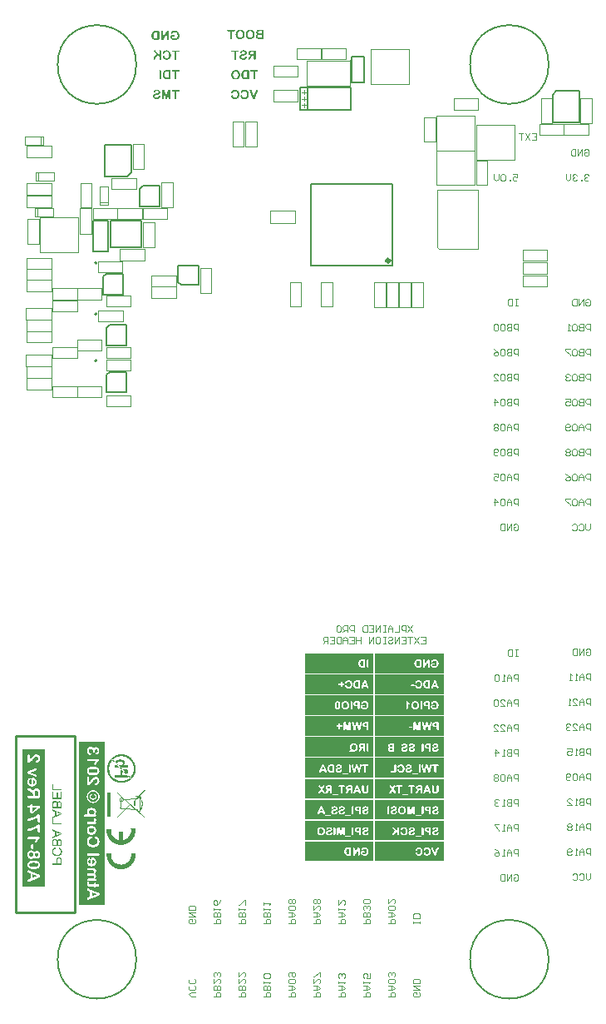
<source format=gbo>
%FSLAX43Y43*%
%MOMM*%
G71*
G01*
G75*
G04 Layer_Color=32896*
%ADD10R,0.600X0.900*%
%ADD11R,0.700X0.700*%
%ADD12R,0.650X0.800*%
%ADD13R,0.650X0.500*%
%ADD14R,0.600X0.550*%
%ADD15R,0.500X0.650*%
%ADD16R,0.950X1.000*%
%ADD17R,2.800X0.750*%
%ADD18R,1.200X1.200*%
%ADD19R,0.550X0.600*%
%ADD20R,0.400X1.400*%
%ADD21R,2.300X1.900*%
%ADD22R,1.775X1.900*%
%ADD23R,1.100X1.000*%
%ADD24R,1.100X0.600*%
%ADD25R,1.000X2.250*%
%ADD26R,1.200X1.200*%
%ADD27R,0.900X0.600*%
%ADD28R,1.750X0.950*%
%ADD29R,1.000X0.950*%
%ADD30R,1.600X1.000*%
%ADD31R,2.500X3.000*%
%ADD32O,1.650X0.300*%
%ADD33O,0.300X1.650*%
%ADD34R,0.700X0.700*%
%ADD35R,0.800X0.650*%
%ADD36C,0.175*%
%ADD37C,0.200*%
%ADD38C,0.250*%
%ADD39C,0.300*%
%ADD40C,0.180*%
%ADD41C,0.125*%
%ADD42R,0.900X0.300*%
%ADD43C,1.700*%
%ADD44R,1.700X1.700*%
%ADD45R,1.700X1.700*%
%ADD46C,0.500*%
%ADD47C,3.600*%
%ADD48C,0.550*%
%ADD49C,0.400*%
%ADD50C,0.500*%
%ADD51C,1.400*%
G04:AMPARAMS|DCode=52|XSize=2.524mm|YSize=2.524mm|CornerRadius=0mm|HoleSize=0mm|Usage=FLASHONLY|Rotation=0.000|XOffset=0mm|YOffset=0mm|HoleType=Round|Shape=Relief|Width=0.254mm|Gap=0.254mm|Entries=4|*
%AMTHD52*
7,0,0,2.524,2.016,0.254,45*
%
%ADD52THD52*%
G04:AMPARAMS|DCode=53|XSize=4.224mm|YSize=4.224mm|CornerRadius=0mm|HoleSize=0mm|Usage=FLASHONLY|Rotation=0.000|XOffset=0mm|YOffset=0mm|HoleType=Round|Shape=Relief|Width=0.254mm|Gap=0.254mm|Entries=4|*
%AMTHD53*
7,0,0,4.224,3.716,0.254,45*
%
%ADD53THD53*%
%ADD54C,0.650*%
%ADD55C,0.600*%
%ADD56C,3.100*%
%ADD57C,1.270*%
%ADD58C,0.800*%
%ADD59R,0.500X0.250*%
%ADD60R,0.250X0.500*%
%ADD61R,1.300X0.600*%
%ADD62R,0.762X0.762*%
%ADD63R,0.950X1.750*%
%ADD64R,0.350X0.850*%
%ADD65C,0.280*%
%ADD66R,1.300X1.600*%
%ADD67R,0.600X0.250*%
%ADD68R,1.600X1.500*%
%ADD69R,0.300X0.500*%
%ADD70R,1.250X0.300*%
%ADD71R,0.850X0.400*%
%ADD72R,0.500X0.300*%
%ADD73R,0.200X0.325*%
%ADD74R,0.325X0.200*%
%ADD75C,0.254*%
%ADD76C,0.600*%
%ADD77C,0.100*%
%ADD78R,2.100X2.100*%
%ADD79R,2.100X2.100*%
%ADD80R,1.700X1.700*%
%ADD81R,0.900X0.510*%
%ADD82R,0.700X1.000*%
%ADD83R,0.800X0.800*%
%ADD84R,0.750X0.900*%
%ADD85R,0.750X0.600*%
%ADD86R,0.700X0.650*%
%ADD87R,0.600X0.750*%
%ADD88R,1.050X1.100*%
%ADD89R,1.300X1.300*%
%ADD90R,0.650X0.700*%
%ADD91R,0.500X1.500*%
%ADD92R,2.400X2.000*%
%ADD93R,1.875X2.000*%
%ADD94R,1.200X1.100*%
%ADD95R,1.200X0.700*%
%ADD96R,1.100X2.350*%
%ADD97R,1.300X1.300*%
%ADD98R,1.000X0.700*%
%ADD99R,1.850X1.050*%
%ADD100R,1.100X1.050*%
%ADD101R,1.700X1.100*%
%ADD102R,2.600X3.100*%
%ADD103O,1.750X0.400*%
%ADD104O,0.400X1.750*%
%ADD105R,0.800X0.800*%
%ADD106R,0.900X0.750*%
%ADD107C,1.800*%
%ADD108R,1.800X1.800*%
%ADD109R,1.800X1.800*%
%ADD110C,3.700*%
%ADD111C,1.370*%
%ADD112C,0.900*%
%ADD113R,0.600X0.350*%
%ADD114R,0.350X0.600*%
%ADD115R,1.400X0.700*%
%ADD116R,0.862X0.862*%
%ADD117R,1.050X1.850*%
%ADD118R,0.450X0.950*%
%ADD119C,0.380*%
%ADD120R,1.400X1.700*%
%ADD121R,0.700X0.350*%
%ADD122R,1.700X1.600*%
%ADD123R,0.400X0.600*%
%ADD124R,1.350X0.400*%
%ADD125R,0.950X0.500*%
%ADD126R,0.600X0.400*%
%ADD127R,0.300X0.425*%
%ADD128R,0.425X0.300*%
%ADD129R,0.200X0.100*%
%ADD130C,0.400*%
%ADD131C,0.112*%
G36*
X-48390Y-74637D02*
X-48284Y-74651D01*
X-48187Y-74671D01*
X-48144Y-74681D01*
X-48104Y-74691D01*
X-48067Y-74704D01*
X-48034Y-74714D01*
X-48004Y-74724D01*
X-47980Y-74731D01*
X-47961Y-74741D01*
X-47947Y-74744D01*
X-47937Y-74751D01*
X-47934D01*
X-47837Y-74797D01*
X-47751Y-74847D01*
X-47674Y-74901D01*
X-47604Y-74951D01*
X-47577Y-74974D01*
X-47551Y-74994D01*
X-47527Y-75014D01*
X-47507Y-75031D01*
X-47494Y-75044D01*
X-47484Y-75054D01*
X-47477Y-75061D01*
X-47474Y-75064D01*
X-47404Y-75141D01*
X-47341Y-75221D01*
X-47287Y-75297D01*
X-47241Y-75371D01*
X-47204Y-75434D01*
X-47191Y-75461D01*
X-47177Y-75484D01*
X-47171Y-75501D01*
X-47164Y-75514D01*
X-47157Y-75524D01*
Y-75527D01*
X-47117Y-75627D01*
X-47091Y-75727D01*
X-47071Y-75820D01*
X-47054Y-75910D01*
X-47051Y-75947D01*
X-47047Y-75984D01*
X-47044Y-76014D01*
Y-76044D01*
X-47041Y-76064D01*
Y-76080D01*
Y-76090D01*
Y-76094D01*
X-47044Y-76204D01*
X-47057Y-76307D01*
X-47077Y-76404D01*
X-47087Y-76447D01*
X-47097Y-76487D01*
X-47111Y-76524D01*
X-47121Y-76557D01*
X-47131Y-76587D01*
X-47137Y-76610D01*
X-47147Y-76630D01*
X-47151Y-76644D01*
X-47157Y-76654D01*
Y-76657D01*
X-47204Y-76754D01*
X-47257Y-76844D01*
X-47307Y-76923D01*
X-47361Y-76990D01*
X-47384Y-77020D01*
X-47404Y-77047D01*
X-47424Y-77070D01*
X-47441Y-77090D01*
X-47454Y-77107D01*
X-47464Y-77117D01*
X-47471Y-77123D01*
X-47474Y-77127D01*
X-47551Y-77197D01*
X-47627Y-77260D01*
X-47707Y-77313D01*
X-47777Y-77357D01*
X-47841Y-77393D01*
X-47867Y-77407D01*
X-47891Y-77420D01*
X-47907Y-77427D01*
X-47921Y-77433D01*
X-47931Y-77440D01*
X-47934D01*
X-48034Y-77477D01*
X-48134Y-77503D01*
X-48227Y-77523D01*
X-48317Y-77537D01*
X-48354Y-77540D01*
X-48390Y-77543D01*
X-48420Y-77547D01*
X-48450D01*
X-48470Y-77550D01*
X-48500D01*
X-48610Y-77547D01*
X-48714Y-77533D01*
X-48810Y-77517D01*
X-48854Y-77507D01*
X-48894Y-77493D01*
X-48930Y-77483D01*
X-48964Y-77473D01*
X-48994Y-77467D01*
X-49017Y-77457D01*
X-49037Y-77450D01*
X-49050Y-77443D01*
X-49060Y-77440D01*
X-49064D01*
X-49160Y-77393D01*
X-49250Y-77343D01*
X-49330Y-77290D01*
X-49397Y-77240D01*
X-49427Y-77217D01*
X-49453Y-77197D01*
X-49477Y-77177D01*
X-49497Y-77160D01*
X-49513Y-77147D01*
X-49523Y-77137D01*
X-49530Y-77130D01*
X-49533Y-77127D01*
X-49603Y-77047D01*
X-49667Y-76967D01*
X-49720Y-76890D01*
X-49763Y-76817D01*
X-49800Y-76754D01*
X-49813Y-76727D01*
X-49827Y-76704D01*
X-49833Y-76687D01*
X-49840Y-76670D01*
X-49847Y-76664D01*
Y-76660D01*
X-49883Y-76560D01*
X-49910Y-76460D01*
X-49930Y-76364D01*
X-49943Y-76277D01*
X-49947Y-76240D01*
X-49950Y-76204D01*
X-49953Y-76170D01*
Y-76144D01*
X-49957Y-76124D01*
Y-76107D01*
Y-76097D01*
Y-76094D01*
X-49953Y-75984D01*
X-49940Y-75880D01*
X-49923Y-75784D01*
X-49913Y-75740D01*
X-49900Y-75700D01*
X-49890Y-75664D01*
X-49880Y-75630D01*
X-49873Y-75601D01*
X-49863Y-75577D01*
X-49857Y-75557D01*
X-49850Y-75544D01*
X-49847Y-75534D01*
Y-75531D01*
X-49800Y-75434D01*
X-49750Y-75344D01*
X-49697Y-75264D01*
X-49647Y-75197D01*
X-49623Y-75167D01*
X-49603Y-75141D01*
X-49583Y-75117D01*
X-49567Y-75097D01*
X-49553Y-75084D01*
X-49543Y-75074D01*
X-49537Y-75067D01*
X-49533Y-75064D01*
X-49453Y-74994D01*
X-49373Y-74931D01*
X-49297Y-74877D01*
X-49224Y-74834D01*
X-49160Y-74797D01*
X-49134Y-74784D01*
X-49110Y-74771D01*
X-49094Y-74764D01*
X-49077Y-74757D01*
X-49070Y-74751D01*
X-49067D01*
X-48967Y-74711D01*
X-48867Y-74684D01*
X-48770Y-74664D01*
X-48684Y-74647D01*
X-48647Y-74644D01*
X-48610Y-74641D01*
X-48577Y-74637D01*
X-48550D01*
X-48530Y-74634D01*
X-48500D01*
X-48390Y-74637D01*
D02*
G37*
G36*
X-47084Y-82249D02*
Y-82276D01*
Y-82296D01*
Y-82299D01*
Y-82303D01*
X-47081Y-82333D01*
Y-82356D01*
Y-82373D01*
Y-82379D01*
X-47084Y-82493D01*
X-47097Y-82599D01*
X-47117Y-82696D01*
X-47127Y-82739D01*
X-47137Y-82779D01*
X-47147Y-82819D01*
X-47157Y-82853D01*
X-47167Y-82883D01*
X-47177Y-82906D01*
X-47184Y-82926D01*
X-47191Y-82939D01*
X-47194Y-82949D01*
Y-82953D01*
X-47241Y-83049D01*
X-47291Y-83139D01*
X-47344Y-83216D01*
X-47394Y-83286D01*
X-47417Y-83316D01*
X-47441Y-83342D01*
X-47461Y-83366D01*
X-47477Y-83382D01*
X-47491Y-83399D01*
X-47501Y-83409D01*
X-47507Y-83416D01*
X-47511Y-83419D01*
X-47587Y-83489D01*
X-47667Y-83552D01*
X-47747Y-83606D01*
X-47817Y-83652D01*
X-47881Y-83686D01*
X-47911Y-83702D01*
X-47934Y-83712D01*
X-47951Y-83722D01*
X-47964Y-83729D01*
X-47974Y-83736D01*
X-47977D01*
X-48077Y-83776D01*
X-48177Y-83802D01*
X-48274Y-83822D01*
X-48360Y-83839D01*
X-48400Y-83842D01*
X-48434Y-83846D01*
X-48467Y-83849D01*
X-48494D01*
X-48514Y-83852D01*
X-48544D01*
X-48654Y-83849D01*
X-48760Y-83836D01*
X-48857Y-83816D01*
X-48900Y-83806D01*
X-48944Y-83796D01*
X-48980Y-83786D01*
X-49014Y-83776D01*
X-49044Y-83766D01*
X-49067Y-83756D01*
X-49087Y-83749D01*
X-49100Y-83742D01*
X-49110Y-83739D01*
X-49114D01*
X-49210Y-83692D01*
X-49300Y-83642D01*
X-49380Y-83592D01*
X-49447Y-83542D01*
X-49477Y-83519D01*
X-49503Y-83499D01*
X-49527Y-83479D01*
X-49547Y-83466D01*
X-49563Y-83452D01*
X-49573Y-83442D01*
X-49580Y-83436D01*
X-49583Y-83432D01*
X-49653Y-83356D01*
X-49717Y-83276D01*
X-49770Y-83199D01*
X-49817Y-83126D01*
X-49853Y-83062D01*
X-49867Y-83036D01*
X-49880Y-83013D01*
X-49887Y-82996D01*
X-49893Y-82983D01*
X-49900Y-82973D01*
Y-82969D01*
X-49937Y-82866D01*
X-49967Y-82766D01*
X-49987Y-82666D01*
X-50000Y-82579D01*
X-50003Y-82539D01*
X-50007Y-82503D01*
X-50010Y-82469D01*
Y-82443D01*
X-50013Y-82419D01*
Y-82403D01*
Y-82393D01*
Y-82389D01*
Y-82363D01*
X-50010Y-82336D01*
X-50007Y-82316D01*
Y-82313D01*
Y-82309D01*
X-50003Y-82279D01*
Y-82253D01*
X-50000Y-82236D01*
Y-82229D01*
X-49550D01*
X-49560Y-82283D01*
X-49563Y-82306D01*
Y-82329D01*
X-49567Y-82346D01*
Y-82359D01*
Y-82366D01*
Y-82369D01*
X-49563Y-82436D01*
X-49557Y-82503D01*
X-49550Y-82559D01*
X-49537Y-82613D01*
X-49527Y-82656D01*
X-49520Y-82689D01*
X-49517Y-82703D01*
X-49513Y-82713D01*
X-49510Y-82716D01*
Y-82719D01*
X-49487Y-82779D01*
X-49460Y-82836D01*
X-49430Y-82886D01*
X-49403Y-82933D01*
X-49380Y-82969D01*
X-49360Y-82996D01*
X-49347Y-83013D01*
X-49343Y-83019D01*
X-49304Y-83066D01*
X-49260Y-83109D01*
X-49217Y-83146D01*
X-49177Y-83179D01*
X-49144Y-83206D01*
X-49117Y-83226D01*
X-49100Y-83239D01*
X-49094Y-83242D01*
X-49037Y-83276D01*
X-48980Y-83302D01*
X-48927Y-83322D01*
X-48877Y-83339D01*
X-48834Y-83352D01*
X-48800Y-83362D01*
X-48787Y-83366D01*
X-48777D01*
X-48774Y-83369D01*
X-48770D01*
X-48767Y-82523D01*
X-48324D01*
Y-83366D01*
X-48260Y-83349D01*
X-48204Y-83329D01*
X-48147Y-83306D01*
X-48100Y-83286D01*
X-48064Y-83266D01*
X-48034Y-83249D01*
X-48014Y-83239D01*
X-48007Y-83236D01*
X-47954Y-83199D01*
X-47907Y-83162D01*
X-47864Y-83122D01*
X-47824Y-83089D01*
X-47794Y-83059D01*
X-47774Y-83033D01*
X-47757Y-83019D01*
X-47754Y-83013D01*
X-47714Y-82963D01*
X-47681Y-82913D01*
X-47651Y-82863D01*
X-47627Y-82816D01*
X-47607Y-82779D01*
X-47594Y-82746D01*
X-47587Y-82726D01*
X-47584Y-82723D01*
Y-82719D01*
X-47564Y-82656D01*
X-47551Y-82593D01*
X-47537Y-82536D01*
X-47531Y-82483D01*
X-47527Y-82436D01*
X-47524Y-82399D01*
Y-82386D01*
Y-82376D01*
Y-82373D01*
Y-82369D01*
Y-82343D01*
X-47527Y-82316D01*
X-47531Y-82299D01*
X-47534Y-82296D01*
Y-82293D01*
X-47541Y-82266D01*
X-47544Y-82243D01*
X-47547Y-82229D01*
X-47551Y-82223D01*
X-47087Y-82219D01*
X-47084Y-82249D01*
D02*
G37*
G36*
X-49598Y-81028D02*
X-49965D01*
Y-78572D01*
X-49598D01*
Y-81028D01*
D02*
G37*
G36*
X-22825Y-72775D02*
X-29825D01*
Y-70775D01*
X-22825D01*
Y-72775D01*
D02*
G37*
G36*
X-55434Y-79074D02*
X-55102D01*
Y-78536D01*
X-54986D01*
Y-79074D01*
X-54689D01*
Y-78499D01*
X-54573D01*
Y-79204D01*
X-55550D01*
Y-78476D01*
X-55434D01*
Y-79074D01*
D02*
G37*
G36*
X-55238Y-79387D02*
X-55210Y-79392D01*
X-55184Y-79399D01*
X-55163Y-79408D01*
X-55145Y-79417D01*
X-55132Y-79425D01*
X-55127Y-79427D01*
X-55123Y-79430D01*
X-55122Y-79432D01*
X-55121D01*
X-55099Y-79451D01*
X-55080Y-79473D01*
X-55065Y-79496D01*
X-55052Y-79517D01*
X-55042Y-79538D01*
X-55038Y-79547D01*
X-55036Y-79553D01*
X-55033Y-79559D01*
X-55032Y-79564D01*
X-55031Y-79567D01*
Y-79568D01*
X-55018Y-79544D01*
X-55003Y-79524D01*
X-54989Y-79506D01*
X-54975Y-79491D01*
X-54962Y-79479D01*
X-54952Y-79472D01*
X-54945Y-79467D01*
X-54943Y-79465D01*
X-54921Y-79454D01*
X-54901Y-79445D01*
X-54881Y-79440D01*
X-54862Y-79435D01*
X-54846Y-79432D01*
X-54834Y-79431D01*
X-54824D01*
X-54798Y-79432D01*
X-54775Y-79437D01*
X-54754Y-79444D01*
X-54735Y-79450D01*
X-54718Y-79458D01*
X-54705Y-79464D01*
X-54698Y-79469D01*
X-54697Y-79470D01*
X-54695D01*
X-54674Y-79486D01*
X-54655Y-79503D01*
X-54639Y-79520D01*
X-54627Y-79538D01*
X-54617Y-79553D01*
X-54609Y-79564D01*
X-54606Y-79569D01*
X-54605Y-79573D01*
X-54604Y-79575D01*
Y-79576D01*
X-54594Y-79602D01*
X-54586Y-79632D01*
X-54581Y-79662D01*
X-54577Y-79690D01*
X-54575Y-79715D01*
Y-79727D01*
X-54573Y-79736D01*
Y-79743D01*
Y-79750D01*
Y-79754D01*
Y-79755D01*
Y-80121D01*
X-55550D01*
Y-79750D01*
X-55549Y-79715D01*
X-55547Y-79685D01*
X-55545Y-79658D01*
X-55542Y-79635D01*
X-55540Y-79618D01*
X-55539Y-79610D01*
X-55537Y-79604D01*
X-55536Y-79599D01*
X-55535Y-79595D01*
Y-79594D01*
Y-79592D01*
X-55528Y-79569D01*
X-55521Y-79548D01*
X-55512Y-79530D01*
X-55504Y-79515D01*
X-55498Y-79502D01*
X-55492Y-79493D01*
X-55488Y-79487D01*
X-55486Y-79486D01*
X-55473Y-79470D01*
X-55459Y-79456D01*
X-55443Y-79444D01*
X-55428Y-79434D01*
X-55415Y-79425D01*
X-55405Y-79418D01*
X-55398Y-79415D01*
X-55395Y-79413D01*
X-55372Y-79403D01*
X-55351Y-79397D01*
X-55329Y-79392D01*
X-55310Y-79388D01*
X-55292Y-79385D01*
X-55279Y-79384D01*
X-55268D01*
X-55238Y-79387D01*
D02*
G37*
G36*
X-47084Y-84742D02*
Y-84769D01*
X-47081Y-84785D01*
Y-84789D01*
Y-84792D01*
X-47077Y-84822D01*
X-47074Y-84845D01*
Y-84862D01*
Y-84865D01*
Y-84869D01*
X-47077Y-84979D01*
X-47091Y-85085D01*
X-47111Y-85182D01*
X-47121Y-85225D01*
X-47131Y-85265D01*
X-47144Y-85302D01*
X-47154Y-85335D01*
X-47164Y-85365D01*
X-47171Y-85389D01*
X-47181Y-85409D01*
X-47184Y-85422D01*
X-47191Y-85432D01*
Y-85435D01*
X-47237Y-85532D01*
X-47291Y-85619D01*
X-47341Y-85699D01*
X-47394Y-85768D01*
X-47417Y-85798D01*
X-47437Y-85825D01*
X-47457Y-85845D01*
X-47474Y-85865D01*
X-47487Y-85882D01*
X-47497Y-85892D01*
X-47504Y-85898D01*
X-47507Y-85902D01*
X-47584Y-85972D01*
X-47664Y-86035D01*
X-47744Y-86088D01*
X-47814Y-86132D01*
X-47877Y-86168D01*
X-47907Y-86182D01*
X-47931Y-86195D01*
X-47947Y-86202D01*
X-47961Y-86208D01*
X-47971Y-86215D01*
X-47974D01*
X-48074Y-86252D01*
X-48174Y-86278D01*
X-48270Y-86298D01*
X-48357Y-86312D01*
X-48397Y-86315D01*
X-48430Y-86318D01*
X-48464Y-86322D01*
X-48490D01*
X-48510Y-86325D01*
X-48540D01*
X-48650Y-86322D01*
X-48757Y-86308D01*
X-48854Y-86292D01*
X-48897Y-86282D01*
X-48940Y-86268D01*
X-48977Y-86258D01*
X-49010Y-86248D01*
X-49040Y-86242D01*
X-49064Y-86232D01*
X-49084Y-86225D01*
X-49097Y-86218D01*
X-49107Y-86215D01*
X-49110D01*
X-49207Y-86168D01*
X-49297Y-86118D01*
X-49377Y-86065D01*
X-49443Y-86015D01*
X-49473Y-85992D01*
X-49500Y-85972D01*
X-49523Y-85952D01*
X-49543Y-85935D01*
X-49560Y-85922D01*
X-49570Y-85912D01*
X-49577Y-85905D01*
X-49580Y-85902D01*
X-49653Y-85822D01*
X-49717Y-85742D01*
X-49770Y-85665D01*
X-49813Y-85592D01*
X-49850Y-85529D01*
X-49863Y-85502D01*
X-49877Y-85479D01*
X-49883Y-85462D01*
X-49890Y-85445D01*
X-49897Y-85439D01*
Y-85435D01*
X-49933Y-85335D01*
X-49960Y-85235D01*
X-49980Y-85139D01*
X-49993Y-85052D01*
X-49997Y-85012D01*
X-50000Y-84975D01*
X-50003Y-84945D01*
Y-84919D01*
X-50007Y-84895D01*
Y-84879D01*
Y-84869D01*
Y-84865D01*
Y-84835D01*
X-50003Y-84812D01*
Y-84795D01*
Y-84789D01*
Y-84759D01*
X-50000Y-84735D01*
Y-84722D01*
Y-84715D01*
X-49550D01*
X-49560Y-84769D01*
X-49563Y-84792D01*
Y-84812D01*
X-49567Y-84829D01*
Y-84842D01*
Y-84849D01*
Y-84852D01*
X-49563Y-84932D01*
X-49553Y-85005D01*
X-49540Y-85075D01*
X-49527Y-85135D01*
X-49513Y-85185D01*
X-49507Y-85205D01*
X-49500Y-85222D01*
X-49493Y-85235D01*
X-49490Y-85245D01*
X-49487Y-85252D01*
Y-85255D01*
X-49453Y-85322D01*
X-49420Y-85382D01*
X-49383Y-85439D01*
X-49347Y-85485D01*
X-49317Y-85522D01*
X-49294Y-85552D01*
X-49277Y-85569D01*
X-49270Y-85575D01*
X-49217Y-85625D01*
X-49160Y-85665D01*
X-49107Y-85705D01*
X-49054Y-85735D01*
X-49010Y-85758D01*
X-48974Y-85778D01*
X-48960Y-85782D01*
X-48950Y-85788D01*
X-48947Y-85792D01*
X-48944D01*
X-48874Y-85818D01*
X-48804Y-85835D01*
X-48737Y-85848D01*
X-48674Y-85858D01*
X-48624Y-85865D01*
X-48600D01*
X-48584Y-85868D01*
X-48547D01*
X-48467Y-85865D01*
X-48394Y-85855D01*
X-48327Y-85845D01*
X-48267Y-85828D01*
X-48220Y-85815D01*
X-48200Y-85808D01*
X-48184Y-85805D01*
X-48167Y-85798D01*
X-48157Y-85795D01*
X-48154Y-85792D01*
X-48150D01*
X-48084Y-85758D01*
X-48021Y-85725D01*
X-47964Y-85688D01*
X-47917Y-85652D01*
X-47877Y-85622D01*
X-47847Y-85599D01*
X-47831Y-85582D01*
X-47824Y-85575D01*
X-47774Y-85522D01*
X-47731Y-85469D01*
X-47694Y-85412D01*
X-47661Y-85362D01*
X-47637Y-85319D01*
X-47617Y-85282D01*
X-47611Y-85269D01*
X-47607Y-85259D01*
X-47604Y-85255D01*
Y-85252D01*
X-47577Y-85179D01*
X-47557Y-85109D01*
X-47544Y-85042D01*
X-47534Y-84982D01*
X-47527Y-84929D01*
Y-84905D01*
X-47524Y-84889D01*
Y-84872D01*
Y-84862D01*
Y-84855D01*
Y-84852D01*
Y-84825D01*
Y-84805D01*
Y-84789D01*
Y-84782D01*
Y-84755D01*
X-47527Y-84735D01*
X-47531Y-84722D01*
X-47534Y-84715D01*
X-47087D01*
X-47084Y-84742D01*
D02*
G37*
G36*
X-55434Y-78172D02*
X-54573D01*
Y-78302D01*
X-55550D01*
Y-77692D01*
X-55434D01*
Y-78172D01*
D02*
G37*
G36*
X-22825Y-68525D02*
X-29825D01*
Y-66525D01*
X-22825D01*
Y-68525D01*
D02*
G37*
G36*
Y-70650D02*
X-29825D01*
Y-68650D01*
X-22825D01*
Y-70650D01*
D02*
G37*
G36*
X-15700Y-85525D02*
X-22700D01*
Y-83525D01*
X-15700D01*
Y-85525D01*
D02*
G37*
G36*
Y-68525D02*
X-22700D01*
Y-66525D01*
X-15700D01*
Y-68525D01*
D02*
G37*
G36*
Y-70650D02*
X-22700D01*
Y-68650D01*
X-15700D01*
Y-70650D01*
D02*
G37*
G36*
Y-72775D02*
X-22700D01*
Y-70775D01*
X-15700D01*
Y-72775D01*
D02*
G37*
G36*
X-56292Y-88100D02*
X-58572D01*
Y-74142D01*
X-56292D01*
Y-88100D01*
D02*
G37*
G36*
X-46816Y-79032D02*
Y-79092D01*
X-46679Y-79082D01*
X-46689Y-79062D01*
X-46692Y-79046D01*
X-46696Y-79032D01*
Y-79029D01*
X-46692Y-78996D01*
X-46679Y-78972D01*
X-46669Y-78956D01*
X-46666Y-78949D01*
X-46639Y-78929D01*
X-46616Y-78919D01*
X-46596Y-78916D01*
X-46572D01*
X-46559Y-78922D01*
X-46536Y-78932D01*
X-46519Y-78946D01*
X-46512Y-78949D01*
Y-78952D01*
X-46492Y-78979D01*
X-46482Y-79002D01*
X-46479Y-79022D01*
Y-79026D01*
Y-79029D01*
X-46482Y-79049D01*
X-46489Y-79066D01*
X-46506Y-79092D01*
X-46522Y-79109D01*
X-46526Y-79116D01*
X-46529D01*
X-46512Y-79132D01*
X-46496Y-79149D01*
X-46469Y-79189D01*
X-46456Y-79205D01*
X-46446Y-79222D01*
X-46442Y-79232D01*
X-46439Y-79235D01*
X-46422Y-79269D01*
X-46409Y-79305D01*
X-46396Y-79349D01*
X-46389Y-79385D01*
X-46382Y-79422D01*
X-46376Y-79452D01*
X-46372Y-79472D01*
Y-79475D01*
Y-79479D01*
X-46336D01*
Y-79865D01*
X-46359D01*
X-46366Y-79909D01*
X-46369Y-79945D01*
X-46372Y-79962D01*
Y-79972D01*
X-46376Y-79979D01*
Y-79982D01*
X-46379Y-80019D01*
X-46386Y-80049D01*
X-46389Y-80072D01*
Y-80075D01*
Y-80079D01*
X-46376D01*
Y-80219D01*
X-46432D01*
X-46452Y-80255D01*
X-46472Y-80282D01*
X-46489Y-80305D01*
X-46506Y-80325D01*
X-46519Y-80335D01*
X-46529Y-80345D01*
X-46536Y-80352D01*
X-46539D01*
X-46556Y-80362D01*
X-46569Y-80369D01*
X-46586Y-80375D01*
X-46592Y-80382D01*
X-46596D01*
Y-80465D01*
X-46682D01*
Y-80359D01*
X-46926Y-80335D01*
X-46069Y-81125D01*
X-46182D01*
X-47045Y-80325D01*
X-48065Y-80245D01*
X-48935Y-81098D01*
X-48975Y-81048D01*
X-48149Y-80239D01*
X-48339Y-80222D01*
X-48392Y-80219D01*
X-48415Y-80215D01*
X-48498D01*
X-48515Y-80212D01*
X-48528D01*
X-48538Y-80209D01*
X-48545Y-80205D01*
X-48548D01*
X-48562Y-80202D01*
X-48575Y-80199D01*
X-48578Y-80195D01*
X-48582Y-80192D01*
X-48588Y-80182D01*
X-48592Y-80179D01*
Y-80175D01*
X-48698D01*
Y-80035D01*
X-48592D01*
Y-79465D01*
X-48628Y-79439D01*
X-48655Y-79409D01*
X-48675Y-79375D01*
X-48688Y-79342D01*
X-48695Y-79315D01*
X-48698Y-79292D01*
X-48702Y-79275D01*
Y-79269D01*
X-48698Y-79235D01*
X-48692Y-79202D01*
X-48682Y-79175D01*
X-48668Y-79152D01*
X-48658Y-79132D01*
X-48648Y-79119D01*
X-48642Y-79109D01*
X-48638Y-79106D01*
X-48612Y-79082D01*
X-48585Y-79066D01*
X-48555Y-79052D01*
X-48528Y-79046D01*
X-48508Y-79039D01*
X-48488Y-79036D01*
X-48445D01*
X-48985Y-78536D01*
X-48942Y-78479D01*
X-48145Y-79215D01*
X-47095Y-79116D01*
Y-78922D01*
X-46816D01*
Y-78932D01*
X-46189Y-78319D01*
X-46089D01*
X-46816Y-79032D01*
D02*
G37*
G36*
X-54573Y-80618D02*
Y-80759D01*
X-55550Y-81132D01*
Y-80996D01*
X-55254Y-80889D01*
Y-80480D01*
X-55550Y-80367D01*
Y-80221D01*
X-54573Y-80618D01*
D02*
G37*
G36*
X-15700Y-79150D02*
X-22700D01*
Y-77150D01*
X-15700D01*
Y-79150D01*
D02*
G37*
G36*
Y-83400D02*
X-22700D01*
Y-81400D01*
X-15700D01*
Y-83400D01*
D02*
G37*
G36*
Y-77025D02*
X-22700D01*
Y-75025D01*
X-15700D01*
Y-77025D01*
D02*
G37*
G36*
X-50242Y-89950D02*
X-52863D01*
Y-73359D01*
X-50242D01*
Y-89950D01*
D02*
G37*
G36*
X-22825Y-81275D02*
X-29825D01*
Y-79275D01*
X-22825D01*
Y-81275D01*
D02*
G37*
G36*
X-15700D02*
X-22700D01*
Y-79275D01*
X-15700D01*
Y-81275D01*
D02*
G37*
G36*
X-22825Y-79150D02*
X-29825D01*
Y-77150D01*
X-22825D01*
Y-79150D01*
D02*
G37*
G36*
Y-83400D02*
X-29825D01*
Y-81400D01*
X-22825D01*
Y-83400D01*
D02*
G37*
G36*
Y-74900D02*
X-29825D01*
Y-72900D01*
X-22825D01*
Y-74900D01*
D02*
G37*
G36*
X-55238Y-83251D02*
X-55210Y-83256D01*
X-55184Y-83264D01*
X-55163Y-83273D01*
X-55145Y-83282D01*
X-55132Y-83289D01*
X-55127Y-83292D01*
X-55123Y-83294D01*
X-55122Y-83297D01*
X-55121D01*
X-55099Y-83316D01*
X-55080Y-83338D01*
X-55065Y-83360D01*
X-55052Y-83382D01*
X-55042Y-83402D01*
X-55038Y-83411D01*
X-55036Y-83418D01*
X-55033Y-83424D01*
X-55032Y-83429D01*
X-55031Y-83432D01*
Y-83433D01*
X-55018Y-83409D01*
X-55003Y-83388D01*
X-54989Y-83371D01*
X-54975Y-83355D01*
X-54962Y-83344D01*
X-54952Y-83336D01*
X-54945Y-83331D01*
X-54943Y-83330D01*
X-54921Y-83318D01*
X-54901Y-83310D01*
X-54881Y-83305D01*
X-54862Y-83299D01*
X-54846Y-83297D01*
X-54834Y-83296D01*
X-54824D01*
X-54798Y-83297D01*
X-54775Y-83302D01*
X-54754Y-83308D01*
X-54735Y-83315D01*
X-54718Y-83322D01*
X-54705Y-83329D01*
X-54698Y-83334D01*
X-54697Y-83335D01*
X-54695D01*
X-54674Y-83350D01*
X-54655Y-83368D01*
X-54639Y-83385D01*
X-54627Y-83402D01*
X-54617Y-83418D01*
X-54609Y-83429D01*
X-54606Y-83434D01*
X-54605Y-83438D01*
X-54604Y-83439D01*
Y-83440D01*
X-54594Y-83467D01*
X-54586Y-83496D01*
X-54581Y-83527D01*
X-54577Y-83555D01*
X-54575Y-83580D01*
Y-83592D01*
X-54573Y-83600D01*
Y-83608D01*
Y-83614D01*
Y-83618D01*
Y-83619D01*
Y-83985D01*
X-55550D01*
Y-83614D01*
X-55549Y-83580D01*
X-55547Y-83550D01*
X-55545Y-83523D01*
X-55542Y-83500D01*
X-55540Y-83482D01*
X-55539Y-83475D01*
X-55537Y-83468D01*
X-55536Y-83463D01*
X-55535Y-83459D01*
Y-83458D01*
Y-83457D01*
X-55528Y-83434D01*
X-55521Y-83412D01*
X-55512Y-83395D01*
X-55504Y-83379D01*
X-55498Y-83367D01*
X-55492Y-83358D01*
X-55488Y-83352D01*
X-55486Y-83350D01*
X-55473Y-83335D01*
X-55459Y-83321D01*
X-55443Y-83308D01*
X-55428Y-83298D01*
X-55415Y-83289D01*
X-55405Y-83283D01*
X-55398Y-83279D01*
X-55395Y-83278D01*
X-55372Y-83268D01*
X-55351Y-83261D01*
X-55329Y-83256D01*
X-55310Y-83252D01*
X-55292Y-83250D01*
X-55279Y-83249D01*
X-55268D01*
X-55238Y-83251D01*
D02*
G37*
G36*
X-55434Y-81659D02*
X-54573D01*
Y-81788D01*
X-55550D01*
Y-81179D01*
X-55434D01*
Y-81659D01*
D02*
G37*
G36*
X-54573Y-82664D02*
Y-82805D01*
X-55550Y-83178D01*
Y-83042D01*
X-55254Y-82935D01*
Y-82526D01*
X-55550Y-82413D01*
Y-82267D01*
X-54573Y-82664D01*
D02*
G37*
G36*
X-15700Y-74900D02*
X-22700D01*
Y-72900D01*
X-15700D01*
Y-74900D01*
D02*
G37*
G36*
X-22825Y-77025D02*
X-29825D01*
Y-75025D01*
X-22825D01*
Y-77025D01*
D02*
G37*
G36*
X-55208Y-84268D02*
X-55231Y-84275D01*
X-55252Y-84281D01*
X-55271Y-84289D01*
X-55290Y-84296D01*
X-55306Y-84305D01*
X-55321Y-84313D01*
X-55335Y-84322D01*
X-55347Y-84331D01*
X-55358Y-84338D01*
X-55367Y-84346D01*
X-55376Y-84354D01*
X-55382Y-84359D01*
X-55387Y-84364D01*
X-55391Y-84368D01*
X-55393Y-84370D01*
X-55394Y-84371D01*
X-55405Y-84385D01*
X-55414Y-84401D01*
X-55423Y-84416D01*
X-55429Y-84432D01*
X-55441Y-84463D01*
X-55448Y-84492D01*
X-55451Y-84505D01*
X-55452Y-84517D01*
X-55453Y-84528D01*
X-55455Y-84538D01*
X-55456Y-84545D01*
Y-84550D01*
Y-84554D01*
Y-84555D01*
X-55453Y-84588D01*
X-55448Y-84619D01*
X-55442Y-84647D01*
X-55433Y-84672D01*
X-55424Y-84693D01*
X-55420Y-84702D01*
X-55418Y-84708D01*
X-55414Y-84714D01*
X-55413Y-84718D01*
X-55410Y-84721D01*
Y-84722D01*
X-55391Y-84749D01*
X-55370Y-84771D01*
X-55347Y-84790D01*
X-55324Y-84807D01*
X-55304Y-84820D01*
X-55295Y-84823D01*
X-55287Y-84827D01*
X-55281Y-84831D01*
X-55276Y-84834D01*
X-55273Y-84835D01*
X-55272D01*
X-55236Y-84846D01*
X-55198Y-84855D01*
X-55163Y-84862D01*
X-55128Y-84865D01*
X-55113Y-84868D01*
X-55099D01*
X-55086Y-84869D01*
X-55075Y-84870D01*
X-55055D01*
X-55019Y-84869D01*
X-54985Y-84865D01*
X-54953Y-84860D01*
X-54924Y-84855D01*
X-54912Y-84853D01*
X-54901Y-84850D01*
X-54891Y-84848D01*
X-54882Y-84845D01*
X-54876Y-84842D01*
X-54871Y-84841D01*
X-54868Y-84840D01*
X-54867D01*
X-54834Y-84827D01*
X-54806Y-84811D01*
X-54780Y-84793D01*
X-54760Y-84775D01*
X-54744Y-84760D01*
X-54732Y-84747D01*
X-54727Y-84742D01*
X-54724Y-84738D01*
X-54722Y-84736D01*
Y-84735D01*
X-54712Y-84719D01*
X-54704Y-84704D01*
X-54690Y-84672D01*
X-54680Y-84641D01*
X-54674Y-84611D01*
X-54672Y-84597D01*
X-54670Y-84585D01*
X-54669Y-84573D01*
Y-84564D01*
X-54667Y-84557D01*
Y-84550D01*
Y-84547D01*
Y-84545D01*
X-54670Y-84510D01*
X-54675Y-84478D01*
X-54683Y-84450D01*
X-54691Y-84426D01*
X-54702Y-84407D01*
X-54705Y-84399D01*
X-54709Y-84393D01*
X-54712Y-84388D01*
X-54714Y-84384D01*
X-54717Y-84383D01*
Y-84381D01*
X-54727Y-84370D01*
X-54737Y-84359D01*
X-54761Y-84338D01*
X-54787Y-84322D01*
X-54812Y-84308D01*
X-54835Y-84296D01*
X-54845Y-84293D01*
X-54854Y-84289D01*
X-54862Y-84286D01*
X-54867Y-84284D01*
X-54871Y-84282D01*
X-54872D01*
X-54841Y-84155D01*
X-54817Y-84163D01*
X-54793Y-84173D01*
X-54771Y-84183D01*
X-54751Y-84195D01*
X-54733Y-84206D01*
X-54716Y-84218D01*
X-54700Y-84229D01*
X-54686Y-84241D01*
X-54674Y-84252D01*
X-54662Y-84262D01*
X-54653Y-84272D01*
X-54646Y-84280D01*
X-54639Y-84286D01*
X-54636Y-84293D01*
X-54633Y-84295D01*
X-54632Y-84296D01*
X-54619Y-84315D01*
X-54606Y-84336D01*
X-54597Y-84356D01*
X-54589Y-84376D01*
X-54581Y-84398D01*
X-54575Y-84418D01*
X-54566Y-84456D01*
X-54563Y-84474D01*
X-54561Y-84491D01*
X-54559Y-84506D01*
X-54558Y-84519D01*
X-54557Y-84529D01*
Y-84536D01*
Y-84541D01*
Y-84543D01*
Y-84567D01*
X-54559Y-84590D01*
X-54566Y-84634D01*
X-54576Y-84675D01*
X-54581Y-84693D01*
X-54586Y-84710D01*
X-54592Y-84726D01*
X-54597Y-84740D01*
X-54603Y-84751D01*
X-54608Y-84761D01*
X-54611Y-84769D01*
X-54614Y-84775D01*
X-54615Y-84779D01*
X-54617Y-84780D01*
X-54628Y-84799D01*
X-54641Y-84818D01*
X-54669Y-84851D01*
X-54697Y-84881D01*
X-54724Y-84903D01*
X-54738Y-84914D01*
X-54750Y-84923D01*
X-54761Y-84930D01*
X-54770Y-84935D01*
X-54778Y-84940D01*
X-54784Y-84944D01*
X-54788Y-84945D01*
X-54789Y-84947D01*
X-54811Y-84957D01*
X-54834Y-84966D01*
X-54878Y-84980D01*
X-54923Y-84990D01*
X-54944Y-84994D01*
X-54965Y-84996D01*
X-54984Y-84999D01*
X-55000Y-85001D01*
X-55015Y-85003D01*
X-55029D01*
X-55039Y-85004D01*
X-55055D01*
X-55105Y-85001D01*
X-55155Y-84996D01*
X-55177Y-84992D01*
X-55198Y-84987D01*
X-55219Y-84983D01*
X-55238Y-84978D01*
X-55255Y-84973D01*
X-55271Y-84969D01*
X-55283Y-84964D01*
X-55295Y-84961D01*
X-55304Y-84958D01*
X-55311Y-84956D01*
X-55315Y-84953D01*
X-55316D01*
X-55338Y-84943D01*
X-55360Y-84931D01*
X-55379Y-84920D01*
X-55396Y-84907D01*
X-55414Y-84895D01*
X-55429Y-84882D01*
X-55443Y-84870D01*
X-55455Y-84858D01*
X-55466Y-84846D01*
X-55476Y-84836D01*
X-55484Y-84826D01*
X-55490Y-84818D01*
X-55497Y-84811D01*
X-55500Y-84806D01*
X-55502Y-84803D01*
X-55503Y-84802D01*
X-55514Y-84783D01*
X-55523Y-84762D01*
X-55532Y-84741D01*
X-55540Y-84719D01*
X-55551Y-84676D01*
X-55559Y-84635D01*
X-55561Y-84616D01*
X-55563Y-84600D01*
X-55564Y-84583D01*
X-55565Y-84571D01*
X-55567Y-84559D01*
Y-84550D01*
Y-84545D01*
Y-84544D01*
X-55565Y-84516D01*
X-55563Y-84489D01*
X-55559Y-84464D01*
X-55554Y-84440D01*
X-55547Y-84417D01*
X-55540Y-84395D01*
X-55533Y-84376D01*
X-55525Y-84357D01*
X-55517Y-84342D01*
X-55511Y-84328D01*
X-55503Y-84315D01*
X-55497Y-84305D01*
X-55492Y-84296D01*
X-55488Y-84291D01*
X-55485Y-84287D01*
X-55484Y-84286D01*
X-55467Y-84267D01*
X-55450Y-84249D01*
X-55431Y-84233D01*
X-55410Y-84219D01*
X-55390Y-84205D01*
X-55371Y-84194D01*
X-55351Y-84182D01*
X-55332Y-84173D01*
X-55313Y-84164D01*
X-55296Y-84158D01*
X-55281Y-84152D01*
X-55268Y-84147D01*
X-55257Y-84144D01*
X-55248Y-84141D01*
X-55243Y-84139D01*
X-55241D01*
X-55208Y-84268D01*
D02*
G37*
G36*
X-54830Y-85132D02*
X-54806Y-85136D01*
X-54783Y-85141D01*
X-54763Y-85146D01*
X-54746Y-85151D01*
X-54733Y-85156D01*
X-54730Y-85159D01*
X-54726Y-85160D01*
X-54724Y-85161D01*
X-54723D01*
X-54702Y-85173D01*
X-54683Y-85185D01*
X-54666Y-85199D01*
X-54653Y-85212D01*
X-54643Y-85222D01*
X-54636Y-85232D01*
X-54631Y-85237D01*
X-54629Y-85240D01*
X-54618Y-85259D01*
X-54608Y-85279D01*
X-54600Y-85298D01*
X-54594Y-85317D01*
X-54589Y-85334D01*
X-54586Y-85348D01*
X-54585Y-85353D01*
X-54584Y-85356D01*
Y-85358D01*
Y-85359D01*
X-54580Y-85380D01*
X-54577Y-85404D01*
X-54576Y-85429D01*
X-54575Y-85452D01*
X-54573Y-85474D01*
Y-85484D01*
Y-85491D01*
Y-85499D01*
Y-85504D01*
Y-85507D01*
Y-85508D01*
Y-85875D01*
X-55550D01*
Y-85745D01*
X-55154D01*
Y-85497D01*
X-55152Y-85460D01*
X-55150Y-85425D01*
X-55146Y-85394D01*
X-55140Y-85364D01*
X-55133Y-85339D01*
X-55126Y-85315D01*
X-55118Y-85295D01*
X-55111Y-85276D01*
X-55103Y-85260D01*
X-55094Y-85246D01*
X-55088Y-85235D01*
X-55081Y-85226D01*
X-55075Y-85220D01*
X-55071Y-85215D01*
X-55069Y-85212D01*
X-55067Y-85211D01*
X-55051Y-85197D01*
X-55033Y-85184D01*
X-55015Y-85174D01*
X-54998Y-85165D01*
X-54980Y-85156D01*
X-54963Y-85150D01*
X-54929Y-85141D01*
X-54915Y-85137D01*
X-54901Y-85135D01*
X-54888Y-85133D01*
X-54877Y-85132D01*
X-54868Y-85131D01*
X-54857D01*
X-54830Y-85132D01*
D02*
G37*
G36*
X-36828Y-5058D02*
X-36792Y-5061D01*
X-36761Y-5068D01*
X-36732Y-5073D01*
X-36719Y-5076D01*
X-36709Y-5079D01*
X-36699Y-5083D01*
X-36692Y-5085D01*
X-36686Y-5086D01*
X-36681Y-5089D01*
X-36678Y-5090D01*
X-36677D01*
X-36647Y-5104D01*
X-36621Y-5119D01*
X-36596Y-5135D01*
X-36576Y-5151D01*
X-36558Y-5165D01*
X-36546Y-5176D01*
X-36542Y-5180D01*
X-36538Y-5184D01*
X-36537Y-5185D01*
X-36536Y-5186D01*
X-36516Y-5211D01*
X-36498Y-5236D01*
X-36482Y-5263D01*
X-36470Y-5286D01*
X-36460Y-5308D01*
X-36456Y-5316D01*
X-36453Y-5324D01*
X-36451Y-5330D01*
X-36448Y-5335D01*
X-36447Y-5338D01*
Y-5339D01*
X-36437Y-5373D01*
X-36430Y-5406D01*
X-36425Y-5440D01*
X-36421Y-5470D01*
X-36420Y-5483D01*
X-36418Y-5495D01*
Y-5506D01*
X-36417Y-5516D01*
Y-5524D01*
Y-5529D01*
Y-5533D01*
Y-5534D01*
X-36418Y-5573D01*
X-36422Y-5609D01*
X-36426Y-5641D01*
X-36432Y-5670D01*
X-36435Y-5684D01*
X-36437Y-5695D01*
X-36440Y-5705D01*
X-36441Y-5713D01*
X-36443Y-5720D01*
X-36445Y-5725D01*
X-36446Y-5728D01*
Y-5729D01*
X-36458Y-5761D01*
X-36472Y-5791D01*
X-36487Y-5818D01*
X-36501Y-5839D01*
X-36513Y-5858D01*
X-36520Y-5865D01*
X-36523Y-5871D01*
X-36528Y-5876D01*
X-36531Y-5880D01*
X-36533Y-5881D01*
Y-5883D01*
X-36556Y-5905D01*
X-36579Y-5925D01*
X-36603Y-5941D01*
X-36626Y-5956D01*
X-36646Y-5966D01*
X-36654Y-5971D01*
X-36662Y-5975D01*
X-36667Y-5978D01*
X-36672Y-5980D01*
X-36674Y-5981D01*
X-36676D01*
X-36709Y-5992D01*
X-36743Y-6001D01*
X-36776Y-6008D01*
X-36806Y-6011D01*
X-36819Y-6014D01*
X-36832D01*
X-36843Y-6015D01*
X-36852Y-6016D01*
X-36871D01*
X-36911Y-6015D01*
X-36947Y-6011D01*
X-36979Y-6005D01*
X-36994Y-6003D01*
X-37008Y-5999D01*
X-37021Y-5996D01*
X-37032Y-5994D01*
X-37042Y-5990D01*
X-37049Y-5988D01*
X-37056Y-5985D01*
X-37061Y-5984D01*
X-37063Y-5983D01*
X-37064D01*
X-37094Y-5969D01*
X-37123Y-5953D01*
X-37147Y-5936D01*
X-37168Y-5920D01*
X-37184Y-5906D01*
X-37197Y-5895D01*
X-37201Y-5890D01*
X-37204Y-5886D01*
X-37206Y-5885D01*
X-37207Y-5884D01*
X-37228Y-5859D01*
X-37246Y-5833D01*
X-37261Y-5808D01*
X-37273Y-5783D01*
X-37282Y-5763D01*
X-37286Y-5754D01*
X-37289Y-5746D01*
X-37292Y-5740D01*
X-37293Y-5735D01*
X-37294Y-5733D01*
Y-5731D01*
X-37304Y-5698D01*
X-37312Y-5664D01*
X-37317Y-5631D01*
X-37321Y-5600D01*
X-37322Y-5586D01*
X-37323Y-5574D01*
Y-5563D01*
X-37324Y-5554D01*
Y-5545D01*
Y-5540D01*
Y-5536D01*
Y-5535D01*
Y-5509D01*
X-37322Y-5483D01*
X-37319Y-5458D01*
X-37316Y-5434D01*
X-37312Y-5413D01*
X-37307Y-5391D01*
X-37303Y-5373D01*
X-37298Y-5354D01*
X-37293Y-5339D01*
X-37288Y-5324D01*
X-37283Y-5311D01*
X-37279Y-5301D01*
X-37276Y-5294D01*
X-37273Y-5288D01*
X-37272Y-5284D01*
X-37271Y-5283D01*
X-37249Y-5244D01*
X-37224Y-5210D01*
X-37198Y-5181D01*
X-37186Y-5169D01*
X-37173Y-5158D01*
X-37161Y-5148D01*
X-37151Y-5139D01*
X-37141Y-5133D01*
X-37132Y-5126D01*
X-37124Y-5121D01*
X-37119Y-5118D01*
X-37116Y-5116D01*
X-37114Y-5115D01*
X-37094Y-5105D01*
X-37074Y-5095D01*
X-37032Y-5081D01*
X-36991Y-5070D01*
X-36952Y-5064D01*
X-36934Y-5061D01*
X-36918Y-5059D01*
X-36903Y-5058D01*
X-36891D01*
X-36881Y-5056D01*
X-36867D01*
X-36828Y-5058D01*
D02*
G37*
G36*
X-36906Y-7058D02*
X-36873Y-7061D01*
X-36843Y-7068D01*
X-36817Y-7073D01*
X-36806Y-7076D01*
X-36796Y-7079D01*
X-36787Y-7083D01*
X-36779Y-7085D01*
X-36773Y-7086D01*
X-36768Y-7089D01*
X-36766Y-7090D01*
X-36764D01*
X-36736Y-7104D01*
X-36708Y-7119D01*
X-36684Y-7135D01*
X-36663Y-7150D01*
X-36647Y-7164D01*
X-36634Y-7176D01*
X-36629Y-7180D01*
X-36626Y-7184D01*
X-36624Y-7185D01*
X-36623Y-7186D01*
X-36602Y-7211D01*
X-36583Y-7236D01*
X-36568Y-7261D01*
X-36555Y-7285D01*
X-36544Y-7306D01*
X-36541Y-7315D01*
X-36537Y-7323D01*
X-36535Y-7329D01*
X-36532Y-7334D01*
X-36531Y-7336D01*
Y-7338D01*
X-36520Y-7371D01*
X-36512Y-7406D01*
X-36506Y-7440D01*
X-36502Y-7471D01*
X-36501Y-7485D01*
X-36500Y-7499D01*
Y-7510D01*
X-36498Y-7520D01*
Y-7528D01*
Y-7534D01*
Y-7538D01*
Y-7539D01*
Y-7564D01*
X-36501Y-7588D01*
X-36502Y-7610D01*
X-36505Y-7630D01*
X-36507Y-7646D01*
X-36508Y-7658D01*
X-36510Y-7663D01*
X-36511Y-7666D01*
Y-7668D01*
Y-7669D01*
X-36516Y-7691D01*
X-36522Y-7713D01*
X-36528Y-7733D01*
X-36535Y-7750D01*
X-36541Y-7764D01*
X-36546Y-7775D01*
X-36548Y-7783D01*
X-36549Y-7784D01*
Y-7785D01*
X-36560Y-7805D01*
X-36571Y-7823D01*
X-36581Y-7840D01*
X-36591Y-7854D01*
X-36599Y-7866D01*
X-36606Y-7875D01*
X-36611Y-7880D01*
X-36612Y-7883D01*
X-36628Y-7900D01*
X-36643Y-7915D01*
X-36658Y-7928D01*
X-36672Y-7939D01*
X-36684Y-7948D01*
X-36693Y-7955D01*
X-36699Y-7959D01*
X-36702Y-7960D01*
X-36721Y-7970D01*
X-36739Y-7979D01*
X-36758Y-7986D01*
X-36774Y-7992D01*
X-36789Y-7996D01*
X-36801Y-8000D01*
X-36808Y-8001D01*
X-36809Y-8002D01*
X-36811D01*
X-36833Y-8007D01*
X-36857Y-8010D01*
X-36879Y-8012D01*
X-36901Y-8015D01*
X-36918D01*
X-36932Y-8016D01*
X-36944D01*
X-36979Y-8015D01*
X-37012Y-8011D01*
X-37041Y-8006D01*
X-37066Y-8001D01*
X-37077Y-7999D01*
X-37087Y-7996D01*
X-37094Y-7994D01*
X-37102Y-7991D01*
X-37107Y-7989D01*
X-37111Y-7988D01*
X-37113Y-7986D01*
X-37114D01*
X-37141Y-7974D01*
X-37163Y-7960D01*
X-37184Y-7946D01*
X-37201Y-7934D01*
X-37214Y-7923D01*
X-37224Y-7914D01*
X-37231Y-7908D01*
X-37233Y-7905D01*
X-37249Y-7886D01*
X-37264Y-7868D01*
X-37276Y-7851D01*
X-37286Y-7835D01*
X-37293Y-7823D01*
X-37298Y-7813D01*
X-37301Y-7806D01*
X-37302Y-7804D01*
X-37309Y-7785D01*
X-37314Y-7768D01*
X-37319Y-7751D01*
X-37322Y-7738D01*
X-37323Y-7725D01*
X-37324Y-7716D01*
Y-7711D01*
Y-7709D01*
X-37323Y-7696D01*
X-37321Y-7685D01*
X-37317Y-7675D01*
X-37312Y-7666D01*
X-37307Y-7659D01*
X-37303Y-7654D01*
X-37301Y-7651D01*
X-37299Y-7650D01*
X-37291Y-7643D01*
X-37281Y-7636D01*
X-37271Y-7633D01*
X-37262Y-7629D01*
X-37254Y-7628D01*
X-37248Y-7626D01*
X-37243D01*
X-37229Y-7628D01*
X-37217Y-7630D01*
X-37207Y-7634D01*
X-37199Y-7638D01*
X-37193Y-7643D01*
X-37189Y-7646D01*
X-37187Y-7649D01*
X-37186Y-7650D01*
X-37179Y-7659D01*
X-37173Y-7669D01*
X-37164Y-7689D01*
X-37161Y-7698D01*
X-37158Y-7704D01*
X-37156Y-7709D01*
Y-7710D01*
X-37144Y-7738D01*
X-37131Y-7761D01*
X-37116Y-7781D01*
X-37102Y-7798D01*
X-37089Y-7811D01*
X-37079Y-7820D01*
X-37073Y-7825D01*
X-37072Y-7828D01*
X-37071D01*
X-37049Y-7841D01*
X-37026Y-7850D01*
X-37003Y-7858D01*
X-36982Y-7863D01*
X-36963Y-7865D01*
X-36954Y-7866D01*
X-36948D01*
X-36942Y-7868D01*
X-36934D01*
X-36907Y-7866D01*
X-36882Y-7863D01*
X-36859Y-7856D01*
X-36841Y-7850D01*
X-36824Y-7844D01*
X-36813Y-7838D01*
X-36806Y-7834D01*
X-36804Y-7833D01*
X-36803D01*
X-36783Y-7818D01*
X-36767Y-7801D01*
X-36752Y-7783D01*
X-36741Y-7765D01*
X-36731Y-7750D01*
X-36723Y-7736D01*
X-36722Y-7733D01*
X-36719Y-7729D01*
X-36718Y-7726D01*
Y-7725D01*
X-36708Y-7696D01*
X-36701Y-7666D01*
X-36696Y-7636D01*
X-36692Y-7608D01*
X-36691Y-7595D01*
X-36689Y-7583D01*
Y-7573D01*
X-36688Y-7563D01*
Y-7555D01*
Y-7550D01*
Y-7546D01*
Y-7545D01*
X-36689Y-7515D01*
X-36691Y-7488D01*
X-36694Y-7461D01*
X-36698Y-7438D01*
X-36704Y-7415D01*
X-36709Y-7394D01*
X-36716Y-7375D01*
X-36722Y-7359D01*
X-36728Y-7344D01*
X-36734Y-7330D01*
X-36741Y-7319D01*
X-36746Y-7310D01*
X-36749Y-7303D01*
X-36753Y-7298D01*
X-36754Y-7295D01*
X-36756Y-7294D01*
X-36769Y-7278D01*
X-36783Y-7265D01*
X-36798Y-7253D01*
X-36813Y-7243D01*
X-36829Y-7234D01*
X-36844Y-7226D01*
X-36859Y-7221D01*
X-36874Y-7216D01*
X-36888Y-7213D01*
X-36901Y-7210D01*
X-36912Y-7208D01*
X-36922Y-7206D01*
X-36929Y-7205D01*
X-36941D01*
X-36967Y-7206D01*
X-36991Y-7210D01*
X-37012Y-7216D01*
X-37029Y-7223D01*
X-37043Y-7229D01*
X-37054Y-7235D01*
X-37061Y-7239D01*
X-37063Y-7240D01*
X-37081Y-7254D01*
X-37098Y-7270D01*
X-37112Y-7288D01*
X-37126Y-7305D01*
X-37136Y-7320D01*
X-37143Y-7333D01*
X-37146Y-7338D01*
X-37148Y-7341D01*
X-37149Y-7343D01*
Y-7344D01*
X-37158Y-7358D01*
X-37166Y-7370D01*
X-37172Y-7380D01*
X-37178Y-7389D01*
X-37183Y-7395D01*
X-37187Y-7399D01*
X-37188Y-7401D01*
X-37189Y-7403D01*
X-37197Y-7409D01*
X-37206Y-7413D01*
X-37224Y-7418D01*
X-37232Y-7419D01*
X-37238Y-7420D01*
X-37244D01*
X-37256Y-7419D01*
X-37266Y-7416D01*
X-37276Y-7413D01*
X-37283Y-7408D01*
X-37289Y-7403D01*
X-37294Y-7399D01*
X-37297Y-7396D01*
X-37298Y-7395D01*
X-37306Y-7385D01*
X-37312Y-7375D01*
X-37316Y-7366D01*
X-37319Y-7356D01*
X-37321Y-7349D01*
X-37322Y-7343D01*
Y-7339D01*
Y-7338D01*
X-37319Y-7315D01*
X-37314Y-7294D01*
X-37307Y-7273D01*
X-37298Y-7253D01*
X-37289Y-7236D01*
X-37282Y-7224D01*
X-37279Y-7219D01*
X-37277Y-7215D01*
X-37274Y-7214D01*
Y-7213D01*
X-37256Y-7189D01*
X-37234Y-7168D01*
X-37212Y-7149D01*
X-37189Y-7133D01*
X-37169Y-7119D01*
X-37162Y-7114D01*
X-37154Y-7109D01*
X-37148Y-7106D01*
X-37143Y-7104D01*
X-37141Y-7101D01*
X-37139D01*
X-37106Y-7086D01*
X-37072Y-7075D01*
X-37038Y-7068D01*
X-37007Y-7061D01*
X-36992Y-7060D01*
X-36979Y-7059D01*
X-36968Y-7058D01*
X-36958D01*
X-36951Y-7056D01*
X-36939D01*
X-36906Y-7058D01*
D02*
G37*
G36*
X-43590Y-7074D02*
X-43572Y-7076D01*
X-43558Y-7079D01*
X-43546Y-7083D01*
X-43536Y-7088D01*
X-43530Y-7090D01*
X-43525Y-7093D01*
X-43524Y-7094D01*
X-43514Y-7104D01*
X-43506Y-7115D01*
X-43500Y-7129D01*
X-43496Y-7143D01*
X-43494Y-7156D01*
X-43492Y-7166D01*
Y-7174D01*
Y-7175D01*
Y-7176D01*
Y-7910D01*
X-43494Y-7929D01*
X-43496Y-7945D01*
X-43500Y-7959D01*
X-43505Y-7970D01*
X-43509Y-7979D01*
X-43512Y-7985D01*
X-43515Y-7989D01*
X-43516Y-7990D01*
X-43526Y-7999D01*
X-43536Y-8005D01*
X-43546Y-8010D01*
X-43556Y-8012D01*
X-43565Y-8015D01*
X-43571Y-8016D01*
X-43577D01*
X-43591Y-8015D01*
X-43605Y-8012D01*
X-43615Y-8007D01*
X-43625Y-8002D01*
X-43631Y-7999D01*
X-43637Y-7994D01*
X-43640Y-7991D01*
X-43641Y-7990D01*
X-43648Y-7979D01*
X-43655Y-7966D01*
X-43658Y-7953D01*
X-43662Y-7940D01*
X-43663Y-7929D01*
X-43665Y-7919D01*
Y-7913D01*
Y-7910D01*
Y-7269D01*
X-43812Y-7861D01*
X-43817Y-7883D01*
X-43820Y-7891D01*
X-43822Y-7900D01*
X-43825Y-7908D01*
X-43826Y-7913D01*
X-43827Y-7916D01*
Y-7918D01*
X-43833Y-7936D01*
X-43840Y-7951D01*
X-43843Y-7958D01*
X-43845Y-7963D01*
X-43847Y-7965D01*
Y-7966D01*
X-43858Y-7981D01*
X-43870Y-7992D01*
X-43875Y-7997D01*
X-43878Y-8000D01*
X-43881Y-8001D01*
X-43882Y-8002D01*
X-43891Y-8007D01*
X-43901Y-8010D01*
X-43920Y-8015D01*
X-43927D01*
X-43933Y-8016D01*
X-43938D01*
X-43953Y-8015D01*
X-43967Y-8012D01*
X-43978Y-8010D01*
X-43988Y-8005D01*
X-43996Y-8001D01*
X-44002Y-7999D01*
X-44005Y-7996D01*
X-44006Y-7995D01*
X-44015Y-7986D01*
X-44022Y-7977D01*
X-44027Y-7970D01*
X-44032Y-7963D01*
X-44036Y-7956D01*
X-44038Y-7951D01*
X-44040Y-7948D01*
Y-7946D01*
X-44043Y-7935D01*
X-44048Y-7921D01*
X-44052Y-7908D01*
X-44056Y-7894D01*
X-44060Y-7881D01*
X-44062Y-7870D01*
X-44065Y-7864D01*
Y-7861D01*
X-44213Y-7269D01*
Y-7910D01*
X-44215Y-7929D01*
X-44217Y-7945D01*
X-44221Y-7959D01*
X-44226Y-7970D01*
X-44230Y-7979D01*
X-44233Y-7985D01*
X-44236Y-7989D01*
X-44237Y-7990D01*
X-44247Y-7999D01*
X-44257Y-8005D01*
X-44267Y-8010D01*
X-44277Y-8012D01*
X-44286Y-8015D01*
X-44292Y-8016D01*
X-44298D01*
X-44312Y-8015D01*
X-44326Y-8012D01*
X-44336Y-8007D01*
X-44346Y-8002D01*
X-44352Y-7999D01*
X-44358Y-7994D01*
X-44361Y-7991D01*
X-44362Y-7990D01*
X-44370Y-7979D01*
X-44376Y-7966D01*
X-44380Y-7953D01*
X-44383Y-7940D01*
X-44385Y-7929D01*
X-44386Y-7919D01*
Y-7913D01*
Y-7910D01*
Y-7176D01*
X-44385Y-7155D01*
X-44381Y-7138D01*
X-44376Y-7124D01*
X-44370Y-7113D01*
X-44363Y-7104D01*
X-44358Y-7098D01*
X-44355Y-7095D01*
X-44353Y-7094D01*
X-44341Y-7086D01*
X-44327Y-7081D01*
X-44313Y-7078D01*
X-44300Y-7075D01*
X-44287Y-7074D01*
X-44277Y-7073D01*
X-44191D01*
X-44176Y-7074D01*
X-44162Y-7075D01*
X-44152Y-7078D01*
X-44143Y-7079D01*
X-44138Y-7081D01*
X-44135Y-7083D01*
X-44133D01*
X-44126Y-7086D01*
X-44118Y-7093D01*
X-44107Y-7104D01*
X-44103Y-7109D01*
X-44101Y-7114D01*
X-44098Y-7116D01*
Y-7118D01*
X-44095Y-7128D01*
X-44090Y-7140D01*
X-44082Y-7166D01*
X-44078Y-7179D01*
X-44076Y-7189D01*
X-44075Y-7195D01*
X-44073Y-7196D01*
Y-7198D01*
X-43938Y-7705D01*
X-43803Y-7198D01*
X-43798Y-7178D01*
X-43793Y-7161D01*
X-43790Y-7148D01*
X-43785Y-7136D01*
X-43782Y-7128D01*
X-43780Y-7123D01*
X-43777Y-7119D01*
Y-7118D01*
X-43772Y-7109D01*
X-43767Y-7101D01*
X-43761Y-7095D01*
X-43756Y-7090D01*
X-43751Y-7088D01*
X-43746Y-7085D01*
X-43743Y-7083D01*
X-43742D01*
X-43732Y-7079D01*
X-43721Y-7076D01*
X-43696Y-7074D01*
X-43685Y-7073D01*
X-43608D01*
X-43590Y-7074D01*
D02*
G37*
G36*
X-35946Y-7058D02*
X-35913Y-7061D01*
X-35883Y-7068D01*
X-35857Y-7073D01*
X-35846Y-7076D01*
X-35836Y-7079D01*
X-35827Y-7083D01*
X-35820Y-7085D01*
X-35813Y-7086D01*
X-35808Y-7089D01*
X-35806Y-7090D01*
X-35805D01*
X-35776Y-7104D01*
X-35748Y-7119D01*
X-35725Y-7135D01*
X-35703Y-7150D01*
X-35687Y-7164D01*
X-35675Y-7176D01*
X-35670Y-7180D01*
X-35666Y-7184D01*
X-35665Y-7185D01*
X-35663Y-7186D01*
X-35642Y-7211D01*
X-35623Y-7236D01*
X-35608Y-7261D01*
X-35595Y-7285D01*
X-35585Y-7306D01*
X-35581Y-7315D01*
X-35577Y-7323D01*
X-35575Y-7329D01*
X-35572Y-7334D01*
X-35571Y-7336D01*
Y-7338D01*
X-35560Y-7371D01*
X-35552Y-7406D01*
X-35546Y-7440D01*
X-35542Y-7471D01*
X-35541Y-7485D01*
X-35540Y-7499D01*
Y-7510D01*
X-35539Y-7520D01*
Y-7528D01*
Y-7534D01*
Y-7538D01*
Y-7539D01*
Y-7564D01*
X-35541Y-7588D01*
X-35542Y-7610D01*
X-35545Y-7630D01*
X-35547Y-7646D01*
X-35549Y-7658D01*
X-35550Y-7663D01*
X-35551Y-7666D01*
Y-7668D01*
Y-7669D01*
X-35556Y-7691D01*
X-35562Y-7713D01*
X-35569Y-7733D01*
X-35575Y-7750D01*
X-35581Y-7764D01*
X-35586Y-7775D01*
X-35589Y-7783D01*
X-35590Y-7784D01*
Y-7785D01*
X-35600Y-7805D01*
X-35611Y-7823D01*
X-35621Y-7840D01*
X-35631Y-7854D01*
X-35640Y-7866D01*
X-35646Y-7875D01*
X-35651Y-7880D01*
X-35652Y-7883D01*
X-35668Y-7900D01*
X-35683Y-7915D01*
X-35698Y-7928D01*
X-35712Y-7939D01*
X-35725Y-7948D01*
X-35733Y-7955D01*
X-35740Y-7959D01*
X-35742Y-7960D01*
X-35761Y-7970D01*
X-35780Y-7979D01*
X-35798Y-7986D01*
X-35815Y-7992D01*
X-35830Y-7996D01*
X-35841Y-8000D01*
X-35848Y-8001D01*
X-35850Y-8002D01*
X-35851D01*
X-35873Y-8007D01*
X-35897Y-8010D01*
X-35920Y-8012D01*
X-35941Y-8015D01*
X-35958D01*
X-35972Y-8016D01*
X-35985D01*
X-36020Y-8015D01*
X-36052Y-8011D01*
X-36081Y-8006D01*
X-36106Y-8001D01*
X-36117Y-7999D01*
X-36127Y-7996D01*
X-36135Y-7994D01*
X-36142Y-7991D01*
X-36147Y-7989D01*
X-36151Y-7988D01*
X-36153Y-7986D01*
X-36155D01*
X-36181Y-7974D01*
X-36203Y-7960D01*
X-36225Y-7946D01*
X-36241Y-7934D01*
X-36255Y-7923D01*
X-36265Y-7914D01*
X-36271Y-7908D01*
X-36273Y-7905D01*
X-36290Y-7886D01*
X-36305Y-7868D01*
X-36316Y-7851D01*
X-36326Y-7835D01*
X-36333Y-7823D01*
X-36338Y-7813D01*
X-36341Y-7806D01*
X-36342Y-7804D01*
X-36350Y-7785D01*
X-36355Y-7768D01*
X-36360Y-7751D01*
X-36362Y-7738D01*
X-36363Y-7725D01*
X-36365Y-7716D01*
Y-7711D01*
Y-7709D01*
X-36363Y-7696D01*
X-36361Y-7685D01*
X-36357Y-7675D01*
X-36352Y-7666D01*
X-36347Y-7659D01*
X-36343Y-7654D01*
X-36341Y-7651D01*
X-36340Y-7650D01*
X-36331Y-7643D01*
X-36321Y-7636D01*
X-36311Y-7633D01*
X-36302Y-7629D01*
X-36295Y-7628D01*
X-36288Y-7626D01*
X-36283D01*
X-36270Y-7628D01*
X-36257Y-7630D01*
X-36247Y-7634D01*
X-36240Y-7638D01*
X-36233Y-7643D01*
X-36230Y-7646D01*
X-36227Y-7649D01*
X-36226Y-7650D01*
X-36220Y-7659D01*
X-36213Y-7669D01*
X-36205Y-7689D01*
X-36201Y-7698D01*
X-36198Y-7704D01*
X-36196Y-7709D01*
Y-7710D01*
X-36185Y-7738D01*
X-36171Y-7761D01*
X-36156Y-7781D01*
X-36142Y-7798D01*
X-36130Y-7811D01*
X-36120Y-7820D01*
X-36113Y-7825D01*
X-36112Y-7828D01*
X-36111D01*
X-36090Y-7841D01*
X-36066Y-7850D01*
X-36043Y-7858D01*
X-36022Y-7863D01*
X-36003Y-7865D01*
X-35995Y-7866D01*
X-35988D01*
X-35982Y-7868D01*
X-35975D01*
X-35947Y-7866D01*
X-35922Y-7863D01*
X-35900Y-7856D01*
X-35881Y-7850D01*
X-35865Y-7844D01*
X-35853Y-7838D01*
X-35846Y-7834D01*
X-35845Y-7833D01*
X-35843D01*
X-35823Y-7818D01*
X-35807Y-7801D01*
X-35792Y-7783D01*
X-35781Y-7765D01*
X-35771Y-7750D01*
X-35763Y-7736D01*
X-35762Y-7733D01*
X-35760Y-7729D01*
X-35758Y-7726D01*
Y-7725D01*
X-35748Y-7696D01*
X-35741Y-7666D01*
X-35736Y-7636D01*
X-35732Y-7608D01*
X-35731Y-7595D01*
X-35730Y-7583D01*
Y-7573D01*
X-35728Y-7563D01*
Y-7555D01*
Y-7550D01*
Y-7546D01*
Y-7545D01*
X-35730Y-7515D01*
X-35731Y-7488D01*
X-35735Y-7461D01*
X-35738Y-7438D01*
X-35745Y-7415D01*
X-35750Y-7394D01*
X-35756Y-7375D01*
X-35762Y-7359D01*
X-35768Y-7344D01*
X-35775Y-7330D01*
X-35781Y-7319D01*
X-35786Y-7310D01*
X-35790Y-7303D01*
X-35793Y-7298D01*
X-35795Y-7295D01*
X-35796Y-7294D01*
X-35810Y-7278D01*
X-35823Y-7265D01*
X-35838Y-7253D01*
X-35853Y-7243D01*
X-35870Y-7234D01*
X-35885Y-7226D01*
X-35900Y-7221D01*
X-35915Y-7216D01*
X-35928Y-7213D01*
X-35941Y-7210D01*
X-35952Y-7208D01*
X-35962Y-7206D01*
X-35970Y-7205D01*
X-35981D01*
X-36007Y-7206D01*
X-36031Y-7210D01*
X-36052Y-7216D01*
X-36070Y-7223D01*
X-36083Y-7229D01*
X-36095Y-7235D01*
X-36101Y-7239D01*
X-36103Y-7240D01*
X-36121Y-7254D01*
X-36138Y-7270D01*
X-36152Y-7288D01*
X-36166Y-7305D01*
X-36176Y-7320D01*
X-36183Y-7333D01*
X-36186Y-7338D01*
X-36188Y-7341D01*
X-36190Y-7343D01*
Y-7344D01*
X-36198Y-7358D01*
X-36206Y-7370D01*
X-36212Y-7380D01*
X-36218Y-7389D01*
X-36223Y-7395D01*
X-36227Y-7399D01*
X-36228Y-7401D01*
X-36230Y-7403D01*
X-36237Y-7409D01*
X-36246Y-7413D01*
X-36265Y-7418D01*
X-36272Y-7419D01*
X-36278Y-7420D01*
X-36285D01*
X-36296Y-7419D01*
X-36306Y-7416D01*
X-36316Y-7413D01*
X-36323Y-7408D01*
X-36330Y-7403D01*
X-36335Y-7399D01*
X-36337Y-7396D01*
X-36338Y-7395D01*
X-36346Y-7385D01*
X-36352Y-7375D01*
X-36356Y-7366D01*
X-36360Y-7356D01*
X-36361Y-7349D01*
X-36362Y-7343D01*
Y-7339D01*
Y-7338D01*
X-36360Y-7315D01*
X-36355Y-7294D01*
X-36347Y-7273D01*
X-36338Y-7253D01*
X-36330Y-7236D01*
X-36322Y-7224D01*
X-36320Y-7219D01*
X-36317Y-7215D01*
X-36315Y-7214D01*
Y-7213D01*
X-36296Y-7189D01*
X-36275Y-7168D01*
X-36252Y-7149D01*
X-36230Y-7133D01*
X-36210Y-7119D01*
X-36202Y-7114D01*
X-36195Y-7109D01*
X-36188Y-7106D01*
X-36183Y-7104D01*
X-36181Y-7101D01*
X-36180D01*
X-36146Y-7086D01*
X-36112Y-7075D01*
X-36078Y-7068D01*
X-36047Y-7061D01*
X-36032Y-7060D01*
X-36020Y-7059D01*
X-36008Y-7058D01*
X-35998D01*
X-35991Y-7056D01*
X-35980D01*
X-35946Y-7058D01*
D02*
G37*
G36*
X-36613Y-3074D02*
X-36599Y-3076D01*
X-36587Y-3079D01*
X-36577Y-3083D01*
X-36568Y-3088D01*
X-36563Y-3090D01*
X-36560Y-3093D01*
X-36558Y-3094D01*
X-36551Y-3103D01*
X-36544Y-3111D01*
X-36541Y-3121D01*
X-36537Y-3130D01*
X-36536Y-3139D01*
X-36535Y-3145D01*
Y-3150D01*
Y-3151D01*
X-36536Y-3164D01*
X-36538Y-3175D01*
X-36542Y-3185D01*
X-36547Y-3193D01*
X-36551Y-3199D01*
X-36555Y-3204D01*
X-36557Y-3206D01*
X-36558Y-3208D01*
X-36568Y-3214D01*
X-36579Y-3219D01*
X-36591Y-3223D01*
X-36603Y-3225D01*
X-36613Y-3226D01*
X-36622Y-3228D01*
X-36836D01*
Y-3903D01*
X-36837Y-3923D01*
X-36839Y-3940D01*
X-36844Y-3955D01*
X-36849Y-3968D01*
X-36853Y-3976D01*
X-36858Y-3984D01*
X-36861Y-3987D01*
X-36862Y-3989D01*
X-36872Y-3997D01*
X-36883Y-4005D01*
X-36894Y-4010D01*
X-36906Y-4012D01*
X-36914Y-4015D01*
X-36923Y-4016D01*
X-36929D01*
X-36944Y-4015D01*
X-36957Y-4012D01*
X-36969Y-4008D01*
X-36978Y-4003D01*
X-36987Y-3997D01*
X-36992Y-3993D01*
X-36996Y-3990D01*
X-36997Y-3989D01*
X-37006Y-3976D01*
X-37012Y-3963D01*
X-37017Y-3949D01*
X-37019Y-3935D01*
X-37022Y-3923D01*
X-37023Y-3913D01*
Y-3905D01*
Y-3903D01*
Y-3228D01*
X-37228D01*
X-37244Y-3226D01*
X-37259Y-3224D01*
X-37272Y-3221D01*
X-37282Y-3218D01*
X-37289Y-3214D01*
X-37294Y-3210D01*
X-37298Y-3209D01*
X-37299Y-3208D01*
X-37308Y-3199D01*
X-37314Y-3190D01*
X-37318Y-3180D01*
X-37322Y-3171D01*
X-37323Y-3164D01*
X-37324Y-3158D01*
Y-3153D01*
Y-3151D01*
X-37323Y-3139D01*
X-37321Y-3128D01*
X-37317Y-3118D01*
X-37313Y-3110D01*
X-37308Y-3104D01*
X-37304Y-3099D01*
X-37302Y-3096D01*
X-37301Y-3095D01*
X-37291Y-3088D01*
X-37279Y-3083D01*
X-37267Y-3078D01*
X-37256Y-3075D01*
X-37244Y-3074D01*
X-37236Y-3073D01*
X-36629D01*
X-36613Y-3074D01*
D02*
G37*
G36*
X-34697Y-7058D02*
X-34685Y-7060D01*
X-34674Y-7065D01*
X-34664Y-7070D01*
X-34656Y-7075D01*
X-34651Y-7080D01*
X-34647Y-7083D01*
X-34646Y-7084D01*
X-34637Y-7094D01*
X-34631Y-7104D01*
X-34627Y-7114D01*
X-34625Y-7123D01*
X-34622Y-7131D01*
X-34621Y-7138D01*
Y-7141D01*
Y-7143D01*
X-34622Y-7153D01*
X-34624Y-7163D01*
X-34625Y-7170D01*
Y-7173D01*
Y-7174D01*
X-34629Y-7186D01*
X-34631Y-7198D01*
X-34634Y-7205D01*
X-34635Y-7206D01*
Y-7208D01*
X-34640Y-7220D01*
X-34642Y-7230D01*
X-34645Y-7238D01*
X-34646Y-7239D01*
Y-7240D01*
X-34867Y-7841D01*
X-34876Y-7866D01*
X-34880Y-7878D01*
X-34884Y-7888D01*
X-34886Y-7896D01*
X-34889Y-7903D01*
X-34891Y-7906D01*
Y-7908D01*
X-34901Y-7930D01*
X-34905Y-7939D01*
X-34910Y-7948D01*
X-34914Y-7954D01*
X-34916Y-7959D01*
X-34917Y-7963D01*
X-34919Y-7964D01*
X-34932Y-7980D01*
X-34946Y-7991D01*
X-34952Y-7995D01*
X-34957Y-7999D01*
X-34960Y-8000D01*
X-34961Y-8001D01*
X-34971Y-8006D01*
X-34982Y-8010D01*
X-35004Y-8014D01*
X-35012Y-8015D01*
X-35020Y-8016D01*
X-35026D01*
X-35040Y-8015D01*
X-35052Y-8014D01*
X-35062Y-8011D01*
X-35072Y-8009D01*
X-35080Y-8006D01*
X-35085Y-8004D01*
X-35089Y-8001D01*
X-35090D01*
X-35107Y-7989D01*
X-35120Y-7976D01*
X-35125Y-7971D01*
X-35129Y-7966D01*
X-35130Y-7964D01*
X-35131Y-7963D01*
X-35142Y-7944D01*
X-35151Y-7926D01*
X-35155Y-7919D01*
X-35157Y-7913D01*
X-35160Y-7909D01*
Y-7908D01*
X-35169Y-7884D01*
X-35172Y-7873D01*
X-35176Y-7863D01*
X-35180Y-7854D01*
X-35181Y-7848D01*
X-35184Y-7843D01*
Y-7841D01*
X-35409Y-7235D01*
X-35412Y-7224D01*
X-35416Y-7214D01*
X-35417Y-7206D01*
X-35419Y-7205D01*
Y-7204D01*
X-35422Y-7191D01*
X-35426Y-7181D01*
X-35427Y-7174D01*
X-35429Y-7173D01*
Y-7171D01*
X-35431Y-7160D01*
X-35434Y-7150D01*
Y-7144D01*
Y-7141D01*
X-35431Y-7126D01*
X-35427Y-7114D01*
X-35425Y-7109D01*
X-35424Y-7105D01*
X-35421Y-7103D01*
Y-7101D01*
X-35411Y-7088D01*
X-35401Y-7078D01*
X-35396Y-7074D01*
X-35392Y-7071D01*
X-35390Y-7069D01*
X-35389D01*
X-35374Y-7061D01*
X-35360Y-7058D01*
X-35354Y-7056D01*
X-35345D01*
X-35332Y-7058D01*
X-35322Y-7059D01*
X-35314Y-7061D01*
X-35306Y-7064D01*
X-35300Y-7068D01*
X-35296Y-7070D01*
X-35294Y-7071D01*
X-35292Y-7073D01*
X-35280Y-7084D01*
X-35271Y-7095D01*
X-35269Y-7100D01*
X-35266Y-7104D01*
X-35265Y-7106D01*
Y-7108D01*
X-35261Y-7116D01*
X-35259Y-7126D01*
X-35250Y-7149D01*
X-35246Y-7160D01*
X-35244Y-7168D01*
X-35242Y-7174D01*
X-35241Y-7176D01*
X-35030Y-7803D01*
X-34820Y-7180D01*
X-34812Y-7158D01*
X-34805Y-7139D01*
X-34799Y-7123D01*
X-34792Y-7109D01*
X-34787Y-7099D01*
X-34784Y-7093D01*
X-34781Y-7088D01*
X-34780Y-7086D01*
X-34771Y-7076D01*
X-34761Y-7069D01*
X-34750Y-7064D01*
X-34739Y-7060D01*
X-34727Y-7058D01*
X-34719Y-7056D01*
X-34711D01*
X-34697Y-7058D01*
D02*
G37*
G36*
X-42677Y-7074D02*
X-42664Y-7076D01*
X-42651Y-7079D01*
X-42641Y-7083D01*
X-42632Y-7088D01*
X-42627Y-7090D01*
X-42624Y-7093D01*
X-42622Y-7094D01*
X-42615Y-7103D01*
X-42609Y-7111D01*
X-42605Y-7121D01*
X-42601Y-7130D01*
X-42600Y-7139D01*
X-42599Y-7145D01*
Y-7150D01*
Y-7151D01*
X-42600Y-7164D01*
X-42603Y-7175D01*
X-42606Y-7185D01*
X-42611Y-7193D01*
X-42615Y-7199D01*
X-42619Y-7204D01*
X-42621Y-7206D01*
X-42622Y-7208D01*
X-42632Y-7214D01*
X-42644Y-7219D01*
X-42655Y-7223D01*
X-42667Y-7225D01*
X-42677Y-7226D01*
X-42686Y-7228D01*
X-42900D01*
Y-7903D01*
X-42901Y-7923D01*
X-42904Y-7940D01*
X-42909Y-7955D01*
X-42914Y-7968D01*
X-42917Y-7976D01*
X-42922Y-7984D01*
X-42925Y-7988D01*
X-42926Y-7989D01*
X-42936Y-7997D01*
X-42947Y-8005D01*
X-42959Y-8010D01*
X-42970Y-8012D01*
X-42979Y-8015D01*
X-42987Y-8016D01*
X-42994D01*
X-43009Y-8015D01*
X-43021Y-8012D01*
X-43034Y-8007D01*
X-43042Y-8002D01*
X-43051Y-7997D01*
X-43056Y-7992D01*
X-43060Y-7990D01*
X-43061Y-7989D01*
X-43070Y-7976D01*
X-43076Y-7963D01*
X-43081Y-7949D01*
X-43084Y-7935D01*
X-43086Y-7923D01*
X-43087Y-7913D01*
Y-7905D01*
Y-7903D01*
Y-7228D01*
X-43292D01*
X-43309Y-7226D01*
X-43324Y-7224D01*
X-43336Y-7221D01*
X-43346Y-7218D01*
X-43354Y-7214D01*
X-43359Y-7210D01*
X-43362Y-7209D01*
X-43364Y-7208D01*
X-43372Y-7199D01*
X-43379Y-7190D01*
X-43382Y-7180D01*
X-43386Y-7171D01*
X-43387Y-7164D01*
X-43389Y-7158D01*
Y-7153D01*
Y-7151D01*
X-43387Y-7139D01*
X-43385Y-7128D01*
X-43381Y-7118D01*
X-43377Y-7110D01*
X-43372Y-7104D01*
X-43369Y-7099D01*
X-43366Y-7096D01*
X-43365Y-7095D01*
X-43355Y-7088D01*
X-43344Y-7083D01*
X-43331Y-7078D01*
X-43320Y-7075D01*
X-43309Y-7074D01*
X-43300Y-7073D01*
X-42694D01*
X-42677Y-7074D01*
D02*
G37*
G36*
X-44544Y-5058D02*
X-44532Y-5061D01*
X-44520Y-5065D01*
X-44511Y-5070D01*
X-44502Y-5076D01*
X-44497Y-5080D01*
X-44493Y-5084D01*
X-44492Y-5085D01*
X-44483Y-5098D01*
X-44477Y-5110D01*
X-44473Y-5125D01*
X-44471Y-5139D01*
X-44468Y-5151D01*
X-44467Y-5161D01*
Y-5169D01*
Y-5170D01*
Y-5171D01*
Y-5903D01*
X-44468Y-5923D01*
X-44471Y-5940D01*
X-44475Y-5954D01*
X-44480Y-5966D01*
X-44485Y-5975D01*
X-44488Y-5983D01*
X-44491Y-5986D01*
X-44492Y-5988D01*
X-44502Y-5997D01*
X-44513Y-6004D01*
X-44525Y-6009D01*
X-44536Y-6012D01*
X-44544Y-6015D01*
X-44553Y-6016D01*
X-44560D01*
X-44574Y-6015D01*
X-44588Y-6012D01*
X-44599Y-6008D01*
X-44609Y-6003D01*
X-44618Y-5997D01*
X-44623Y-5992D01*
X-44627Y-5990D01*
X-44628Y-5989D01*
X-44637Y-5976D01*
X-44643Y-5963D01*
X-44648Y-5949D01*
X-44651Y-5935D01*
X-44653Y-5923D01*
X-44654Y-5913D01*
Y-5905D01*
Y-5903D01*
Y-5171D01*
X-44653Y-5151D01*
X-44651Y-5134D01*
X-44646Y-5119D01*
X-44642Y-5106D01*
X-44637Y-5098D01*
X-44632Y-5090D01*
X-44629Y-5086D01*
X-44628Y-5085D01*
X-44618Y-5075D01*
X-44607Y-5069D01*
X-44594Y-5064D01*
X-44584Y-5060D01*
X-44574Y-5058D01*
X-44567Y-5056D01*
X-44560D01*
X-44544Y-5058D01*
D02*
G37*
G36*
X-44538Y-3058D02*
X-44525Y-3061D01*
X-44512Y-3065D01*
X-44502Y-3070D01*
X-44495Y-3076D01*
X-44490Y-3080D01*
X-44486Y-3084D01*
X-44485Y-3085D01*
X-44477Y-3098D01*
X-44471Y-3110D01*
X-44467Y-3125D01*
X-44463Y-3139D01*
X-44462Y-3151D01*
X-44461Y-3161D01*
Y-3169D01*
Y-3170D01*
Y-3171D01*
Y-3861D01*
Y-3876D01*
Y-3890D01*
Y-3901D01*
X-44462Y-3911D01*
Y-3919D01*
Y-3924D01*
Y-3928D01*
Y-3929D01*
X-44465Y-3945D01*
X-44468Y-3959D01*
X-44471Y-3964D01*
X-44472Y-3966D01*
X-44473Y-3969D01*
Y-3970D01*
X-44483Y-3984D01*
X-44495Y-3995D01*
X-44500Y-3999D01*
X-44503Y-4001D01*
X-44506Y-4004D01*
X-44507D01*
X-44523Y-4011D01*
X-44538Y-4015D01*
X-44544D01*
X-44549Y-4016D01*
X-44553D01*
X-44568Y-4015D01*
X-44581Y-4012D01*
X-44593Y-4008D01*
X-44602Y-4003D01*
X-44611Y-3997D01*
X-44616Y-3993D01*
X-44619Y-3990D01*
X-44621Y-3989D01*
X-44629Y-3976D01*
X-44637Y-3963D01*
X-44642Y-3949D01*
X-44644Y-3935D01*
X-44647Y-3923D01*
X-44648Y-3913D01*
Y-3905D01*
Y-3903D01*
Y-3710D01*
X-44802Y-3563D01*
X-45023Y-3905D01*
X-45033Y-3923D01*
X-45043Y-3939D01*
X-45047Y-3946D01*
X-45051Y-3951D01*
X-45052Y-3955D01*
X-45053Y-3956D01*
X-45067Y-3975D01*
X-45074Y-3983D01*
X-45081Y-3989D01*
X-45087Y-3994D01*
X-45092Y-3997D01*
X-45094Y-3999D01*
X-45096Y-4000D01*
X-45106Y-4005D01*
X-45116Y-4009D01*
X-45137Y-4014D01*
X-45146Y-4015D01*
X-45153Y-4016D01*
X-45159D01*
X-45174Y-4015D01*
X-45188Y-4012D01*
X-45199Y-4009D01*
X-45208Y-4005D01*
X-45216Y-4001D01*
X-45222Y-3997D01*
X-45224Y-3995D01*
X-45226Y-3994D01*
X-45234Y-3985D01*
X-45241Y-3976D01*
X-45244Y-3966D01*
X-45248Y-3959D01*
X-45249Y-3951D01*
X-45251Y-3945D01*
Y-3941D01*
Y-3940D01*
Y-3930D01*
X-45248Y-3920D01*
X-45246Y-3910D01*
X-45243Y-3901D01*
X-45241Y-3894D01*
X-45238Y-3889D01*
X-45237Y-3885D01*
X-45236Y-3884D01*
X-45229Y-3873D01*
X-45223Y-3860D01*
X-45217Y-3849D01*
X-45209Y-3838D01*
X-45204Y-3828D01*
X-45199Y-3820D01*
X-45196Y-3815D01*
X-45194Y-3814D01*
X-44931Y-3436D01*
X-45159Y-3220D01*
X-45173Y-3205D01*
X-45184Y-3190D01*
X-45192Y-3176D01*
X-45197Y-3164D01*
X-45199Y-3154D01*
X-45202Y-3146D01*
Y-3140D01*
Y-3139D01*
X-45201Y-3126D01*
X-45198Y-3115D01*
X-45194Y-3105D01*
X-45189Y-3096D01*
X-45184Y-3089D01*
X-45181Y-3084D01*
X-45178Y-3081D01*
X-45177Y-3080D01*
X-45167Y-3073D01*
X-45156Y-3066D01*
X-45146Y-3063D01*
X-45136Y-3059D01*
X-45126Y-3058D01*
X-45118Y-3056D01*
X-45101D01*
X-45091Y-3059D01*
X-45082Y-3060D01*
X-45076Y-3063D01*
X-45069Y-3065D01*
X-45066Y-3068D01*
X-45063Y-3069D01*
X-45062Y-3070D01*
X-45054Y-3076D01*
X-45047Y-3083D01*
X-45032Y-3096D01*
X-45026Y-3101D01*
X-45022Y-3106D01*
X-45018Y-3110D01*
X-45017Y-3111D01*
X-44648Y-3495D01*
Y-3171D01*
X-44647Y-3151D01*
X-44644Y-3134D01*
X-44639Y-3119D01*
X-44636Y-3106D01*
X-44631Y-3098D01*
X-44626Y-3090D01*
X-44623Y-3086D01*
X-44622Y-3085D01*
X-44612Y-3075D01*
X-44601Y-3069D01*
X-44588Y-3064D01*
X-44578Y-3060D01*
X-44568Y-3058D01*
X-44561Y-3056D01*
X-44553D01*
X-44538Y-3058D01*
D02*
G37*
G36*
X-42677Y-5074D02*
X-42664Y-5076D01*
X-42651Y-5079D01*
X-42641Y-5083D01*
X-42632Y-5088D01*
X-42627Y-5090D01*
X-42624Y-5093D01*
X-42622Y-5094D01*
X-42615Y-5103D01*
X-42609Y-5111D01*
X-42605Y-5121D01*
X-42601Y-5130D01*
X-42600Y-5139D01*
X-42599Y-5145D01*
Y-5150D01*
Y-5151D01*
X-42600Y-5164D01*
X-42603Y-5175D01*
X-42606Y-5185D01*
X-42611Y-5193D01*
X-42615Y-5199D01*
X-42619Y-5204D01*
X-42621Y-5206D01*
X-42622Y-5208D01*
X-42632Y-5214D01*
X-42644Y-5219D01*
X-42655Y-5223D01*
X-42667Y-5225D01*
X-42677Y-5226D01*
X-42686Y-5228D01*
X-42900D01*
Y-5903D01*
X-42901Y-5923D01*
X-42904Y-5940D01*
X-42909Y-5955D01*
X-42914Y-5968D01*
X-42917Y-5976D01*
X-42922Y-5984D01*
X-42925Y-5988D01*
X-42926Y-5989D01*
X-42936Y-5997D01*
X-42947Y-6005D01*
X-42959Y-6010D01*
X-42970Y-6012D01*
X-42979Y-6015D01*
X-42987Y-6016D01*
X-42994D01*
X-43009Y-6015D01*
X-43021Y-6012D01*
X-43034Y-6008D01*
X-43042Y-6003D01*
X-43051Y-5997D01*
X-43056Y-5992D01*
X-43060Y-5990D01*
X-43061Y-5989D01*
X-43070Y-5976D01*
X-43076Y-5963D01*
X-43081Y-5949D01*
X-43084Y-5935D01*
X-43086Y-5923D01*
X-43087Y-5913D01*
Y-5905D01*
Y-5903D01*
Y-5228D01*
X-43292D01*
X-43309Y-5226D01*
X-43324Y-5224D01*
X-43336Y-5221D01*
X-43346Y-5218D01*
X-43354Y-5214D01*
X-43359Y-5210D01*
X-43362Y-5209D01*
X-43364Y-5208D01*
X-43372Y-5199D01*
X-43379Y-5190D01*
X-43382Y-5180D01*
X-43386Y-5171D01*
X-43387Y-5164D01*
X-43389Y-5158D01*
Y-5153D01*
Y-5151D01*
X-43387Y-5139D01*
X-43385Y-5128D01*
X-43381Y-5118D01*
X-43377Y-5110D01*
X-43372Y-5104D01*
X-43369Y-5099D01*
X-43366Y-5096D01*
X-43365Y-5095D01*
X-43355Y-5088D01*
X-43344Y-5083D01*
X-43331Y-5078D01*
X-43320Y-5075D01*
X-43309Y-5074D01*
X-43300Y-5073D01*
X-42694D01*
X-42677Y-5074D01*
D02*
G37*
G36*
X-44874Y-7058D02*
X-44838Y-7061D01*
X-44807Y-7066D01*
X-44792Y-7070D01*
X-44779Y-7073D01*
X-44767Y-7075D01*
X-44757Y-7079D01*
X-44747Y-7081D01*
X-44739Y-7084D01*
X-44734Y-7086D01*
X-44729Y-7088D01*
X-44727Y-7089D01*
X-44726D01*
X-44698Y-7103D01*
X-44673Y-7116D01*
X-44653Y-7133D01*
X-44636Y-7148D01*
X-44623Y-7160D01*
X-44613Y-7171D01*
X-44608Y-7179D01*
X-44606Y-7180D01*
Y-7181D01*
X-44592Y-7204D01*
X-44582Y-7228D01*
X-44574Y-7250D01*
X-44569Y-7271D01*
X-44567Y-7289D01*
X-44566Y-7304D01*
X-44564Y-7309D01*
Y-7313D01*
Y-7315D01*
Y-7316D01*
X-44566Y-7345D01*
X-44571Y-7371D01*
X-44577Y-7395D01*
X-44584Y-7414D01*
X-44591Y-7430D01*
X-44597Y-7441D01*
X-44602Y-7449D01*
X-44603Y-7450D01*
Y-7451D01*
X-44619Y-7470D01*
X-44637Y-7488D01*
X-44654Y-7503D01*
X-44672Y-7515D01*
X-44687Y-7524D01*
X-44699Y-7531D01*
X-44704Y-7534D01*
X-44708Y-7536D01*
X-44709Y-7538D01*
X-44711D01*
X-44737Y-7549D01*
X-44766Y-7559D01*
X-44793Y-7569D01*
X-44819Y-7576D01*
X-44843Y-7583D01*
X-44853Y-7585D01*
X-44862Y-7588D01*
X-44868Y-7589D01*
X-44873Y-7590D01*
X-44877Y-7591D01*
X-44878D01*
X-44904Y-7598D01*
X-44928Y-7604D01*
X-44948Y-7609D01*
X-44966Y-7614D01*
X-44979Y-7618D01*
X-44989Y-7621D01*
X-44994Y-7623D01*
X-44997Y-7624D01*
X-45013Y-7630D01*
X-45027Y-7638D01*
X-45041Y-7645D01*
X-45051Y-7651D01*
X-45059Y-7659D01*
X-45066Y-7664D01*
X-45069Y-7668D01*
X-45071Y-7669D01*
X-45081Y-7680D01*
X-45087Y-7693D01*
X-45092Y-7705D01*
X-45096Y-7718D01*
X-45098Y-7728D01*
X-45099Y-7736D01*
Y-7741D01*
Y-7744D01*
X-45097Y-7764D01*
X-45091Y-7783D01*
X-45083Y-7800D01*
X-45073Y-7814D01*
X-45063Y-7825D01*
X-45056Y-7833D01*
X-45049Y-7839D01*
X-45047Y-7840D01*
X-45026Y-7853D01*
X-45003Y-7863D01*
X-44981Y-7869D01*
X-44959Y-7874D01*
X-44939Y-7876D01*
X-44932Y-7878D01*
X-44924D01*
X-44918Y-7879D01*
X-44911D01*
X-44889Y-7878D01*
X-44869Y-7876D01*
X-44853Y-7873D01*
X-44838Y-7869D01*
X-44827Y-7866D01*
X-44818Y-7863D01*
X-44813Y-7861D01*
X-44812Y-7860D01*
X-44798Y-7853D01*
X-44787Y-7845D01*
X-44777Y-7836D01*
X-44768Y-7829D01*
X-44762Y-7821D01*
X-44757Y-7816D01*
X-44754Y-7813D01*
X-44753Y-7811D01*
X-44746Y-7799D01*
X-44739Y-7786D01*
X-44733Y-7774D01*
X-44727Y-7763D01*
X-44722Y-7753D01*
X-44718Y-7744D01*
X-44717Y-7739D01*
X-44716Y-7736D01*
X-44709Y-7724D01*
X-44703Y-7713D01*
X-44698Y-7703D01*
X-44692Y-7695D01*
X-44687Y-7689D01*
X-44683Y-7685D01*
X-44681Y-7683D01*
X-44679Y-7681D01*
X-44672Y-7675D01*
X-44663Y-7670D01*
X-44656Y-7666D01*
X-44648Y-7664D01*
X-44641Y-7663D01*
X-44636Y-7661D01*
X-44631D01*
X-44617Y-7663D01*
X-44606Y-7665D01*
X-44594Y-7669D01*
X-44586Y-7674D01*
X-44579Y-7679D01*
X-44573Y-7683D01*
X-44571Y-7685D01*
X-44569Y-7686D01*
X-44562Y-7695D01*
X-44556Y-7705D01*
X-44552Y-7715D01*
X-44548Y-7724D01*
X-44547Y-7731D01*
X-44546Y-7738D01*
Y-7743D01*
Y-7744D01*
X-44547Y-7766D01*
X-44552Y-7789D01*
X-44558Y-7809D01*
X-44566Y-7828D01*
X-44573Y-7844D01*
X-44579Y-7855D01*
X-44582Y-7860D01*
X-44584Y-7864D01*
X-44586Y-7865D01*
Y-7866D01*
X-44602Y-7888D01*
X-44618Y-7908D01*
X-44636Y-7924D01*
X-44652Y-7939D01*
X-44667Y-7950D01*
X-44678Y-7959D01*
X-44686Y-7964D01*
X-44687Y-7965D01*
X-44688D01*
X-44724Y-7983D01*
X-44762Y-7995D01*
X-44799Y-8004D01*
X-44836Y-8010D01*
X-44852Y-8012D01*
X-44867Y-8014D01*
X-44881Y-8015D01*
X-44893D01*
X-44902Y-8016D01*
X-44916D01*
X-44957Y-8015D01*
X-44994Y-8010D01*
X-45028Y-8004D01*
X-45043Y-8001D01*
X-45057Y-7997D01*
X-45069Y-7994D01*
X-45081Y-7990D01*
X-45091Y-7988D01*
X-45098Y-7985D01*
X-45104Y-7983D01*
X-45109Y-7980D01*
X-45112Y-7979D01*
X-45113D01*
X-45143Y-7964D01*
X-45168Y-7946D01*
X-45191Y-7930D01*
X-45208Y-7913D01*
X-45222Y-7898D01*
X-45233Y-7886D01*
X-45236Y-7881D01*
X-45238Y-7878D01*
X-45241Y-7876D01*
Y-7875D01*
X-45256Y-7849D01*
X-45266Y-7823D01*
X-45273Y-7798D01*
X-45279Y-7774D01*
X-45282Y-7753D01*
X-45283Y-7744D01*
Y-7736D01*
X-45284Y-7731D01*
Y-7726D01*
Y-7724D01*
Y-7723D01*
X-45283Y-7698D01*
X-45281Y-7674D01*
X-45277Y-7654D01*
X-45272Y-7636D01*
X-45267Y-7623D01*
X-45263Y-7613D01*
X-45261Y-7606D01*
X-45259Y-7604D01*
X-45249Y-7586D01*
X-45238Y-7571D01*
X-45227Y-7558D01*
X-45216Y-7545D01*
X-45204Y-7536D01*
X-45197Y-7529D01*
X-45192Y-7525D01*
X-45189Y-7524D01*
X-45172Y-7513D01*
X-45153Y-7503D01*
X-45136Y-7493D01*
X-45118Y-7485D01*
X-45103Y-7479D01*
X-45092Y-7474D01*
X-45087Y-7473D01*
X-45083Y-7471D01*
X-45082Y-7470D01*
X-45081D01*
X-45057Y-7461D01*
X-45032Y-7454D01*
X-45008Y-7448D01*
X-44986Y-7441D01*
X-44967Y-7436D01*
X-44959Y-7435D01*
X-44953Y-7433D01*
X-44947Y-7431D01*
X-44943D01*
X-44941Y-7430D01*
X-44939D01*
X-44917Y-7424D01*
X-44898Y-7420D01*
X-44883Y-7415D01*
X-44869Y-7413D01*
X-44861Y-7410D01*
X-44853Y-7408D01*
X-44849Y-7406D01*
X-44848D01*
X-44828Y-7399D01*
X-44812Y-7391D01*
X-44804Y-7388D01*
X-44799Y-7385D01*
X-44796Y-7383D01*
X-44794D01*
X-44777Y-7371D01*
X-44764Y-7359D01*
X-44759Y-7355D01*
X-44756Y-7351D01*
X-44754Y-7349D01*
X-44753Y-7348D01*
X-44748Y-7340D01*
X-44744Y-7331D01*
X-44741Y-7316D01*
X-44739Y-7310D01*
X-44738Y-7305D01*
Y-7301D01*
Y-7300D01*
X-44741Y-7284D01*
X-44746Y-7269D01*
X-44752Y-7256D01*
X-44761Y-7244D01*
X-44768Y-7235D01*
X-44776Y-7229D01*
X-44781Y-7224D01*
X-44782Y-7223D01*
X-44799Y-7211D01*
X-44819Y-7204D01*
X-44839Y-7198D01*
X-44858Y-7194D01*
X-44874Y-7191D01*
X-44888Y-7190D01*
X-44901D01*
X-44928Y-7191D01*
X-44952Y-7195D01*
X-44972Y-7200D01*
X-44987Y-7205D01*
X-44999Y-7210D01*
X-45008Y-7215D01*
X-45013Y-7219D01*
X-45014Y-7220D01*
X-45027Y-7233D01*
X-45039Y-7245D01*
X-45049Y-7259D01*
X-45058Y-7271D01*
X-45066Y-7284D01*
X-45071Y-7293D01*
X-45074Y-7299D01*
X-45076Y-7301D01*
X-45083Y-7314D01*
X-45089Y-7325D01*
X-45094Y-7335D01*
X-45101Y-7343D01*
X-45104Y-7348D01*
X-45108Y-7351D01*
X-45109Y-7354D01*
X-45111Y-7355D01*
X-45118Y-7360D01*
X-45126Y-7364D01*
X-45142Y-7369D01*
X-45149Y-7370D01*
X-45156Y-7371D01*
X-45161D01*
X-45173Y-7370D01*
X-45184Y-7368D01*
X-45194Y-7363D01*
X-45203Y-7358D01*
X-45211Y-7354D01*
X-45216Y-7349D01*
X-45218Y-7346D01*
X-45219Y-7345D01*
X-45227Y-7335D01*
X-45233Y-7324D01*
X-45237Y-7314D01*
X-45241Y-7304D01*
X-45242Y-7296D01*
X-45243Y-7290D01*
Y-7285D01*
Y-7284D01*
X-45242Y-7270D01*
X-45241Y-7256D01*
X-45237Y-7244D01*
X-45234Y-7233D01*
X-45231Y-7223D01*
X-45227Y-7215D01*
X-45226Y-7210D01*
X-45224Y-7209D01*
X-45217Y-7195D01*
X-45207Y-7181D01*
X-45197Y-7169D01*
X-45187Y-7158D01*
X-45178Y-7148D01*
X-45171Y-7141D01*
X-45166Y-7136D01*
X-45164Y-7135D01*
X-45148Y-7123D01*
X-45131Y-7111D01*
X-45113Y-7101D01*
X-45097Y-7093D01*
X-45083Y-7086D01*
X-45071Y-7081D01*
X-45063Y-7079D01*
X-45062Y-7078D01*
X-45061D01*
X-45037Y-7070D01*
X-45012Y-7065D01*
X-44987Y-7061D01*
X-44963Y-7059D01*
X-44943Y-7058D01*
X-44934Y-7056D01*
X-44913D01*
X-44874Y-7058D01*
D02*
G37*
G36*
X-43593Y-5074D02*
X-43576Y-5076D01*
X-43561Y-5081D01*
X-43549Y-5086D01*
X-43540Y-5091D01*
X-43532Y-5096D01*
X-43529Y-5099D01*
X-43527Y-5100D01*
X-43519Y-5111D01*
X-43512Y-5125D01*
X-43507Y-5140D01*
X-43505Y-5155D01*
X-43502Y-5168D01*
X-43501Y-5179D01*
Y-5186D01*
Y-5188D01*
Y-5189D01*
Y-5869D01*
Y-5885D01*
X-43502Y-5899D01*
X-43504Y-5911D01*
X-43505Y-5923D01*
X-43506Y-5931D01*
X-43507Y-5938D01*
X-43509Y-5941D01*
Y-5943D01*
X-43512Y-5953D01*
X-43517Y-5961D01*
X-43522Y-5968D01*
X-43529Y-5974D01*
X-43534Y-5979D01*
X-43539Y-5983D01*
X-43541Y-5984D01*
X-43542Y-5985D01*
X-43554Y-5990D01*
X-43566Y-5994D01*
X-43591Y-5997D01*
X-43602Y-5999D01*
X-43611Y-6000D01*
X-43888D01*
X-43910Y-5999D01*
X-43928Y-5997D01*
X-43946Y-5996D01*
X-43960Y-5995D01*
X-43970Y-5994D01*
X-43976Y-5992D01*
X-43978D01*
X-43997Y-5989D01*
X-44015Y-5984D01*
X-44031Y-5980D01*
X-44045Y-5975D01*
X-44057Y-5970D01*
X-44066Y-5968D01*
X-44071Y-5965D01*
X-44073Y-5964D01*
X-44090Y-5956D01*
X-44106Y-5946D01*
X-44120Y-5938D01*
X-44132Y-5929D01*
X-44142Y-5921D01*
X-44150Y-5915D01*
X-44155Y-5911D01*
X-44156Y-5910D01*
X-44173Y-5894D01*
X-44188Y-5876D01*
X-44201Y-5860D01*
X-44212Y-5844D01*
X-44221Y-5831D01*
X-44228Y-5820D01*
X-44232Y-5814D01*
X-44233Y-5811D01*
X-44243Y-5790D01*
X-44253Y-5769D01*
X-44261Y-5748D01*
X-44267Y-5729D01*
X-44272Y-5713D01*
X-44276Y-5699D01*
X-44277Y-5694D01*
Y-5690D01*
X-44278Y-5689D01*
Y-5688D01*
X-44283Y-5661D01*
X-44287Y-5634D01*
X-44290Y-5609D01*
X-44292Y-5585D01*
Y-5565D01*
X-44293Y-5556D01*
Y-5549D01*
Y-5543D01*
Y-5539D01*
Y-5536D01*
Y-5535D01*
X-44292Y-5489D01*
X-44287Y-5446D01*
X-44280Y-5406D01*
X-44271Y-5369D01*
X-44260Y-5335D01*
X-44247Y-5304D01*
X-44235Y-5276D01*
X-44221Y-5251D01*
X-44207Y-5229D01*
X-44195Y-5210D01*
X-44182Y-5194D01*
X-44171Y-5181D01*
X-44162Y-5170D01*
X-44155Y-5164D01*
X-44150Y-5159D01*
X-44148Y-5158D01*
X-44127Y-5140D01*
X-44105Y-5126D01*
X-44085Y-5115D01*
X-44065Y-5106D01*
X-44048Y-5099D01*
X-44035Y-5095D01*
X-44030Y-5094D01*
X-44026Y-5093D01*
X-44025Y-5091D01*
X-44023D01*
X-43997Y-5085D01*
X-43970Y-5080D01*
X-43942Y-5078D01*
X-43916Y-5075D01*
X-43893Y-5074D01*
X-43885Y-5073D01*
X-43615D01*
X-43593Y-5074D01*
D02*
G37*
G36*
X-44742Y-1074D02*
X-44724Y-1076D01*
X-44709Y-1081D01*
X-44697Y-1086D01*
X-44688Y-1091D01*
X-44681Y-1096D01*
X-44677Y-1099D01*
X-44676Y-1100D01*
X-44667Y-1111D01*
X-44661Y-1125D01*
X-44656Y-1140D01*
X-44653Y-1155D01*
X-44651Y-1168D01*
X-44649Y-1179D01*
Y-1186D01*
Y-1188D01*
Y-1189D01*
Y-1869D01*
Y-1885D01*
X-44651Y-1899D01*
X-44652Y-1911D01*
X-44653Y-1923D01*
X-44654Y-1931D01*
X-44656Y-1938D01*
X-44657Y-1941D01*
Y-1943D01*
X-44661Y-1953D01*
X-44666Y-1961D01*
X-44671Y-1968D01*
X-44677Y-1974D01*
X-44682Y-1979D01*
X-44687Y-1983D01*
X-44689Y-1984D01*
X-44691Y-1985D01*
X-44702Y-1990D01*
X-44714Y-1994D01*
X-44739Y-1997D01*
X-44751Y-1999D01*
X-44759Y-2000D01*
X-45037D01*
X-45058Y-1999D01*
X-45077Y-1997D01*
X-45094Y-1996D01*
X-45108Y-1995D01*
X-45118Y-1994D01*
X-45124Y-1992D01*
X-45127D01*
X-45146Y-1989D01*
X-45163Y-1984D01*
X-45179Y-1980D01*
X-45193Y-1975D01*
X-45206Y-1970D01*
X-45214Y-1968D01*
X-45219Y-1965D01*
X-45222Y-1964D01*
X-45238Y-1956D01*
X-45254Y-1946D01*
X-45268Y-1938D01*
X-45281Y-1929D01*
X-45291Y-1921D01*
X-45298Y-1915D01*
X-45303Y-1911D01*
X-45304Y-1910D01*
X-45322Y-1894D01*
X-45337Y-1876D01*
X-45349Y-1860D01*
X-45361Y-1844D01*
X-45369Y-1831D01*
X-45377Y-1820D01*
X-45381Y-1814D01*
X-45382Y-1811D01*
X-45392Y-1790D01*
X-45402Y-1769D01*
X-45409Y-1748D01*
X-45416Y-1729D01*
X-45421Y-1713D01*
X-45424Y-1699D01*
X-45426Y-1694D01*
Y-1690D01*
X-45427Y-1689D01*
Y-1688D01*
X-45432Y-1661D01*
X-45436Y-1634D01*
X-45438Y-1609D01*
X-45441Y-1585D01*
Y-1565D01*
X-45442Y-1556D01*
Y-1549D01*
Y-1543D01*
Y-1539D01*
Y-1536D01*
Y-1535D01*
X-45441Y-1489D01*
X-45436Y-1446D01*
X-45428Y-1406D01*
X-45419Y-1369D01*
X-45408Y-1335D01*
X-45396Y-1304D01*
X-45383Y-1276D01*
X-45369Y-1251D01*
X-45356Y-1229D01*
X-45343Y-1210D01*
X-45331Y-1194D01*
X-45319Y-1181D01*
X-45311Y-1170D01*
X-45303Y-1164D01*
X-45298Y-1159D01*
X-45297Y-1158D01*
X-45276Y-1140D01*
X-45253Y-1126D01*
X-45233Y-1115D01*
X-45213Y-1106D01*
X-45197Y-1099D01*
X-45183Y-1095D01*
X-45178Y-1094D01*
X-45174Y-1093D01*
X-45173Y-1091D01*
X-45172D01*
X-45146Y-1085D01*
X-45118Y-1080D01*
X-45091Y-1078D01*
X-45064Y-1075D01*
X-45042Y-1074D01*
X-45033Y-1073D01*
X-44763D01*
X-44742Y-1074D01*
D02*
G37*
G36*
X-15700Y-66400D02*
X-22700D01*
Y-64400D01*
X-15700D01*
Y-66400D01*
D02*
G37*
G36*
X-43041Y-1058D02*
X-43002Y-1061D01*
X-42967Y-1068D01*
X-42952Y-1070D01*
X-42937Y-1073D01*
X-42925Y-1076D01*
X-42914Y-1079D01*
X-42904Y-1083D01*
X-42895Y-1085D01*
X-42887Y-1086D01*
X-42882Y-1089D01*
X-42880Y-1090D01*
X-42879D01*
X-42846Y-1104D01*
X-42817Y-1119D01*
X-42791Y-1135D01*
X-42769Y-1151D01*
X-42751Y-1165D01*
X-42744Y-1171D01*
X-42737Y-1176D01*
X-42732Y-1180D01*
X-42729Y-1184D01*
X-42727Y-1185D01*
X-42726Y-1186D01*
X-42704Y-1211D01*
X-42685Y-1236D01*
X-42669Y-1263D01*
X-42655Y-1286D01*
X-42645Y-1308D01*
X-42641Y-1316D01*
X-42637Y-1324D01*
X-42635Y-1330D01*
X-42632Y-1335D01*
X-42631Y-1338D01*
Y-1339D01*
X-42621Y-1373D01*
X-42614Y-1408D01*
X-42607Y-1441D01*
X-42604Y-1471D01*
X-42603Y-1485D01*
X-42601Y-1498D01*
Y-1509D01*
X-42600Y-1518D01*
Y-1526D01*
Y-1531D01*
Y-1535D01*
Y-1536D01*
X-42601Y-1576D01*
X-42605Y-1615D01*
X-42610Y-1649D01*
X-42614Y-1664D01*
X-42616Y-1679D01*
X-42619Y-1691D01*
X-42622Y-1703D01*
X-42625Y-1714D01*
X-42627Y-1721D01*
X-42630Y-1729D01*
X-42631Y-1734D01*
X-42632Y-1736D01*
Y-1738D01*
X-42646Y-1770D01*
X-42661Y-1799D01*
X-42677Y-1824D01*
X-42692Y-1846D01*
X-42706Y-1864D01*
X-42712Y-1871D01*
X-42717Y-1878D01*
X-42721Y-1883D01*
X-42725Y-1886D01*
X-42726Y-1888D01*
X-42727Y-1889D01*
X-42752Y-1911D01*
X-42777Y-1930D01*
X-42802Y-1946D01*
X-42826Y-1960D01*
X-42846Y-1970D01*
X-42855Y-1974D01*
X-42862Y-1978D01*
X-42869Y-1980D01*
X-42874Y-1983D01*
X-42876Y-1984D01*
X-42877D01*
X-42911Y-1995D01*
X-42945Y-2003D01*
X-42977Y-2009D01*
X-43007Y-2013D01*
X-43021Y-2014D01*
X-43034Y-2015D01*
X-43045D01*
X-43055Y-2016D01*
X-43072D01*
X-43106Y-2015D01*
X-43137Y-2013D01*
X-43166Y-2010D01*
X-43191Y-2006D01*
X-43202Y-2004D01*
X-43212Y-2003D01*
X-43220Y-2001D01*
X-43227Y-1999D01*
X-43234Y-1997D01*
X-43237D01*
X-43240Y-1996D01*
X-43241D01*
X-43271Y-1987D01*
X-43300Y-1978D01*
X-43327Y-1966D01*
X-43352Y-1955D01*
X-43374Y-1945D01*
X-43382Y-1941D01*
X-43390Y-1938D01*
X-43395Y-1934D01*
X-43400Y-1933D01*
X-43402Y-1930D01*
X-43404D01*
X-43424Y-1918D01*
X-43431Y-1913D01*
X-43439Y-1908D01*
X-43444Y-1904D01*
X-43447Y-1900D01*
X-43450Y-1899D01*
X-43451Y-1898D01*
X-43464Y-1884D01*
X-43471Y-1871D01*
X-43474Y-1866D01*
X-43476Y-1863D01*
X-43477Y-1860D01*
Y-1859D01*
X-43480Y-1850D01*
X-43482Y-1841D01*
X-43484Y-1823D01*
X-43485Y-1814D01*
Y-1808D01*
Y-1803D01*
Y-1801D01*
Y-1624D01*
X-43484Y-1606D01*
X-43482Y-1591D01*
X-43480Y-1579D01*
X-43476Y-1569D01*
X-43472Y-1561D01*
X-43470Y-1556D01*
X-43469Y-1553D01*
X-43467Y-1551D01*
X-43461Y-1543D01*
X-43454Y-1536D01*
X-43446Y-1531D01*
X-43440Y-1526D01*
X-43434Y-1524D01*
X-43429Y-1521D01*
X-43425Y-1520D01*
X-43424D01*
X-43401Y-1515D01*
X-43391Y-1514D01*
X-43380D01*
X-43371Y-1513D01*
X-43144D01*
X-43130Y-1514D01*
X-43117Y-1516D01*
X-43107Y-1519D01*
X-43099Y-1523D01*
X-43091Y-1528D01*
X-43086Y-1530D01*
X-43084Y-1533D01*
X-43082Y-1534D01*
X-43075Y-1541D01*
X-43070Y-1550D01*
X-43065Y-1559D01*
X-43062Y-1566D01*
X-43061Y-1574D01*
X-43060Y-1580D01*
Y-1584D01*
Y-1585D01*
X-43061Y-1598D01*
X-43064Y-1609D01*
X-43069Y-1619D01*
X-43074Y-1626D01*
X-43077Y-1631D01*
X-43082Y-1635D01*
X-43085Y-1638D01*
X-43086Y-1639D01*
X-43097Y-1644D01*
X-43110Y-1648D01*
X-43124Y-1650D01*
X-43136Y-1651D01*
X-43149Y-1653D01*
X-43157Y-1654D01*
X-43312D01*
Y-1806D01*
X-43290Y-1818D01*
X-43269Y-1828D01*
X-43249Y-1835D01*
X-43231Y-1843D01*
X-43216Y-1848D01*
X-43205Y-1851D01*
X-43197Y-1854D01*
X-43196Y-1855D01*
X-43195D01*
X-43174Y-1860D01*
X-43152Y-1864D01*
X-43132Y-1868D01*
X-43114Y-1869D01*
X-43097Y-1870D01*
X-43085Y-1871D01*
X-43074D01*
X-43049Y-1870D01*
X-43026Y-1868D01*
X-43004Y-1864D01*
X-42984Y-1858D01*
X-42965Y-1851D01*
X-42947Y-1844D01*
X-42932Y-1835D01*
X-42919Y-1828D01*
X-42905Y-1819D01*
X-42895Y-1811D01*
X-42885Y-1804D01*
X-42877Y-1798D01*
X-42871Y-1791D01*
X-42867Y-1788D01*
X-42865Y-1785D01*
X-42864Y-1784D01*
X-42851Y-1766D01*
X-42840Y-1748D01*
X-42830Y-1728D01*
X-42821Y-1708D01*
X-42814Y-1686D01*
X-42807Y-1666D01*
X-42799Y-1625D01*
X-42796Y-1606D01*
X-42794Y-1589D01*
X-42792Y-1573D01*
X-42791Y-1560D01*
X-42790Y-1549D01*
Y-1540D01*
Y-1534D01*
Y-1533D01*
X-42791Y-1505D01*
X-42792Y-1479D01*
X-42796Y-1455D01*
X-42800Y-1435D01*
X-42802Y-1419D01*
X-42806Y-1406D01*
X-42807Y-1401D01*
Y-1398D01*
X-42809Y-1396D01*
Y-1395D01*
X-42816Y-1373D01*
X-42825Y-1353D01*
X-42835Y-1334D01*
X-42844Y-1319D01*
X-42851Y-1306D01*
X-42857Y-1298D01*
X-42862Y-1293D01*
X-42864Y-1290D01*
X-42879Y-1275D01*
X-42894Y-1261D01*
X-42909Y-1250D01*
X-42922Y-1240D01*
X-42934Y-1234D01*
X-42944Y-1228D01*
X-42950Y-1225D01*
X-42952Y-1224D01*
X-42972Y-1216D01*
X-42992Y-1211D01*
X-43011Y-1206D01*
X-43030Y-1204D01*
X-43045Y-1203D01*
X-43057Y-1201D01*
X-43069D01*
X-43091Y-1203D01*
X-43111Y-1204D01*
X-43129Y-1208D01*
X-43144Y-1211D01*
X-43156Y-1215D01*
X-43165Y-1218D01*
X-43171Y-1220D01*
X-43172Y-1221D01*
X-43187Y-1229D01*
X-43200Y-1236D01*
X-43211Y-1244D01*
X-43220Y-1251D01*
X-43227Y-1258D01*
X-43234Y-1263D01*
X-43236Y-1266D01*
X-43237Y-1268D01*
X-43247Y-1279D01*
X-43256Y-1293D01*
X-43266Y-1306D01*
X-43276Y-1319D01*
X-43284Y-1331D01*
X-43290Y-1341D01*
X-43295Y-1348D01*
X-43296Y-1349D01*
Y-1350D01*
X-43306Y-1361D01*
X-43316Y-1370D01*
X-43325Y-1375D01*
X-43326Y-1378D01*
X-43327D01*
X-43341Y-1383D01*
X-43354Y-1385D01*
X-43359Y-1386D01*
X-43366D01*
X-43380Y-1385D01*
X-43392Y-1383D01*
X-43402Y-1379D01*
X-43412Y-1374D01*
X-43420Y-1369D01*
X-43425Y-1365D01*
X-43429Y-1363D01*
X-43430Y-1361D01*
X-43439Y-1351D01*
X-43445Y-1341D01*
X-43450Y-1331D01*
X-43452Y-1321D01*
X-43455Y-1313D01*
X-43456Y-1306D01*
Y-1301D01*
Y-1300D01*
X-43455Y-1288D01*
X-43452Y-1275D01*
X-43449Y-1263D01*
X-43445Y-1250D01*
X-43440Y-1240D01*
X-43436Y-1233D01*
X-43434Y-1226D01*
X-43432Y-1225D01*
X-43424Y-1209D01*
X-43412Y-1195D01*
X-43401Y-1181D01*
X-43390Y-1169D01*
X-43380Y-1159D01*
X-43372Y-1151D01*
X-43367Y-1146D01*
X-43365Y-1145D01*
X-43347Y-1131D01*
X-43327Y-1119D01*
X-43307Y-1108D01*
X-43290Y-1099D01*
X-43272Y-1091D01*
X-43260Y-1086D01*
X-43255Y-1084D01*
X-43251Y-1083D01*
X-43249Y-1081D01*
X-43247D01*
X-43220Y-1073D01*
X-43191Y-1066D01*
X-43164Y-1063D01*
X-43139Y-1059D01*
X-43116Y-1058D01*
X-43106D01*
X-43099Y-1056D01*
X-43082D01*
X-43041Y-1058D01*
D02*
G37*
G36*
X-43763D02*
X-43752Y-1059D01*
X-43742Y-1063D01*
X-43733Y-1065D01*
X-43726Y-1069D01*
X-43720Y-1073D01*
X-43716Y-1074D01*
X-43715Y-1075D01*
X-43705Y-1083D01*
X-43697Y-1090D01*
X-43691Y-1098D01*
X-43685Y-1105D01*
X-43681Y-1111D01*
X-43678Y-1116D01*
X-43676Y-1120D01*
Y-1121D01*
X-43672Y-1131D01*
X-43670Y-1144D01*
X-43667Y-1166D01*
X-43666Y-1176D01*
Y-1185D01*
Y-1190D01*
Y-1193D01*
Y-1909D01*
X-43667Y-1928D01*
X-43670Y-1944D01*
X-43673Y-1958D01*
X-43678Y-1969D01*
X-43682Y-1978D01*
X-43686Y-1984D01*
X-43688Y-1987D01*
X-43690Y-1989D01*
X-43700Y-1997D01*
X-43710Y-2005D01*
X-43721Y-2010D01*
X-43731Y-2013D01*
X-43740Y-2015D01*
X-43747Y-2016D01*
X-43753D01*
X-43767Y-2015D01*
X-43780Y-2013D01*
X-43791Y-2007D01*
X-43800Y-2003D01*
X-43807Y-1999D01*
X-43812Y-1994D01*
X-43816Y-1991D01*
X-43817Y-1990D01*
X-43826Y-1979D01*
X-43832Y-1966D01*
X-43836Y-1953D01*
X-43840Y-1939D01*
X-43841Y-1928D01*
X-43842Y-1918D01*
Y-1911D01*
Y-1909D01*
Y-1365D01*
X-44193Y-1906D01*
X-44205Y-1923D01*
X-44215Y-1936D01*
X-44218Y-1943D01*
X-44221Y-1946D01*
X-44222Y-1949D01*
X-44223Y-1950D01*
X-44236Y-1965D01*
X-44246Y-1976D01*
X-44255Y-1984D01*
X-44256Y-1985D01*
X-44257Y-1986D01*
X-44271Y-1996D01*
X-44282Y-2003D01*
X-44287Y-2005D01*
X-44291Y-2007D01*
X-44293Y-2009D01*
X-44295D01*
X-44311Y-2013D01*
X-44326Y-2015D01*
X-44332Y-2016D01*
X-44341D01*
X-44358Y-2015D01*
X-44375Y-2011D01*
X-44388Y-2005D01*
X-44400Y-1997D01*
X-44410Y-1987D01*
X-44417Y-1978D01*
X-44425Y-1968D01*
X-44430Y-1955D01*
X-44437Y-1934D01*
X-44440Y-1923D01*
X-44441Y-1914D01*
Y-1906D01*
X-44442Y-1900D01*
Y-1896D01*
Y-1895D01*
Y-1165D01*
X-44441Y-1146D01*
X-44438Y-1130D01*
X-44435Y-1116D01*
X-44431Y-1104D01*
X-44426Y-1095D01*
X-44422Y-1089D01*
X-44420Y-1085D01*
X-44418Y-1084D01*
X-44408Y-1075D01*
X-44398Y-1068D01*
X-44388Y-1063D01*
X-44377Y-1060D01*
X-44368Y-1058D01*
X-44361Y-1056D01*
X-44355D01*
X-44341Y-1058D01*
X-44328Y-1060D01*
X-44317Y-1065D01*
X-44308Y-1070D01*
X-44301Y-1075D01*
X-44296Y-1080D01*
X-44293Y-1083D01*
X-44292Y-1084D01*
X-44285Y-1095D01*
X-44280Y-1108D01*
X-44275Y-1121D01*
X-44272Y-1135D01*
X-44271Y-1146D01*
X-44270Y-1156D01*
Y-1163D01*
Y-1164D01*
Y-1165D01*
Y-1716D01*
X-43908Y-1170D01*
X-43897Y-1153D01*
X-43887Y-1138D01*
X-43883Y-1131D01*
X-43881Y-1128D01*
X-43880Y-1125D01*
X-43878Y-1124D01*
X-43868Y-1109D01*
X-43860Y-1098D01*
X-43853Y-1090D01*
X-43852Y-1088D01*
X-43851D01*
X-43840Y-1079D01*
X-43830Y-1071D01*
X-43822Y-1066D01*
X-43820Y-1065D01*
X-43818D01*
X-43805Y-1060D01*
X-43791Y-1058D01*
X-43785Y-1056D01*
X-43776D01*
X-43763Y-1058D01*
D02*
G37*
G36*
X-22825Y-66400D02*
X-29825D01*
Y-64400D01*
X-22825D01*
Y-66400D01*
D02*
G37*
G36*
X-34142Y-974D02*
X-34125Y-976D01*
X-34110Y-981D01*
X-34097Y-986D01*
X-34089Y-991D01*
X-34081Y-996D01*
X-34077Y-999D01*
X-34076Y-1000D01*
X-34068Y-1011D01*
X-34061Y-1025D01*
X-34056Y-1040D01*
X-34054Y-1055D01*
X-34051Y-1068D01*
X-34050Y-1079D01*
Y-1086D01*
Y-1088D01*
Y-1089D01*
Y-1785D01*
X-34051Y-1806D01*
X-34054Y-1824D01*
X-34059Y-1839D01*
X-34064Y-1851D01*
X-34068Y-1860D01*
X-34072Y-1868D01*
X-34075Y-1871D01*
X-34076Y-1873D01*
X-34087Y-1881D01*
X-34101Y-1889D01*
X-34115Y-1894D01*
X-34130Y-1896D01*
X-34142Y-1899D01*
X-34154Y-1900D01*
X-34474D01*
X-34499Y-1899D01*
X-34521Y-1898D01*
X-34540Y-1896D01*
X-34555D01*
X-34566Y-1895D01*
X-34574Y-1894D01*
X-34576D01*
X-34596Y-1890D01*
X-34615Y-1886D01*
X-34631Y-1883D01*
X-34646Y-1879D01*
X-34657Y-1875D01*
X-34666Y-1871D01*
X-34671Y-1870D01*
X-34674Y-1869D01*
X-34697Y-1856D01*
X-34719Y-1841D01*
X-34737Y-1826D01*
X-34752Y-1811D01*
X-34765Y-1798D01*
X-34774Y-1786D01*
X-34780Y-1779D01*
X-34781Y-1778D01*
Y-1776D01*
X-34795Y-1753D01*
X-34805Y-1728D01*
X-34811Y-1705D01*
X-34816Y-1683D01*
X-34819Y-1664D01*
X-34820Y-1656D01*
X-34821Y-1649D01*
Y-1644D01*
Y-1640D01*
Y-1638D01*
Y-1636D01*
X-34819Y-1606D01*
X-34814Y-1578D01*
X-34805Y-1553D01*
X-34792Y-1530D01*
X-34779Y-1509D01*
X-34764Y-1490D01*
X-34747Y-1474D01*
X-34730Y-1459D01*
X-34712Y-1446D01*
X-34696Y-1436D01*
X-34681Y-1428D01*
X-34667Y-1420D01*
X-34656Y-1415D01*
X-34646Y-1411D01*
X-34641Y-1410D01*
X-34639Y-1409D01*
X-34664Y-1396D01*
X-34685Y-1381D01*
X-34702Y-1366D01*
X-34719Y-1350D01*
X-34732Y-1334D01*
X-34744Y-1316D01*
X-34752Y-1299D01*
X-34760Y-1283D01*
X-34766Y-1268D01*
X-34770Y-1253D01*
X-34774Y-1240D01*
X-34775Y-1228D01*
X-34776Y-1219D01*
X-34777Y-1211D01*
Y-1206D01*
Y-1205D01*
Y-1190D01*
X-34775Y-1176D01*
X-34774Y-1164D01*
X-34771Y-1151D01*
X-34769Y-1143D01*
X-34766Y-1135D01*
X-34765Y-1130D01*
X-34764Y-1129D01*
X-34752Y-1103D01*
X-34745Y-1091D01*
X-34739Y-1083D01*
X-34734Y-1074D01*
X-34729Y-1068D01*
X-34726Y-1064D01*
X-34725Y-1063D01*
X-34705Y-1043D01*
X-34696Y-1034D01*
X-34687Y-1026D01*
X-34679Y-1020D01*
X-34672Y-1016D01*
X-34669Y-1014D01*
X-34667Y-1013D01*
X-34652Y-1005D01*
X-34637Y-998D01*
X-34622Y-993D01*
X-34609Y-989D01*
X-34597Y-985D01*
X-34589Y-983D01*
X-34582Y-981D01*
X-34580D01*
X-34561Y-979D01*
X-34541Y-976D01*
X-34522Y-975D01*
X-34504Y-974D01*
X-34489Y-973D01*
X-34164D01*
X-34142Y-974D01*
D02*
G37*
G36*
X-34921Y-3074D02*
X-34902Y-3076D01*
X-34887Y-3081D01*
X-34875Y-3086D01*
X-34866Y-3091D01*
X-34859Y-3096D01*
X-34855Y-3099D01*
X-34854Y-3100D01*
X-34845Y-3111D01*
X-34839Y-3125D01*
X-34834Y-3140D01*
X-34831Y-3155D01*
X-34829Y-3168D01*
X-34827Y-3179D01*
Y-3186D01*
Y-3188D01*
Y-3189D01*
Y-3903D01*
X-34829Y-3923D01*
X-34831Y-3940D01*
X-34835Y-3954D01*
X-34840Y-3966D01*
X-34844Y-3975D01*
X-34847Y-3983D01*
X-34850Y-3986D01*
X-34851Y-3987D01*
X-34861Y-3997D01*
X-34872Y-4004D01*
X-34885Y-4009D01*
X-34896Y-4012D01*
X-34906Y-4015D01*
X-34914Y-4016D01*
X-34921D01*
X-34936Y-4015D01*
X-34949Y-4012D01*
X-34961Y-4008D01*
X-34970Y-4003D01*
X-34979Y-3997D01*
X-34984Y-3993D01*
X-34987Y-3990D01*
X-34989Y-3989D01*
X-34997Y-3978D01*
X-35004Y-3964D01*
X-35009Y-3949D01*
X-35011Y-3935D01*
X-35014Y-3923D01*
X-35015Y-3913D01*
Y-3905D01*
Y-3904D01*
Y-3903D01*
Y-3604D01*
X-35097D01*
X-35114Y-3606D01*
X-35127Y-3608D01*
X-35140Y-3610D01*
X-35150Y-3613D01*
X-35156Y-3615D01*
X-35161Y-3616D01*
X-35162Y-3618D01*
X-35175Y-3624D01*
X-35187Y-3631D01*
X-35197Y-3639D01*
X-35207Y-3648D01*
X-35216Y-3655D01*
X-35222Y-3661D01*
X-35226Y-3666D01*
X-35227Y-3668D01*
X-35240Y-3683D01*
X-35252Y-3699D01*
X-35265Y-3716D01*
X-35276Y-3733D01*
X-35286Y-3749D01*
X-35294Y-3761D01*
X-35297Y-3766D01*
X-35300Y-3770D01*
X-35301Y-3771D01*
Y-3773D01*
X-35376Y-3898D01*
X-35385Y-3913D01*
X-35394Y-3926D01*
X-35401Y-3938D01*
X-35406Y-3948D01*
X-35411Y-3955D01*
X-35415Y-3960D01*
X-35416Y-3964D01*
X-35417Y-3965D01*
X-35430Y-3980D01*
X-35442Y-3991D01*
X-35447Y-3996D01*
X-35451Y-3999D01*
X-35454Y-4000D01*
X-35455Y-4001D01*
X-35464Y-4006D01*
X-35472Y-4010D01*
X-35489Y-4014D01*
X-35496Y-4015D01*
X-35502Y-4016D01*
X-35507D01*
X-35526Y-4015D01*
X-35535Y-4012D01*
X-35541Y-4011D01*
X-35547Y-4009D01*
X-35551Y-4008D01*
X-35554Y-4006D01*
X-35555D01*
X-35569Y-3997D01*
X-35578Y-3989D01*
X-35583Y-3981D01*
X-35586Y-3980D01*
Y-3979D01*
X-35593Y-3965D01*
X-35597Y-3953D01*
X-35598Y-3949D01*
Y-3945D01*
Y-3943D01*
Y-3941D01*
X-35597Y-3934D01*
X-35596Y-3924D01*
X-35589Y-3903D01*
X-35585Y-3893D01*
X-35582Y-3885D01*
X-35580Y-3880D01*
X-35578Y-3878D01*
X-35571Y-3859D01*
X-35561Y-3841D01*
X-35552Y-3823D01*
X-35544Y-3806D01*
X-35535Y-3793D01*
X-35529Y-3781D01*
X-35524Y-3774D01*
X-35522Y-3773D01*
Y-3771D01*
X-35509Y-3750D01*
X-35495Y-3729D01*
X-35481Y-3710D01*
X-35469Y-3694D01*
X-35457Y-3680D01*
X-35449Y-3670D01*
X-35444Y-3664D01*
X-35441Y-3661D01*
X-35424Y-3643D01*
X-35407Y-3626D01*
X-35391Y-3614D01*
X-35377Y-3603D01*
X-35365Y-3594D01*
X-35355Y-3588D01*
X-35349Y-3584D01*
X-35346Y-3583D01*
X-35367Y-3578D01*
X-35387Y-3571D01*
X-35406Y-3565D01*
X-35424Y-3558D01*
X-35440Y-3550D01*
X-35455Y-3544D01*
X-35467Y-3536D01*
X-35480Y-3529D01*
X-35490Y-3523D01*
X-35499Y-3516D01*
X-35506Y-3510D01*
X-35512Y-3505D01*
X-35517Y-3501D01*
X-35521Y-3498D01*
X-35522Y-3496D01*
X-35524Y-3495D01*
X-35534Y-3483D01*
X-35544Y-3470D01*
X-35557Y-3443D01*
X-35569Y-3415D01*
X-35575Y-3389D01*
X-35580Y-3365D01*
X-35581Y-3355D01*
Y-3346D01*
X-35582Y-3339D01*
Y-3334D01*
Y-3330D01*
Y-3329D01*
X-35581Y-3310D01*
X-35580Y-3293D01*
X-35577Y-3276D01*
X-35574Y-3261D01*
X-35570Y-3250D01*
X-35567Y-3240D01*
X-35566Y-3235D01*
X-35565Y-3233D01*
X-35557Y-3216D01*
X-35550Y-3201D01*
X-35541Y-3188D01*
X-35532Y-3176D01*
X-35525Y-3166D01*
X-35519Y-3160D01*
X-35515Y-3155D01*
X-35514Y-3154D01*
X-35501Y-3141D01*
X-35487Y-3130D01*
X-35475Y-3121D01*
X-35462Y-3114D01*
X-35452Y-3108D01*
X-35444Y-3104D01*
X-35439Y-3101D01*
X-35436Y-3100D01*
X-35409Y-3090D01*
X-35395Y-3086D01*
X-35384Y-3084D01*
X-35372Y-3081D01*
X-35364Y-3080D01*
X-35359Y-3079D01*
X-35356D01*
X-35339Y-3076D01*
X-35320Y-3075D01*
X-35302Y-3074D01*
X-35285D01*
X-35270Y-3073D01*
X-34942D01*
X-34921Y-3074D01*
D02*
G37*
G36*
X-36056Y-3058D02*
X-36020Y-3061D01*
X-35988Y-3066D01*
X-35973Y-3070D01*
X-35961Y-3073D01*
X-35948Y-3075D01*
X-35938Y-3079D01*
X-35928Y-3081D01*
X-35921Y-3084D01*
X-35916Y-3086D01*
X-35911Y-3088D01*
X-35908Y-3089D01*
X-35907D01*
X-35880Y-3103D01*
X-35855Y-3116D01*
X-35835Y-3133D01*
X-35817Y-3148D01*
X-35805Y-3160D01*
X-35795Y-3171D01*
X-35790Y-3179D01*
X-35787Y-3180D01*
Y-3181D01*
X-35773Y-3204D01*
X-35763Y-3228D01*
X-35756Y-3250D01*
X-35751Y-3271D01*
X-35748Y-3289D01*
X-35747Y-3304D01*
X-35746Y-3309D01*
Y-3313D01*
Y-3315D01*
Y-3316D01*
X-35747Y-3345D01*
X-35752Y-3371D01*
X-35758Y-3395D01*
X-35766Y-3414D01*
X-35772Y-3430D01*
X-35778Y-3441D01*
X-35783Y-3449D01*
X-35785Y-3450D01*
Y-3451D01*
X-35801Y-3470D01*
X-35818Y-3488D01*
X-35836Y-3503D01*
X-35853Y-3515D01*
X-35868Y-3524D01*
X-35881Y-3531D01*
X-35886Y-3534D01*
X-35890Y-3536D01*
X-35891Y-3538D01*
X-35892D01*
X-35918Y-3549D01*
X-35947Y-3559D01*
X-35975Y-3569D01*
X-36001Y-3576D01*
X-36025Y-3583D01*
X-36035Y-3585D01*
X-36043Y-3588D01*
X-36050Y-3589D01*
X-36055Y-3590D01*
X-36058Y-3591D01*
X-36060D01*
X-36086Y-3598D01*
X-36110Y-3604D01*
X-36130Y-3609D01*
X-36147Y-3614D01*
X-36161Y-3618D01*
X-36171Y-3621D01*
X-36176Y-3623D01*
X-36178Y-3624D01*
X-36195Y-3630D01*
X-36208Y-3638D01*
X-36222Y-3645D01*
X-36232Y-3651D01*
X-36241Y-3659D01*
X-36247Y-3664D01*
X-36251Y-3668D01*
X-36252Y-3669D01*
X-36262Y-3680D01*
X-36268Y-3693D01*
X-36273Y-3705D01*
X-36277Y-3718D01*
X-36280Y-3728D01*
X-36281Y-3736D01*
Y-3741D01*
Y-3744D01*
X-36278Y-3764D01*
X-36272Y-3783D01*
X-36265Y-3800D01*
X-36255Y-3814D01*
X-36245Y-3825D01*
X-36237Y-3833D01*
X-36231Y-3839D01*
X-36228Y-3840D01*
X-36207Y-3853D01*
X-36185Y-3863D01*
X-36162Y-3869D01*
X-36141Y-3874D01*
X-36121Y-3876D01*
X-36113Y-3878D01*
X-36106D01*
X-36100Y-3879D01*
X-36092D01*
X-36071Y-3878D01*
X-36051Y-3876D01*
X-36035Y-3873D01*
X-36020Y-3869D01*
X-36008Y-3866D01*
X-36000Y-3863D01*
X-35995Y-3861D01*
X-35993Y-3860D01*
X-35980Y-3853D01*
X-35968Y-3845D01*
X-35958Y-3836D01*
X-35950Y-3829D01*
X-35943Y-3821D01*
X-35938Y-3816D01*
X-35936Y-3813D01*
X-35935Y-3811D01*
X-35927Y-3799D01*
X-35921Y-3786D01*
X-35915Y-3774D01*
X-35908Y-3763D01*
X-35903Y-3753D01*
X-35900Y-3744D01*
X-35898Y-3739D01*
X-35897Y-3736D01*
X-35891Y-3724D01*
X-35885Y-3713D01*
X-35880Y-3703D01*
X-35873Y-3695D01*
X-35868Y-3689D01*
X-35865Y-3685D01*
X-35862Y-3683D01*
X-35861Y-3681D01*
X-35853Y-3675D01*
X-35845Y-3670D01*
X-35837Y-3666D01*
X-35830Y-3664D01*
X-35822Y-3663D01*
X-35817Y-3661D01*
X-35812D01*
X-35798Y-3663D01*
X-35787Y-3665D01*
X-35776Y-3669D01*
X-35767Y-3674D01*
X-35761Y-3679D01*
X-35755Y-3683D01*
X-35752Y-3685D01*
X-35751Y-3686D01*
X-35743Y-3695D01*
X-35737Y-3705D01*
X-35733Y-3715D01*
X-35730Y-3724D01*
X-35728Y-3731D01*
X-35727Y-3738D01*
Y-3743D01*
Y-3744D01*
X-35728Y-3766D01*
X-35733Y-3789D01*
X-35740Y-3809D01*
X-35747Y-3828D01*
X-35755Y-3844D01*
X-35761Y-3855D01*
X-35763Y-3860D01*
X-35766Y-3864D01*
X-35767Y-3865D01*
Y-3866D01*
X-35783Y-3888D01*
X-35800Y-3908D01*
X-35817Y-3924D01*
X-35833Y-3939D01*
X-35848Y-3950D01*
X-35860Y-3959D01*
X-35867Y-3964D01*
X-35868Y-3965D01*
X-35870D01*
X-35906Y-3983D01*
X-35943Y-3995D01*
X-35981Y-4004D01*
X-36017Y-4010D01*
X-36033Y-4012D01*
X-36048Y-4014D01*
X-36062Y-4015D01*
X-36075D01*
X-36083Y-4016D01*
X-36097D01*
X-36138Y-4015D01*
X-36176Y-4010D01*
X-36210Y-4004D01*
X-36225Y-4001D01*
X-36238Y-3997D01*
X-36251Y-3994D01*
X-36262Y-3990D01*
X-36272Y-3987D01*
X-36280Y-3985D01*
X-36286Y-3983D01*
X-36291Y-3980D01*
X-36293Y-3979D01*
X-36295D01*
X-36325Y-3964D01*
X-36350Y-3946D01*
X-36372Y-3930D01*
X-36390Y-3913D01*
X-36403Y-3898D01*
X-36415Y-3886D01*
X-36417Y-3881D01*
X-36420Y-3878D01*
X-36422Y-3876D01*
Y-3875D01*
X-36437Y-3849D01*
X-36447Y-3823D01*
X-36455Y-3798D01*
X-36461Y-3774D01*
X-36463Y-3753D01*
X-36465Y-3744D01*
Y-3736D01*
X-36466Y-3731D01*
Y-3726D01*
Y-3724D01*
Y-3723D01*
X-36465Y-3698D01*
X-36462Y-3674D01*
X-36458Y-3654D01*
X-36453Y-3636D01*
X-36448Y-3623D01*
X-36445Y-3613D01*
X-36442Y-3606D01*
X-36441Y-3604D01*
X-36431Y-3586D01*
X-36420Y-3571D01*
X-36408Y-3558D01*
X-36397Y-3545D01*
X-36386Y-3536D01*
X-36378Y-3529D01*
X-36373Y-3525D01*
X-36371Y-3524D01*
X-36353Y-3513D01*
X-36335Y-3503D01*
X-36317Y-3493D01*
X-36300Y-3485D01*
X-36285Y-3479D01*
X-36273Y-3474D01*
X-36268Y-3473D01*
X-36265Y-3471D01*
X-36263Y-3470D01*
X-36262D01*
X-36238Y-3461D01*
X-36213Y-3454D01*
X-36190Y-3448D01*
X-36167Y-3441D01*
X-36148Y-3436D01*
X-36141Y-3435D01*
X-36135Y-3433D01*
X-36128Y-3431D01*
X-36125D01*
X-36122Y-3430D01*
X-36121D01*
X-36098Y-3424D01*
X-36080Y-3420D01*
X-36065Y-3415D01*
X-36051Y-3413D01*
X-36042Y-3410D01*
X-36035Y-3408D01*
X-36031Y-3406D01*
X-36030D01*
X-36010Y-3399D01*
X-35993Y-3391D01*
X-35986Y-3388D01*
X-35981Y-3385D01*
X-35977Y-3383D01*
X-35976D01*
X-35958Y-3371D01*
X-35946Y-3359D01*
X-35941Y-3355D01*
X-35937Y-3351D01*
X-35936Y-3349D01*
X-35935Y-3348D01*
X-35930Y-3340D01*
X-35926Y-3331D01*
X-35922Y-3316D01*
X-35921Y-3310D01*
X-35920Y-3305D01*
Y-3301D01*
Y-3300D01*
X-35922Y-3284D01*
X-35927Y-3269D01*
X-35933Y-3256D01*
X-35942Y-3244D01*
X-35950Y-3235D01*
X-35957Y-3229D01*
X-35962Y-3224D01*
X-35963Y-3223D01*
X-35981Y-3211D01*
X-36001Y-3204D01*
X-36021Y-3198D01*
X-36040Y-3194D01*
X-36056Y-3191D01*
X-36070Y-3190D01*
X-36082D01*
X-36110Y-3191D01*
X-36133Y-3195D01*
X-36153Y-3200D01*
X-36168Y-3205D01*
X-36181Y-3210D01*
X-36190Y-3215D01*
X-36195Y-3219D01*
X-36196Y-3220D01*
X-36208Y-3233D01*
X-36221Y-3245D01*
X-36231Y-3259D01*
X-36240Y-3271D01*
X-36247Y-3284D01*
X-36252Y-3293D01*
X-36256Y-3299D01*
X-36257Y-3301D01*
X-36265Y-3314D01*
X-36271Y-3325D01*
X-36276Y-3335D01*
X-36282Y-3343D01*
X-36286Y-3348D01*
X-36290Y-3351D01*
X-36291Y-3354D01*
X-36292Y-3355D01*
X-36300Y-3360D01*
X-36307Y-3364D01*
X-36323Y-3369D01*
X-36331Y-3370D01*
X-36337Y-3371D01*
X-36342D01*
X-36355Y-3370D01*
X-36366Y-3368D01*
X-36376Y-3363D01*
X-36385Y-3358D01*
X-36392Y-3354D01*
X-36397Y-3349D01*
X-36400Y-3346D01*
X-36401Y-3345D01*
X-36408Y-3335D01*
X-36415Y-3324D01*
X-36418Y-3314D01*
X-36422Y-3304D01*
X-36423Y-3296D01*
X-36425Y-3290D01*
Y-3285D01*
Y-3284D01*
X-36423Y-3270D01*
X-36422Y-3256D01*
X-36418Y-3244D01*
X-36416Y-3233D01*
X-36412Y-3223D01*
X-36408Y-3215D01*
X-36407Y-3210D01*
X-36406Y-3209D01*
X-36398Y-3195D01*
X-36388Y-3181D01*
X-36378Y-3169D01*
X-36368Y-3158D01*
X-36360Y-3148D01*
X-36352Y-3141D01*
X-36347Y-3136D01*
X-36346Y-3135D01*
X-36330Y-3123D01*
X-36312Y-3111D01*
X-36295Y-3101D01*
X-36278Y-3093D01*
X-36265Y-3086D01*
X-36252Y-3081D01*
X-36245Y-3079D01*
X-36243Y-3078D01*
X-36242D01*
X-36218Y-3070D01*
X-36193Y-3065D01*
X-36168Y-3061D01*
X-36145Y-3059D01*
X-36125Y-3058D01*
X-36116Y-3056D01*
X-36095D01*
X-36056Y-3058D01*
D02*
G37*
G36*
X-37023Y-974D02*
X-37009Y-976D01*
X-36997Y-979D01*
X-36987Y-983D01*
X-36978Y-988D01*
X-36973Y-990D01*
X-36969Y-993D01*
X-36968Y-994D01*
X-36961Y-1003D01*
X-36954Y-1011D01*
X-36951Y-1021D01*
X-36947Y-1030D01*
X-36946Y-1039D01*
X-36944Y-1045D01*
Y-1050D01*
Y-1051D01*
X-36946Y-1064D01*
X-36948Y-1075D01*
X-36952Y-1085D01*
X-36957Y-1093D01*
X-36961Y-1099D01*
X-36964Y-1104D01*
X-36967Y-1106D01*
X-36968Y-1108D01*
X-36978Y-1114D01*
X-36989Y-1119D01*
X-37000Y-1123D01*
X-37013Y-1125D01*
X-37023Y-1126D01*
X-37032Y-1128D01*
X-37245D01*
Y-1803D01*
X-37247Y-1823D01*
X-37249Y-1840D01*
X-37254Y-1855D01*
X-37259Y-1868D01*
X-37263Y-1876D01*
X-37268Y-1884D01*
X-37270Y-1888D01*
X-37272Y-1889D01*
X-37282Y-1898D01*
X-37293Y-1905D01*
X-37304Y-1910D01*
X-37315Y-1913D01*
X-37324Y-1915D01*
X-37333Y-1916D01*
X-37339D01*
X-37354Y-1915D01*
X-37367Y-1913D01*
X-37379Y-1908D01*
X-37388Y-1903D01*
X-37397Y-1898D01*
X-37402Y-1893D01*
X-37405Y-1890D01*
X-37407Y-1889D01*
X-37415Y-1876D01*
X-37422Y-1863D01*
X-37427Y-1849D01*
X-37429Y-1835D01*
X-37432Y-1823D01*
X-37433Y-1813D01*
Y-1805D01*
Y-1803D01*
Y-1128D01*
X-37638D01*
X-37654Y-1126D01*
X-37669Y-1124D01*
X-37682Y-1121D01*
X-37692Y-1118D01*
X-37699Y-1114D01*
X-37704Y-1110D01*
X-37708Y-1109D01*
X-37709Y-1108D01*
X-37718Y-1099D01*
X-37724Y-1090D01*
X-37728Y-1080D01*
X-37732Y-1071D01*
X-37733Y-1064D01*
X-37734Y-1058D01*
Y-1053D01*
Y-1051D01*
X-37733Y-1039D01*
X-37730Y-1028D01*
X-37727Y-1018D01*
X-37723Y-1010D01*
X-37718Y-1004D01*
X-37714Y-999D01*
X-37712Y-996D01*
X-37710Y-995D01*
X-37700Y-988D01*
X-37689Y-983D01*
X-37677Y-978D01*
X-37665Y-975D01*
X-37654Y-974D01*
X-37645Y-973D01*
X-37039D01*
X-37023Y-974D01*
D02*
G37*
G36*
X-35352Y-958D02*
X-35316Y-961D01*
X-35285Y-968D01*
X-35256Y-973D01*
X-35243Y-976D01*
X-35233Y-979D01*
X-35223Y-983D01*
X-35216Y-985D01*
X-35210Y-986D01*
X-35205Y-989D01*
X-35202Y-990D01*
X-35201D01*
X-35171Y-1004D01*
X-35145Y-1019D01*
X-35120Y-1035D01*
X-35100Y-1051D01*
X-35082Y-1065D01*
X-35070Y-1076D01*
X-35066Y-1080D01*
X-35062Y-1084D01*
X-35061Y-1085D01*
X-35060Y-1086D01*
X-35040Y-1111D01*
X-35022Y-1136D01*
X-35006Y-1163D01*
X-34994Y-1186D01*
X-34984Y-1208D01*
X-34980Y-1216D01*
X-34977Y-1224D01*
X-34975Y-1230D01*
X-34972Y-1235D01*
X-34971Y-1238D01*
Y-1239D01*
X-34961Y-1273D01*
X-34954Y-1306D01*
X-34949Y-1340D01*
X-34945Y-1370D01*
X-34944Y-1383D01*
X-34942Y-1395D01*
Y-1406D01*
X-34941Y-1416D01*
Y-1424D01*
Y-1429D01*
Y-1433D01*
Y-1434D01*
X-34942Y-1473D01*
X-34946Y-1509D01*
X-34950Y-1541D01*
X-34956Y-1570D01*
X-34959Y-1584D01*
X-34961Y-1595D01*
X-34964Y-1605D01*
X-34965Y-1613D01*
X-34967Y-1620D01*
X-34969Y-1625D01*
X-34970Y-1628D01*
Y-1629D01*
X-34982Y-1661D01*
X-34996Y-1691D01*
X-35011Y-1718D01*
X-35025Y-1739D01*
X-35037Y-1758D01*
X-35043Y-1765D01*
X-35047Y-1771D01*
X-35052Y-1776D01*
X-35055Y-1780D01*
X-35057Y-1781D01*
Y-1783D01*
X-35080Y-1805D01*
X-35103Y-1825D01*
X-35127Y-1841D01*
X-35150Y-1856D01*
X-35170Y-1866D01*
X-35178Y-1871D01*
X-35186Y-1875D01*
X-35191Y-1878D01*
X-35196Y-1880D01*
X-35198Y-1881D01*
X-35200D01*
X-35233Y-1893D01*
X-35267Y-1901D01*
X-35300Y-1908D01*
X-35330Y-1911D01*
X-35343Y-1914D01*
X-35356D01*
X-35367Y-1915D01*
X-35376Y-1916D01*
X-35395D01*
X-35435Y-1915D01*
X-35471Y-1911D01*
X-35503Y-1905D01*
X-35518Y-1903D01*
X-35532Y-1899D01*
X-35545Y-1896D01*
X-35556Y-1894D01*
X-35566Y-1890D01*
X-35573Y-1888D01*
X-35580Y-1885D01*
X-35585Y-1884D01*
X-35587Y-1883D01*
X-35588D01*
X-35618Y-1869D01*
X-35647Y-1853D01*
X-35671Y-1836D01*
X-35692Y-1820D01*
X-35708Y-1806D01*
X-35721Y-1795D01*
X-35725Y-1790D01*
X-35728Y-1786D01*
X-35730Y-1785D01*
X-35731Y-1784D01*
X-35752Y-1759D01*
X-35770Y-1733D01*
X-35785Y-1708D01*
X-35797Y-1683D01*
X-35806Y-1663D01*
X-35810Y-1654D01*
X-35813Y-1646D01*
X-35816Y-1640D01*
X-35817Y-1635D01*
X-35818Y-1633D01*
Y-1631D01*
X-35828Y-1598D01*
X-35836Y-1564D01*
X-35841Y-1531D01*
X-35845Y-1500D01*
X-35846Y-1486D01*
X-35847Y-1474D01*
Y-1463D01*
X-35848Y-1454D01*
Y-1445D01*
Y-1440D01*
Y-1436D01*
Y-1435D01*
Y-1409D01*
X-35846Y-1383D01*
X-35843Y-1358D01*
X-35840Y-1334D01*
X-35836Y-1313D01*
X-35831Y-1291D01*
X-35827Y-1273D01*
X-35822Y-1254D01*
X-35817Y-1239D01*
X-35812Y-1224D01*
X-35807Y-1211D01*
X-35803Y-1201D01*
X-35800Y-1194D01*
X-35797Y-1188D01*
X-35796Y-1184D01*
X-35795Y-1183D01*
X-35773Y-1144D01*
X-35748Y-1110D01*
X-35722Y-1081D01*
X-35710Y-1069D01*
X-35697Y-1058D01*
X-35685Y-1048D01*
X-35675Y-1039D01*
X-35665Y-1033D01*
X-35656Y-1026D01*
X-35648Y-1021D01*
X-35643Y-1018D01*
X-35640Y-1016D01*
X-35638Y-1015D01*
X-35618Y-1005D01*
X-35598Y-995D01*
X-35556Y-981D01*
X-35515Y-970D01*
X-35476Y-964D01*
X-35458Y-961D01*
X-35442Y-959D01*
X-35427Y-958D01*
X-35415D01*
X-35405Y-956D01*
X-35391D01*
X-35352Y-958D01*
D02*
G37*
G36*
X-36378D02*
X-36342Y-961D01*
X-36311Y-968D01*
X-36282Y-973D01*
X-36269Y-976D01*
X-36259Y-979D01*
X-36249Y-983D01*
X-36242Y-985D01*
X-36236Y-986D01*
X-36231Y-989D01*
X-36228Y-990D01*
X-36227D01*
X-36197Y-1004D01*
X-36171Y-1019D01*
X-36146Y-1035D01*
X-36126Y-1051D01*
X-36108Y-1065D01*
X-36096Y-1076D01*
X-36092Y-1080D01*
X-36088Y-1084D01*
X-36087Y-1085D01*
X-36086Y-1086D01*
X-36066Y-1111D01*
X-36048Y-1136D01*
X-36032Y-1163D01*
X-36020Y-1186D01*
X-36009Y-1208D01*
X-36006Y-1216D01*
X-36003Y-1224D01*
X-36001Y-1230D01*
X-35998Y-1235D01*
X-35997Y-1238D01*
Y-1239D01*
X-35987Y-1273D01*
X-35980Y-1306D01*
X-35975Y-1340D01*
X-35971Y-1370D01*
X-35970Y-1383D01*
X-35968Y-1395D01*
Y-1406D01*
X-35967Y-1416D01*
Y-1424D01*
Y-1429D01*
Y-1433D01*
Y-1434D01*
X-35968Y-1473D01*
X-35972Y-1509D01*
X-35976Y-1541D01*
X-35982Y-1570D01*
X-35985Y-1584D01*
X-35987Y-1595D01*
X-35989Y-1605D01*
X-35991Y-1613D01*
X-35993Y-1620D01*
X-35994Y-1625D01*
X-35996Y-1628D01*
Y-1629D01*
X-36008Y-1661D01*
X-36022Y-1691D01*
X-36037Y-1718D01*
X-36051Y-1739D01*
X-36063Y-1758D01*
X-36069Y-1765D01*
X-36073Y-1771D01*
X-36078Y-1776D01*
X-36081Y-1780D01*
X-36083Y-1781D01*
Y-1783D01*
X-36106Y-1805D01*
X-36129Y-1825D01*
X-36153Y-1841D01*
X-36176Y-1856D01*
X-36196Y-1866D01*
X-36204Y-1871D01*
X-36212Y-1875D01*
X-36217Y-1878D01*
X-36222Y-1880D01*
X-36224Y-1881D01*
X-36226D01*
X-36259Y-1893D01*
X-36293Y-1901D01*
X-36326Y-1908D01*
X-36356Y-1911D01*
X-36369Y-1914D01*
X-36382D01*
X-36393Y-1915D01*
X-36402Y-1916D01*
X-36421D01*
X-36461Y-1915D01*
X-36497Y-1911D01*
X-36529Y-1905D01*
X-36544Y-1903D01*
X-36558Y-1899D01*
X-36571Y-1896D01*
X-36582Y-1894D01*
X-36592Y-1890D01*
X-36599Y-1888D01*
X-36606Y-1885D01*
X-36611Y-1884D01*
X-36613Y-1883D01*
X-36614D01*
X-36644Y-1869D01*
X-36673Y-1853D01*
X-36697Y-1836D01*
X-36718Y-1820D01*
X-36734Y-1806D01*
X-36747Y-1795D01*
X-36751Y-1790D01*
X-36754Y-1786D01*
X-36756Y-1785D01*
X-36757Y-1784D01*
X-36778Y-1759D01*
X-36796Y-1733D01*
X-36811Y-1708D01*
X-36823Y-1683D01*
X-36832Y-1663D01*
X-36836Y-1654D01*
X-36839Y-1646D01*
X-36842Y-1640D01*
X-36843Y-1635D01*
X-36844Y-1633D01*
Y-1631D01*
X-36854Y-1598D01*
X-36862Y-1564D01*
X-36867Y-1531D01*
X-36871Y-1500D01*
X-36872Y-1486D01*
X-36873Y-1474D01*
Y-1463D01*
X-36874Y-1454D01*
Y-1445D01*
Y-1440D01*
Y-1436D01*
Y-1435D01*
Y-1409D01*
X-36872Y-1383D01*
X-36869Y-1358D01*
X-36866Y-1334D01*
X-36862Y-1313D01*
X-36857Y-1291D01*
X-36853Y-1273D01*
X-36848Y-1254D01*
X-36843Y-1239D01*
X-36838Y-1224D01*
X-36833Y-1211D01*
X-36829Y-1201D01*
X-36826Y-1194D01*
X-36823Y-1188D01*
X-36822Y-1184D01*
X-36821Y-1183D01*
X-36799Y-1144D01*
X-36774Y-1110D01*
X-36748Y-1081D01*
X-36736Y-1069D01*
X-36723Y-1058D01*
X-36711Y-1048D01*
X-36701Y-1039D01*
X-36691Y-1033D01*
X-36682Y-1026D01*
X-36674Y-1021D01*
X-36669Y-1018D01*
X-36666Y-1016D01*
X-36664Y-1015D01*
X-36644Y-1005D01*
X-36624Y-995D01*
X-36582Y-981D01*
X-36541Y-970D01*
X-36502Y-964D01*
X-36484Y-961D01*
X-36468Y-959D01*
X-36453Y-958D01*
X-36441D01*
X-36431Y-956D01*
X-36417D01*
X-36378Y-958D01*
D02*
G37*
G36*
X-42677Y-3074D02*
X-42664Y-3076D01*
X-42651Y-3079D01*
X-42641Y-3083D01*
X-42632Y-3088D01*
X-42627Y-3090D01*
X-42624Y-3093D01*
X-42622Y-3094D01*
X-42615Y-3103D01*
X-42609Y-3111D01*
X-42605Y-3121D01*
X-42601Y-3130D01*
X-42600Y-3139D01*
X-42599Y-3145D01*
Y-3150D01*
Y-3151D01*
X-42600Y-3164D01*
X-42603Y-3175D01*
X-42606Y-3185D01*
X-42611Y-3193D01*
X-42615Y-3199D01*
X-42619Y-3204D01*
X-42621Y-3206D01*
X-42622Y-3208D01*
X-42632Y-3214D01*
X-42644Y-3219D01*
X-42655Y-3223D01*
X-42667Y-3225D01*
X-42677Y-3226D01*
X-42686Y-3228D01*
X-42900D01*
Y-3903D01*
X-42901Y-3923D01*
X-42904Y-3940D01*
X-42909Y-3955D01*
X-42914Y-3968D01*
X-42917Y-3976D01*
X-42922Y-3984D01*
X-42925Y-3987D01*
X-42926Y-3989D01*
X-42936Y-3997D01*
X-42947Y-4005D01*
X-42959Y-4010D01*
X-42970Y-4012D01*
X-42979Y-4015D01*
X-42987Y-4016D01*
X-42994D01*
X-43009Y-4015D01*
X-43021Y-4012D01*
X-43034Y-4008D01*
X-43042Y-4003D01*
X-43051Y-3997D01*
X-43056Y-3993D01*
X-43060Y-3990D01*
X-43061Y-3989D01*
X-43070Y-3976D01*
X-43076Y-3963D01*
X-43081Y-3949D01*
X-43084Y-3935D01*
X-43086Y-3923D01*
X-43087Y-3913D01*
Y-3905D01*
Y-3903D01*
Y-3228D01*
X-43292D01*
X-43309Y-3226D01*
X-43324Y-3224D01*
X-43336Y-3221D01*
X-43346Y-3218D01*
X-43354Y-3214D01*
X-43359Y-3210D01*
X-43362Y-3209D01*
X-43364Y-3208D01*
X-43372Y-3199D01*
X-43379Y-3190D01*
X-43382Y-3180D01*
X-43386Y-3171D01*
X-43387Y-3164D01*
X-43389Y-3158D01*
Y-3153D01*
Y-3151D01*
X-43387Y-3139D01*
X-43385Y-3128D01*
X-43381Y-3118D01*
X-43377Y-3110D01*
X-43372Y-3104D01*
X-43369Y-3099D01*
X-43366Y-3096D01*
X-43365Y-3095D01*
X-43355Y-3088D01*
X-43344Y-3083D01*
X-43331Y-3078D01*
X-43320Y-3075D01*
X-43309Y-3074D01*
X-43300Y-3073D01*
X-42694D01*
X-42677Y-3074D01*
D02*
G37*
G36*
X-43871Y-3058D02*
X-43838Y-3061D01*
X-43808Y-3068D01*
X-43782Y-3073D01*
X-43771Y-3076D01*
X-43761Y-3079D01*
X-43752Y-3083D01*
X-43745Y-3085D01*
X-43738Y-3086D01*
X-43733Y-3089D01*
X-43731Y-3090D01*
X-43730D01*
X-43701Y-3104D01*
X-43673Y-3119D01*
X-43650Y-3135D01*
X-43628Y-3150D01*
X-43612Y-3164D01*
X-43600Y-3176D01*
X-43595Y-3180D01*
X-43591Y-3184D01*
X-43590Y-3185D01*
X-43589Y-3186D01*
X-43567Y-3211D01*
X-43549Y-3236D01*
X-43534Y-3261D01*
X-43520Y-3285D01*
X-43510Y-3306D01*
X-43506Y-3315D01*
X-43502Y-3323D01*
X-43500Y-3329D01*
X-43497Y-3334D01*
X-43496Y-3336D01*
Y-3338D01*
X-43485Y-3371D01*
X-43477Y-3406D01*
X-43471Y-3440D01*
X-43467Y-3471D01*
X-43466Y-3485D01*
X-43465Y-3499D01*
Y-3510D01*
X-43464Y-3520D01*
Y-3528D01*
Y-3534D01*
Y-3538D01*
Y-3539D01*
Y-3564D01*
X-43466Y-3588D01*
X-43467Y-3610D01*
X-43470Y-3630D01*
X-43472Y-3646D01*
X-43474Y-3658D01*
X-43475Y-3663D01*
X-43476Y-3666D01*
Y-3668D01*
Y-3669D01*
X-43481Y-3691D01*
X-43487Y-3713D01*
X-43494Y-3733D01*
X-43500Y-3750D01*
X-43506Y-3764D01*
X-43511Y-3775D01*
X-43514Y-3783D01*
X-43515Y-3784D01*
Y-3785D01*
X-43525Y-3805D01*
X-43536Y-3823D01*
X-43546Y-3840D01*
X-43556Y-3854D01*
X-43565Y-3866D01*
X-43571Y-3875D01*
X-43576Y-3880D01*
X-43577Y-3883D01*
X-43593Y-3900D01*
X-43608Y-3915D01*
X-43623Y-3928D01*
X-43637Y-3939D01*
X-43650Y-3948D01*
X-43658Y-3955D01*
X-43665Y-3959D01*
X-43667Y-3960D01*
X-43686Y-3970D01*
X-43705Y-3979D01*
X-43723Y-3986D01*
X-43740Y-3993D01*
X-43755Y-3996D01*
X-43766Y-4000D01*
X-43773Y-4001D01*
X-43775Y-4003D01*
X-43776D01*
X-43798Y-4008D01*
X-43822Y-4010D01*
X-43845Y-4012D01*
X-43866Y-4015D01*
X-43883D01*
X-43897Y-4016D01*
X-43910D01*
X-43945Y-4015D01*
X-43977Y-4011D01*
X-44006Y-4006D01*
X-44031Y-4001D01*
X-44042Y-3999D01*
X-44052Y-3996D01*
X-44060Y-3994D01*
X-44067Y-3991D01*
X-44072Y-3989D01*
X-44076Y-3987D01*
X-44078Y-3986D01*
X-44080D01*
X-44106Y-3974D01*
X-44128Y-3960D01*
X-44150Y-3946D01*
X-44166Y-3934D01*
X-44180Y-3923D01*
X-44190Y-3914D01*
X-44196Y-3908D01*
X-44198Y-3905D01*
X-44215Y-3886D01*
X-44230Y-3868D01*
X-44241Y-3851D01*
X-44251Y-3835D01*
X-44258Y-3823D01*
X-44263Y-3813D01*
X-44266Y-3806D01*
X-44267Y-3804D01*
X-44275Y-3785D01*
X-44280Y-3768D01*
X-44285Y-3751D01*
X-44287Y-3738D01*
X-44288Y-3725D01*
X-44290Y-3716D01*
Y-3711D01*
Y-3709D01*
X-44288Y-3696D01*
X-44286Y-3685D01*
X-44282Y-3675D01*
X-44277Y-3666D01*
X-44272Y-3659D01*
X-44268Y-3654D01*
X-44266Y-3651D01*
X-44265Y-3650D01*
X-44256Y-3643D01*
X-44246Y-3636D01*
X-44236Y-3633D01*
X-44227Y-3629D01*
X-44220Y-3628D01*
X-44213Y-3626D01*
X-44208D01*
X-44195Y-3628D01*
X-44182Y-3630D01*
X-44172Y-3634D01*
X-44165Y-3638D01*
X-44158Y-3643D01*
X-44155Y-3646D01*
X-44152Y-3649D01*
X-44151Y-3650D01*
X-44145Y-3659D01*
X-44138Y-3669D01*
X-44130Y-3689D01*
X-44126Y-3698D01*
X-44123Y-3704D01*
X-44121Y-3709D01*
Y-3710D01*
X-44110Y-3738D01*
X-44096Y-3761D01*
X-44081Y-3781D01*
X-44067Y-3798D01*
X-44055Y-3811D01*
X-44045Y-3820D01*
X-44038Y-3825D01*
X-44037Y-3828D01*
X-44036D01*
X-44015Y-3841D01*
X-43991Y-3850D01*
X-43968Y-3858D01*
X-43947Y-3863D01*
X-43928Y-3865D01*
X-43920Y-3866D01*
X-43913D01*
X-43907Y-3868D01*
X-43900D01*
X-43872Y-3866D01*
X-43847Y-3863D01*
X-43825Y-3856D01*
X-43806Y-3850D01*
X-43790Y-3844D01*
X-43778Y-3838D01*
X-43771Y-3834D01*
X-43770Y-3833D01*
X-43768D01*
X-43748Y-3818D01*
X-43732Y-3801D01*
X-43717Y-3783D01*
X-43706Y-3765D01*
X-43696Y-3750D01*
X-43688Y-3736D01*
X-43687Y-3733D01*
X-43685Y-3729D01*
X-43683Y-3726D01*
Y-3725D01*
X-43673Y-3696D01*
X-43666Y-3666D01*
X-43661Y-3636D01*
X-43657Y-3608D01*
X-43656Y-3595D01*
X-43655Y-3583D01*
Y-3573D01*
X-43653Y-3563D01*
Y-3555D01*
Y-3550D01*
Y-3546D01*
Y-3545D01*
X-43655Y-3515D01*
X-43656Y-3488D01*
X-43660Y-3461D01*
X-43663Y-3438D01*
X-43670Y-3415D01*
X-43675Y-3394D01*
X-43681Y-3375D01*
X-43687Y-3359D01*
X-43693Y-3344D01*
X-43700Y-3330D01*
X-43706Y-3319D01*
X-43711Y-3310D01*
X-43715Y-3303D01*
X-43718Y-3298D01*
X-43720Y-3295D01*
X-43721Y-3294D01*
X-43735Y-3278D01*
X-43748Y-3265D01*
X-43763Y-3253D01*
X-43778Y-3243D01*
X-43795Y-3234D01*
X-43810Y-3226D01*
X-43825Y-3221D01*
X-43840Y-3216D01*
X-43853Y-3213D01*
X-43866Y-3210D01*
X-43877Y-3208D01*
X-43887Y-3206D01*
X-43895Y-3205D01*
X-43906D01*
X-43932Y-3206D01*
X-43956Y-3210D01*
X-43977Y-3216D01*
X-43995Y-3223D01*
X-44008Y-3229D01*
X-44020Y-3235D01*
X-44026Y-3239D01*
X-44028Y-3240D01*
X-44046Y-3254D01*
X-44063Y-3270D01*
X-44077Y-3288D01*
X-44091Y-3305D01*
X-44101Y-3320D01*
X-44108Y-3333D01*
X-44111Y-3338D01*
X-44113Y-3341D01*
X-44115Y-3343D01*
Y-3344D01*
X-44123Y-3358D01*
X-44131Y-3370D01*
X-44137Y-3380D01*
X-44143Y-3389D01*
X-44148Y-3395D01*
X-44152Y-3399D01*
X-44153Y-3401D01*
X-44155Y-3403D01*
X-44162Y-3409D01*
X-44171Y-3413D01*
X-44190Y-3418D01*
X-44197Y-3419D01*
X-44203Y-3420D01*
X-44210D01*
X-44221Y-3419D01*
X-44231Y-3416D01*
X-44241Y-3413D01*
X-44248Y-3408D01*
X-44255Y-3403D01*
X-44260Y-3399D01*
X-44262Y-3396D01*
X-44263Y-3395D01*
X-44271Y-3385D01*
X-44277Y-3375D01*
X-44281Y-3366D01*
X-44285Y-3356D01*
X-44286Y-3349D01*
X-44287Y-3343D01*
Y-3339D01*
Y-3338D01*
X-44285Y-3315D01*
X-44280Y-3294D01*
X-44272Y-3273D01*
X-44263Y-3253D01*
X-44255Y-3236D01*
X-44247Y-3224D01*
X-44245Y-3219D01*
X-44242Y-3215D01*
X-44240Y-3214D01*
Y-3213D01*
X-44221Y-3189D01*
X-44200Y-3168D01*
X-44177Y-3149D01*
X-44155Y-3133D01*
X-44135Y-3119D01*
X-44127Y-3114D01*
X-44120Y-3109D01*
X-44113Y-3106D01*
X-44108Y-3104D01*
X-44106Y-3101D01*
X-44105D01*
X-44071Y-3086D01*
X-44037Y-3075D01*
X-44003Y-3068D01*
X-43972Y-3061D01*
X-43957Y-3060D01*
X-43945Y-3059D01*
X-43933Y-3058D01*
X-43923D01*
X-43916Y-3056D01*
X-43905D01*
X-43871Y-3058D01*
D02*
G37*
G36*
X-35593Y-5074D02*
X-35576Y-5076D01*
X-35561Y-5081D01*
X-35549Y-5086D01*
X-35540Y-5091D01*
X-35532Y-5096D01*
X-35529Y-5099D01*
X-35527Y-5100D01*
X-35519Y-5111D01*
X-35512Y-5125D01*
X-35507Y-5140D01*
X-35505Y-5155D01*
X-35502Y-5168D01*
X-35501Y-5179D01*
Y-5186D01*
Y-5188D01*
Y-5189D01*
Y-5869D01*
Y-5885D01*
X-35502Y-5899D01*
X-35504Y-5911D01*
X-35505Y-5923D01*
X-35506Y-5931D01*
X-35507Y-5938D01*
X-35509Y-5941D01*
Y-5943D01*
X-35512Y-5953D01*
X-35517Y-5961D01*
X-35522Y-5968D01*
X-35529Y-5974D01*
X-35534Y-5979D01*
X-35539Y-5983D01*
X-35541Y-5984D01*
X-35542Y-5985D01*
X-35554Y-5990D01*
X-35566Y-5994D01*
X-35591Y-5997D01*
X-35602Y-5999D01*
X-35611Y-6000D01*
X-35888D01*
X-35910Y-5999D01*
X-35928Y-5997D01*
X-35946Y-5996D01*
X-35960Y-5995D01*
X-35970Y-5994D01*
X-35976Y-5992D01*
X-35978D01*
X-35997Y-5989D01*
X-36015Y-5984D01*
X-36031Y-5980D01*
X-36045Y-5975D01*
X-36057Y-5970D01*
X-36066Y-5968D01*
X-36071Y-5965D01*
X-36073Y-5964D01*
X-36090Y-5956D01*
X-36106Y-5946D01*
X-36120Y-5938D01*
X-36132Y-5929D01*
X-36142Y-5921D01*
X-36150Y-5915D01*
X-36155Y-5911D01*
X-36156Y-5910D01*
X-36173Y-5894D01*
X-36188Y-5876D01*
X-36201Y-5860D01*
X-36212Y-5844D01*
X-36221Y-5831D01*
X-36228Y-5820D01*
X-36232Y-5814D01*
X-36233Y-5811D01*
X-36243Y-5790D01*
X-36253Y-5769D01*
X-36261Y-5748D01*
X-36267Y-5729D01*
X-36272Y-5713D01*
X-36276Y-5699D01*
X-36277Y-5694D01*
Y-5690D01*
X-36278Y-5689D01*
Y-5688D01*
X-36283Y-5661D01*
X-36287Y-5634D01*
X-36290Y-5609D01*
X-36292Y-5585D01*
Y-5565D01*
X-36293Y-5556D01*
Y-5549D01*
Y-5543D01*
Y-5539D01*
Y-5536D01*
Y-5535D01*
X-36292Y-5489D01*
X-36287Y-5446D01*
X-36280Y-5406D01*
X-36271Y-5369D01*
X-36260Y-5335D01*
X-36247Y-5304D01*
X-36235Y-5276D01*
X-36221Y-5251D01*
X-36207Y-5229D01*
X-36195Y-5210D01*
X-36182Y-5194D01*
X-36171Y-5181D01*
X-36162Y-5170D01*
X-36155Y-5164D01*
X-36150Y-5159D01*
X-36148Y-5158D01*
X-36127Y-5140D01*
X-36105Y-5126D01*
X-36085Y-5115D01*
X-36065Y-5106D01*
X-36048Y-5099D01*
X-36035Y-5095D01*
X-36030Y-5094D01*
X-36026Y-5093D01*
X-36025Y-5091D01*
X-36023D01*
X-35997Y-5085D01*
X-35970Y-5080D01*
X-35942Y-5078D01*
X-35916Y-5075D01*
X-35893Y-5074D01*
X-35885Y-5073D01*
X-35615D01*
X-35593Y-5074D01*
D02*
G37*
G36*
X-22825Y-85525D02*
X-29825D01*
Y-83525D01*
X-22825D01*
Y-85525D01*
D02*
G37*
G36*
X-34677Y-5074D02*
X-34664Y-5076D01*
X-34651Y-5079D01*
X-34641Y-5083D01*
X-34632Y-5088D01*
X-34627Y-5090D01*
X-34624Y-5093D01*
X-34622Y-5094D01*
X-34615Y-5103D01*
X-34609Y-5111D01*
X-34605Y-5121D01*
X-34601Y-5130D01*
X-34600Y-5139D01*
X-34599Y-5145D01*
Y-5150D01*
Y-5151D01*
X-34600Y-5164D01*
X-34603Y-5175D01*
X-34606Y-5185D01*
X-34611Y-5193D01*
X-34615Y-5199D01*
X-34619Y-5204D01*
X-34621Y-5206D01*
X-34622Y-5208D01*
X-34632Y-5214D01*
X-34644Y-5219D01*
X-34655Y-5223D01*
X-34667Y-5225D01*
X-34677Y-5226D01*
X-34686Y-5228D01*
X-34900D01*
Y-5903D01*
X-34901Y-5923D01*
X-34904Y-5940D01*
X-34909Y-5955D01*
X-34914Y-5968D01*
X-34917Y-5976D01*
X-34922Y-5984D01*
X-34925Y-5988D01*
X-34926Y-5989D01*
X-34936Y-5997D01*
X-34947Y-6005D01*
X-34959Y-6010D01*
X-34970Y-6012D01*
X-34979Y-6015D01*
X-34987Y-6016D01*
X-34994D01*
X-35009Y-6015D01*
X-35021Y-6012D01*
X-35034Y-6008D01*
X-35042Y-6003D01*
X-35051Y-5997D01*
X-35056Y-5992D01*
X-35060Y-5990D01*
X-35061Y-5989D01*
X-35070Y-5976D01*
X-35076Y-5963D01*
X-35081Y-5949D01*
X-35084Y-5935D01*
X-35086Y-5923D01*
X-35087Y-5913D01*
Y-5905D01*
Y-5903D01*
Y-5228D01*
X-35292D01*
X-35309Y-5226D01*
X-35324Y-5224D01*
X-35336Y-5221D01*
X-35346Y-5218D01*
X-35354Y-5214D01*
X-35359Y-5210D01*
X-35362Y-5209D01*
X-35364Y-5208D01*
X-35372Y-5199D01*
X-35379Y-5190D01*
X-35382Y-5180D01*
X-35386Y-5171D01*
X-35387Y-5164D01*
X-35389Y-5158D01*
Y-5153D01*
Y-5151D01*
X-35387Y-5139D01*
X-35385Y-5128D01*
X-35381Y-5118D01*
X-35377Y-5110D01*
X-35372Y-5104D01*
X-35369Y-5099D01*
X-35366Y-5096D01*
X-35365Y-5095D01*
X-35355Y-5088D01*
X-35344Y-5083D01*
X-35331Y-5078D01*
X-35320Y-5075D01*
X-35309Y-5074D01*
X-35300Y-5073D01*
X-34694D01*
X-34677Y-5074D01*
D02*
G37*
%LPC*%
G36*
X-16996Y-75683D02*
X-17005D01*
X-17014Y-75685D01*
X-17023Y-75687D01*
X-17035Y-75690D01*
X-17046Y-75697D01*
X-17056Y-75704D01*
X-17063Y-75715D01*
X-17065Y-75716D01*
X-17067Y-75720D01*
X-17070Y-75728D01*
X-17073Y-75737D01*
X-17078Y-75749D01*
X-17083Y-75763D01*
X-17087Y-75779D01*
X-17092Y-75797D01*
X-17186Y-76251D01*
X-17289Y-75830D01*
Y-75829D01*
X-17290Y-75828D01*
X-17291Y-75821D01*
X-17293Y-75812D01*
X-17296Y-75800D01*
X-17300Y-75789D01*
X-17304Y-75776D01*
X-17308Y-75763D01*
X-17312Y-75752D01*
X-17313Y-75751D01*
X-17315Y-75747D01*
X-17317Y-75742D01*
X-17321Y-75736D01*
X-17326Y-75728D01*
X-17333Y-75720D01*
X-17340Y-75712D01*
X-17349Y-75704D01*
X-17350Y-75703D01*
X-17353Y-75701D01*
X-17360Y-75698D01*
X-17368Y-75693D01*
X-17377Y-75689D01*
X-17389Y-75686D01*
X-17403Y-75684D01*
X-17418Y-75683D01*
X-17426D01*
X-17435Y-75684D01*
X-17444Y-75686D01*
X-17455Y-75688D01*
X-17467Y-75692D01*
X-17479Y-75698D01*
X-17489Y-75705D01*
X-17490Y-75706D01*
X-17493Y-75709D01*
X-17497Y-75714D01*
X-17503Y-75719D01*
X-17508Y-75726D01*
X-17514Y-75734D01*
X-17518Y-75743D01*
X-17522Y-75752D01*
Y-75753D01*
X-17524Y-75756D01*
X-17527Y-75763D01*
X-17529Y-75771D01*
X-17532Y-75782D01*
X-17536Y-75795D01*
X-17541Y-75811D01*
X-17546Y-75830D01*
X-17651Y-76251D01*
X-17745Y-75798D01*
Y-75797D01*
X-17746Y-75793D01*
X-17747Y-75786D01*
X-17749Y-75778D01*
X-17754Y-75760D01*
X-17756Y-75751D01*
X-17759Y-75742D01*
Y-75741D01*
X-17760Y-75739D01*
X-17762Y-75734D01*
X-17766Y-75729D01*
X-17773Y-75716D01*
X-17785Y-75702D01*
X-17786Y-75701D01*
X-17788Y-75699D01*
X-17793Y-75696D01*
X-17799Y-75692D01*
X-17807Y-75689D01*
X-17817Y-75686D01*
X-17827Y-75684D01*
X-17839Y-75683D01*
X-17846D01*
X-17852Y-75684D01*
X-17861Y-75686D01*
X-17871Y-75689D01*
X-17880Y-75693D01*
X-17891Y-75699D01*
X-17901Y-75707D01*
X-17902Y-75709D01*
X-17905Y-75712D01*
X-17910Y-75717D01*
X-17914Y-75724D01*
X-17918Y-75732D01*
X-17923Y-75742D01*
X-17926Y-75753D01*
X-17927Y-75766D01*
Y-75767D01*
Y-75770D01*
X-17926Y-75776D01*
Y-75784D01*
X-17924Y-75794D01*
X-17922Y-75807D01*
X-17918Y-75822D01*
X-17914Y-75839D01*
X-17783Y-76370D01*
Y-76371D01*
X-17782Y-76372D01*
X-17781Y-76378D01*
X-17779Y-76388D01*
X-17775Y-76400D01*
X-17772Y-76413D01*
X-17768Y-76426D01*
X-17765Y-76439D01*
X-17760Y-76450D01*
Y-76451D01*
X-17758Y-76454D01*
X-17756Y-76459D01*
X-17753Y-76465D01*
X-17748Y-76472D01*
X-17742Y-76481D01*
X-17735Y-76489D01*
X-17727Y-76497D01*
X-17726Y-76498D01*
X-17722Y-76501D01*
X-17717Y-76504D01*
X-17709Y-76507D01*
X-17700Y-76511D01*
X-17689Y-76515D01*
X-17675Y-76517D01*
X-17660Y-76518D01*
X-17653D01*
X-17646Y-76517D01*
X-17636Y-76516D01*
X-17625Y-76514D01*
X-17614Y-76509D01*
X-17603Y-76505D01*
X-17594Y-76498D01*
X-17593Y-76497D01*
X-17589Y-76495D01*
X-17586Y-76491D01*
X-17581Y-76485D01*
X-17575Y-76478D01*
X-17570Y-76470D01*
X-17564Y-76462D01*
X-17560Y-76453D01*
Y-76452D01*
X-17559Y-76449D01*
X-17557Y-76442D01*
X-17554Y-76435D01*
X-17550Y-76424D01*
X-17546Y-76411D01*
X-17542Y-76395D01*
X-17536Y-76377D01*
X-17419Y-75909D01*
X-17299Y-76380D01*
X-17298Y-76383D01*
X-17297Y-76388D01*
X-17295Y-76397D01*
X-17292Y-76406D01*
X-17289Y-76418D01*
X-17284Y-76430D01*
X-17281Y-76441D01*
X-17277Y-76452D01*
Y-76453D01*
X-17274Y-76456D01*
X-17272Y-76461D01*
X-17269Y-76467D01*
X-17264Y-76474D01*
X-17258Y-76481D01*
X-17251Y-76490D01*
X-17242Y-76497D01*
X-17241Y-76498D01*
X-17238Y-76501D01*
X-17232Y-76504D01*
X-17225Y-76507D01*
X-17215Y-76511D01*
X-17204Y-76515D01*
X-17191Y-76517D01*
X-17176Y-76518D01*
X-17171D01*
X-17164Y-76517D01*
X-17158Y-76516D01*
X-17139Y-76512D01*
X-17131Y-76509D01*
X-17122Y-76505D01*
X-17121Y-76504D01*
X-17119Y-76503D01*
X-17114Y-76499D01*
X-17110Y-76496D01*
X-17098Y-76485D01*
X-17087Y-76471D01*
Y-76470D01*
X-17085Y-76467D01*
X-17083Y-76463D01*
X-17081Y-76456D01*
X-17078Y-76449D01*
X-17073Y-76440D01*
X-17070Y-76429D01*
X-17067Y-76418D01*
Y-76417D01*
X-17066Y-76413D01*
X-17065Y-76408D01*
X-17062Y-76400D01*
X-17058Y-76385D01*
X-17056Y-76376D01*
X-17054Y-76370D01*
X-16922Y-75825D01*
Y-75824D01*
X-16920Y-75820D01*
X-16918Y-75813D01*
X-16916Y-75805D01*
X-16914Y-75796D01*
X-16913Y-75786D01*
X-16911Y-75766D01*
Y-75765D01*
Y-75760D01*
X-16912Y-75754D01*
X-16914Y-75745D01*
X-16916Y-75737D01*
X-16921Y-75727D01*
X-16927Y-75717D01*
X-16935Y-75707D01*
X-16936Y-75706D01*
X-16939Y-75703D01*
X-16944Y-75700D01*
X-16952Y-75694D01*
X-16961Y-75690D01*
X-16971Y-75687D01*
X-16983Y-75684D01*
X-16996Y-75683D01*
D02*
G37*
G36*
X-23781Y-65008D02*
X-24009D01*
X-24017Y-65009D01*
X-24037Y-65010D01*
X-24059Y-65013D01*
X-24082Y-65015D01*
X-24106Y-65019D01*
X-24130Y-65025D01*
X-24131D01*
X-24133Y-65026D01*
X-24137Y-65027D01*
X-24141Y-65028D01*
X-24152Y-65032D01*
X-24167Y-65039D01*
X-24184Y-65047D01*
X-24204Y-65059D01*
X-24223Y-65073D01*
X-24244Y-65091D01*
X-24245Y-65092D01*
X-24249Y-65095D01*
X-24256Y-65101D01*
X-24263Y-65110D01*
X-24272Y-65121D01*
X-24283Y-65134D01*
X-24293Y-65150D01*
X-24305Y-65168D01*
X-24317Y-65190D01*
X-24328Y-65214D01*
X-24339Y-65240D01*
X-24348Y-65269D01*
X-24356Y-65300D01*
X-24362Y-65335D01*
X-24366Y-65372D01*
X-24367Y-65412D01*
Y-65413D01*
Y-65415D01*
Y-65418D01*
Y-65424D01*
Y-65430D01*
X-24366Y-65438D01*
Y-65455D01*
X-24364Y-65476D01*
X-24362Y-65497D01*
X-24358Y-65521D01*
X-24354Y-65544D01*
Y-65545D01*
X-24353Y-65546D01*
Y-65549D01*
X-24352Y-65554D01*
X-24349Y-65566D01*
X-24344Y-65580D01*
X-24339Y-65597D01*
X-24331Y-65614D01*
X-24324Y-65634D01*
X-24314Y-65652D01*
X-24313Y-65654D01*
X-24310Y-65660D01*
X-24304Y-65668D01*
X-24297Y-65680D01*
X-24287Y-65692D01*
X-24276Y-65706D01*
X-24264Y-65719D01*
X-24250Y-65732D01*
X-24249Y-65733D01*
X-24244Y-65738D01*
X-24236Y-65744D01*
X-24227Y-65753D01*
X-24216Y-65761D01*
X-24203Y-65770D01*
X-24188Y-65779D01*
X-24174Y-65786D01*
X-24172Y-65787D01*
X-24168Y-65790D01*
X-24159Y-65792D01*
X-24150Y-65796D01*
X-24137Y-65800D01*
X-24122Y-65804D01*
X-24107Y-65808D01*
X-24091Y-65811D01*
X-24089D01*
X-24084Y-65812D01*
X-24074Y-65813D01*
X-24062Y-65814D01*
X-24048Y-65815D01*
X-24030Y-65817D01*
X-24012Y-65818D01*
X-23776D01*
X-23768Y-65817D01*
X-23758Y-65815D01*
X-23746Y-65814D01*
X-23734Y-65811D01*
X-23722Y-65808D01*
X-23711Y-65804D01*
X-23710Y-65803D01*
X-23707Y-65800D01*
X-23703Y-65797D01*
X-23698Y-65793D01*
X-23693Y-65787D01*
X-23687Y-65780D01*
X-23682Y-65771D01*
X-23679Y-65762D01*
Y-65761D01*
X-23678Y-65757D01*
X-23677Y-65752D01*
X-23676Y-65744D01*
X-23674Y-65734D01*
X-23673Y-65722D01*
X-23672Y-65709D01*
Y-65695D01*
Y-65118D01*
Y-65117D01*
Y-65115D01*
Y-65108D01*
X-23673Y-65098D01*
X-23676Y-65086D01*
X-23679Y-65073D01*
X-23683Y-65059D01*
X-23690Y-65046D01*
X-23698Y-65035D01*
X-23699Y-65034D01*
X-23704Y-65031D01*
X-23709Y-65027D01*
X-23719Y-65021D01*
X-23730Y-65017D01*
X-23744Y-65013D01*
X-23761Y-65009D01*
X-23781Y-65008D01*
D02*
G37*
G36*
X-26366Y-75683D02*
X-26377D01*
X-26384Y-75684D01*
X-26392D01*
X-26409Y-75685D01*
X-26429Y-75687D01*
X-26451Y-75691D01*
X-26473Y-75696D01*
X-26494Y-75702D01*
X-26495D01*
X-26496Y-75703D01*
X-26504Y-75705D01*
X-26514Y-75710D01*
X-26527Y-75715D01*
X-26541Y-75723D01*
X-26556Y-75731D01*
X-26572Y-75741D01*
X-26586Y-75752D01*
X-26588Y-75753D01*
X-26593Y-75757D01*
X-26599Y-75764D01*
X-26607Y-75772D01*
X-26615Y-75782D01*
X-26624Y-75793D01*
X-26633Y-75806D01*
X-26640Y-75819D01*
X-26641Y-75820D01*
X-26644Y-75824D01*
X-26646Y-75832D01*
X-26649Y-75841D01*
X-26652Y-75850D01*
X-26656Y-75862D01*
X-26657Y-75874D01*
X-26658Y-75886D01*
Y-75887D01*
Y-75891D01*
X-26657Y-75898D01*
X-26654Y-75905D01*
X-26652Y-75915D01*
X-26648Y-75925D01*
X-26641Y-75935D01*
X-26634Y-75945D01*
X-26633Y-75947D01*
X-26630Y-75950D01*
X-26625Y-75954D01*
X-26618Y-75958D01*
X-26610Y-75963D01*
X-26599Y-75967D01*
X-26588Y-75970D01*
X-26575Y-75971D01*
X-26570D01*
X-26565Y-75970D01*
X-26558Y-75969D01*
X-26549Y-75967D01*
X-26542Y-75965D01*
X-26534Y-75961D01*
X-26527Y-75955D01*
X-26526Y-75954D01*
X-26524Y-75952D01*
X-26520Y-75949D01*
X-26517Y-75943D01*
X-26512Y-75937D01*
X-26506Y-75928D01*
X-26501Y-75920D01*
X-26494Y-75909D01*
X-26493Y-75907D01*
X-26491Y-75901D01*
X-26486Y-75894D01*
X-26480Y-75884D01*
X-26473Y-75873D01*
X-26464Y-75862D01*
X-26454Y-75851D01*
X-26445Y-75842D01*
X-26443Y-75841D01*
X-26439Y-75838D01*
X-26433Y-75834D01*
X-26423Y-75830D01*
X-26411Y-75825D01*
X-26395Y-75821D01*
X-26376Y-75819D01*
X-26355Y-75818D01*
X-26345D01*
X-26335Y-75819D01*
X-26322Y-75821D01*
X-26307Y-75824D01*
X-26292Y-75829D01*
X-26277Y-75834D01*
X-26263Y-75843D01*
X-26262Y-75844D01*
X-26257Y-75847D01*
X-26252Y-75852D01*
X-26247Y-75859D01*
X-26240Y-75868D01*
X-26235Y-75877D01*
X-26230Y-75888D01*
X-26229Y-75900D01*
Y-75901D01*
Y-75903D01*
X-26230Y-75908D01*
Y-75912D01*
X-26234Y-75924D01*
X-26240Y-75936D01*
Y-75937D01*
X-26242Y-75938D01*
X-26248Y-75944D01*
X-26257Y-75953D01*
X-26271Y-75962D01*
X-26272D01*
X-26275Y-75964D01*
X-26279Y-75965D01*
X-26285Y-75968D01*
X-26298Y-75974D01*
X-26315Y-75979D01*
X-26316D01*
X-26319Y-75980D01*
X-26324Y-75982D01*
X-26333Y-75984D01*
X-26344Y-75987D01*
X-26357Y-75991D01*
X-26373Y-75994D01*
X-26393Y-76000D01*
X-26394D01*
X-26396Y-76001D01*
X-26399D01*
X-26403Y-76002D01*
X-26410Y-76004D01*
X-26416Y-76005D01*
X-26432Y-76009D01*
X-26450Y-76015D01*
X-26470Y-76020D01*
X-26513Y-76034D01*
X-26514D01*
X-26515Y-76035D01*
X-26518Y-76036D01*
X-26522Y-76037D01*
X-26532Y-76042D01*
X-26545Y-76047D01*
X-26560Y-76055D01*
X-26575Y-76062D01*
X-26592Y-76072D01*
X-26607Y-76082D01*
X-26609Y-76083D01*
X-26613Y-76087D01*
X-26621Y-76093D01*
X-26630Y-76101D01*
X-26639Y-76112D01*
X-26650Y-76124D01*
X-26661Y-76138D01*
X-26670Y-76153D01*
X-26671Y-76155D01*
X-26673Y-76161D01*
X-26677Y-76171D01*
X-26681Y-76182D01*
X-26685Y-76198D01*
X-26689Y-76216D01*
X-26691Y-76235D01*
X-26692Y-76258D01*
Y-76259D01*
Y-76261D01*
Y-76266D01*
X-26691Y-76270D01*
Y-76277D01*
X-26690Y-76284D01*
X-26688Y-76303D01*
X-26683Y-76323D01*
X-26676Y-76346D01*
X-26666Y-76370D01*
X-26653Y-76392D01*
Y-76393D01*
X-26651Y-76395D01*
X-26649Y-76398D01*
X-26646Y-76402D01*
X-26637Y-76413D01*
X-26625Y-76426D01*
X-26609Y-76441D01*
X-26590Y-76456D01*
X-26567Y-76471D01*
X-26541Y-76485D01*
X-26540D01*
X-26538Y-76486D01*
X-26533Y-76489D01*
X-26528Y-76491D01*
X-26520Y-76493D01*
X-26513Y-76495D01*
X-26503Y-76498D01*
X-26492Y-76502D01*
X-26479Y-76505D01*
X-26466Y-76507D01*
X-26437Y-76512D01*
X-26403Y-76517D01*
X-26368Y-76518D01*
X-26356D01*
X-26348Y-76517D01*
X-26337D01*
X-26325Y-76516D01*
X-26313Y-76515D01*
X-26298Y-76512D01*
X-26267Y-76507D01*
X-26234Y-76499D01*
X-26201Y-76489D01*
X-26170Y-76474D01*
X-26169D01*
X-26168Y-76472D01*
X-26164Y-76470D01*
X-26160Y-76467D01*
X-26150Y-76459D01*
X-26137Y-76450D01*
X-26123Y-76437D01*
X-26108Y-76422D01*
X-26093Y-76404D01*
X-26079Y-76385D01*
Y-76384D01*
X-26078Y-76383D01*
X-26076Y-76379D01*
X-26073Y-76375D01*
X-26068Y-76364D01*
X-26061Y-76350D01*
X-26055Y-76334D01*
X-26050Y-76316D01*
X-26045Y-76296D01*
X-26044Y-76277D01*
Y-76275D01*
Y-76271D01*
X-26045Y-76265D01*
X-26047Y-76257D01*
X-26050Y-76247D01*
X-26054Y-76239D01*
X-26059Y-76229D01*
X-26067Y-76219D01*
X-26068Y-76218D01*
X-26071Y-76216D01*
X-26077Y-76212D01*
X-26083Y-76207D01*
X-26092Y-76203D01*
X-26102Y-76199D01*
X-26113Y-76197D01*
X-26125Y-76195D01*
X-26131D01*
X-26136Y-76197D01*
X-26143Y-76198D01*
X-26151Y-76200D01*
X-26159Y-76203D01*
X-26168Y-76207D01*
X-26175Y-76214D01*
X-26176Y-76215D01*
X-26178Y-76217D01*
X-26183Y-76221D01*
X-26187Y-76227D01*
X-26192Y-76234D01*
X-26198Y-76243D01*
X-26203Y-76254D01*
X-26209Y-76266D01*
X-26210Y-76267D01*
X-26211Y-76272D01*
X-26214Y-76279D01*
X-26218Y-76287D01*
X-26223Y-76297D01*
X-26228Y-76307D01*
X-26234Y-76317D01*
X-26240Y-76326D01*
X-26241Y-76327D01*
X-26243Y-76331D01*
X-26247Y-76335D01*
X-26252Y-76340D01*
X-26258Y-76346D01*
X-26266Y-76352D01*
X-26275Y-76359D01*
X-26285Y-76365D01*
X-26287Y-76366D01*
X-26291Y-76367D01*
X-26297Y-76370D01*
X-26306Y-76372D01*
X-26317Y-76375D01*
X-26331Y-76377D01*
X-26346Y-76378D01*
X-26363Y-76379D01*
X-26374D01*
X-26387Y-76377D01*
X-26402Y-76375D01*
X-26420Y-76372D01*
X-26437Y-76366D01*
X-26455Y-76359D01*
X-26472Y-76349D01*
X-26474Y-76348D01*
X-26478Y-76344D01*
X-26485Y-76337D01*
X-26492Y-76329D01*
X-26500Y-76318D01*
X-26506Y-76305D01*
X-26511Y-76291D01*
X-26513Y-76275D01*
Y-76274D01*
Y-76270D01*
X-26512Y-76264D01*
X-26511Y-76255D01*
X-26507Y-76246D01*
X-26504Y-76238D01*
X-26499Y-76228D01*
X-26491Y-76219D01*
X-26490Y-76218D01*
X-26487Y-76216D01*
X-26482Y-76212D01*
X-26476Y-76206D01*
X-26467Y-76201D01*
X-26458Y-76195D01*
X-26446Y-76190D01*
X-26433Y-76185D01*
X-26430Y-76184D01*
X-26426Y-76182D01*
X-26417Y-76180D01*
X-26407Y-76177D01*
X-26393Y-76173D01*
X-26375Y-76168D01*
X-26356Y-76163D01*
X-26333Y-76158D01*
X-26332D01*
X-26330Y-76156D01*
X-26324Y-76155D01*
X-26319Y-76154D01*
X-26311Y-76152D01*
X-26303Y-76150D01*
X-26283Y-76145D01*
X-26261Y-76138D01*
X-26236Y-76129D01*
X-26212Y-76121D01*
X-26188Y-76111D01*
X-26187D01*
X-26186Y-76110D01*
X-26183Y-76108D01*
X-26178Y-76106D01*
X-26168Y-76099D01*
X-26155Y-76090D01*
X-26139Y-76080D01*
X-26124Y-76067D01*
X-26108Y-76052D01*
X-26094Y-76034D01*
Y-76033D01*
X-26093Y-76032D01*
X-26089Y-76026D01*
X-26083Y-76015D01*
X-26077Y-76001D01*
X-26070Y-75983D01*
X-26065Y-75963D01*
X-26060Y-75940D01*
X-26059Y-75914D01*
Y-75913D01*
Y-75911D01*
Y-75908D01*
X-26060Y-75902D01*
Y-75897D01*
X-26061Y-75889D01*
X-26064Y-75873D01*
X-26068Y-75855D01*
X-26074Y-75834D01*
X-26084Y-75813D01*
X-26096Y-75793D01*
Y-75792D01*
X-26098Y-75791D01*
X-26103Y-75784D01*
X-26111Y-75775D01*
X-26123Y-75763D01*
X-26138Y-75750D01*
X-26157Y-75737D01*
X-26177Y-75724D01*
X-26202Y-75712D01*
X-26203D01*
X-26205Y-75711D01*
X-26210Y-75709D01*
X-26215Y-75707D01*
X-26222Y-75705D01*
X-26229Y-75702D01*
X-26239Y-75700D01*
X-26249Y-75697D01*
X-26261Y-75694D01*
X-26272Y-75692D01*
X-26301Y-75687D01*
X-26332Y-75684D01*
X-26366Y-75683D01*
D02*
G37*
G36*
X-25253D02*
X-25260D01*
X-25267Y-75684D01*
X-25277Y-75686D01*
X-25288Y-75689D01*
X-25299Y-75694D01*
X-25309Y-75701D01*
X-25320Y-75711D01*
X-25321Y-75712D01*
X-25325Y-75716D01*
X-25329Y-75721D01*
X-25333Y-75731D01*
X-25338Y-75742D01*
X-25342Y-75756D01*
X-25345Y-75772D01*
X-25346Y-75791D01*
Y-76411D01*
Y-76412D01*
Y-76413D01*
Y-76419D01*
X-25345Y-76429D01*
X-25343Y-76441D01*
X-25340Y-76454D01*
X-25335Y-76467D01*
X-25329Y-76480D01*
X-25320Y-76491D01*
X-25319Y-76492D01*
X-25316Y-76495D01*
X-25311Y-76499D01*
X-25303Y-76504D01*
X-25293Y-76509D01*
X-25281Y-76514D01*
X-25268Y-76517D01*
X-25253Y-76518D01*
X-25247D01*
X-25239Y-76517D01*
X-25230Y-76515D01*
X-25221Y-76511D01*
X-25210Y-76506D01*
X-25199Y-76499D01*
X-25189Y-76491D01*
X-25188Y-76490D01*
X-25185Y-76485D01*
X-25182Y-76479D01*
X-25177Y-76470D01*
X-25172Y-76458D01*
X-25169Y-76445D01*
X-25166Y-76429D01*
X-25164Y-76411D01*
Y-75791D01*
Y-75790D01*
Y-75789D01*
Y-75782D01*
X-25166Y-75772D01*
X-25168Y-75760D01*
X-25171Y-75747D01*
X-25175Y-75734D01*
X-25181Y-75721D01*
X-25189Y-75711D01*
X-25190Y-75710D01*
X-25194Y-75706D01*
X-25199Y-75702D01*
X-25207Y-75697D01*
X-25216Y-75691D01*
X-25227Y-75687D01*
X-25239Y-75684D01*
X-25253Y-75683D01*
D02*
G37*
G36*
X-20051Y-75683D02*
X-20061D01*
X-20067Y-75684D01*
X-20076D01*
X-20087Y-75685D01*
X-20098Y-75686D01*
X-20109Y-75688D01*
X-20138Y-75692D01*
X-20167Y-75700D01*
X-20197Y-75710D01*
X-20226Y-75723D01*
X-20227D01*
X-20230Y-75725D01*
X-20234Y-75727D01*
X-20239Y-75729D01*
X-20246Y-75733D01*
X-20253Y-75738D01*
X-20271Y-75750D01*
X-20290Y-75764D01*
X-20310Y-75781D01*
X-20328Y-75799D01*
X-20345Y-75821D01*
Y-75822D01*
X-20347Y-75823D01*
X-20350Y-75826D01*
X-20352Y-75831D01*
X-20358Y-75843D01*
X-20367Y-75857D01*
X-20375Y-75874D01*
X-20381Y-75892D01*
X-20385Y-75912D01*
X-20387Y-75932D01*
Y-75934D01*
Y-75938D01*
X-20386Y-75943D01*
X-20384Y-75951D01*
X-20382Y-75960D01*
X-20378Y-75969D01*
X-20372Y-75979D01*
X-20365Y-75989D01*
X-20364Y-75990D01*
X-20360Y-75992D01*
X-20356Y-75996D01*
X-20350Y-76001D01*
X-20341Y-76005D01*
X-20332Y-76009D01*
X-20321Y-76011D01*
X-20310Y-76013D01*
X-20304D01*
X-20298Y-76011D01*
X-20290Y-76010D01*
X-20281Y-76008D01*
X-20272Y-76006D01*
X-20264Y-76002D01*
X-20257Y-75996D01*
X-20255Y-75995D01*
X-20253Y-75993D01*
X-20250Y-75989D01*
X-20246Y-75983D01*
X-20240Y-75976D01*
X-20234Y-75966D01*
X-20227Y-75955D01*
X-20220Y-75942D01*
Y-75941D01*
X-20219Y-75940D01*
X-20214Y-75932D01*
X-20208Y-75923D01*
X-20199Y-75911D01*
X-20189Y-75897D01*
X-20178Y-75884D01*
X-20164Y-75870D01*
X-20149Y-75859D01*
X-20147Y-75858D01*
X-20143Y-75855D01*
X-20134Y-75850D01*
X-20122Y-75845D01*
X-20108Y-75839D01*
X-20092Y-75835D01*
X-20073Y-75832D01*
X-20052Y-75831D01*
X-20043D01*
X-20037Y-75832D01*
X-20029Y-75833D01*
X-20020Y-75834D01*
X-19999Y-75839D01*
X-19975Y-75848D01*
X-19963Y-75853D01*
X-19951Y-75861D01*
X-19940Y-75869D01*
X-19928Y-75878D01*
X-19916Y-75889D01*
X-19905Y-75902D01*
X-19904Y-75903D01*
X-19903Y-75905D01*
X-19899Y-75910D01*
X-19896Y-75915D01*
X-19892Y-75923D01*
X-19888Y-75931D01*
X-19882Y-75942D01*
X-19878Y-75954D01*
X-19872Y-75968D01*
X-19867Y-75983D01*
X-19863Y-76001D01*
X-19858Y-76019D01*
X-19855Y-76039D01*
X-19852Y-76060D01*
X-19851Y-76083D01*
X-19850Y-76107D01*
Y-76108D01*
Y-76111D01*
Y-76115D01*
Y-76122D01*
X-19851Y-76129D01*
Y-76138D01*
X-19853Y-76160D01*
X-19855Y-76184D01*
X-19859Y-76208D01*
X-19866Y-76233D01*
X-19874Y-76256D01*
Y-76257D01*
X-19875Y-76258D01*
X-19876Y-76261D01*
X-19878Y-76266D01*
X-19883Y-76275D01*
X-19892Y-76288D01*
X-19902Y-76303D01*
X-19914Y-76317D01*
X-19928Y-76330D01*
X-19943Y-76341D01*
X-19945Y-76343D01*
X-19950Y-76346D01*
X-19960Y-76350D01*
X-19972Y-76356D01*
X-19987Y-76361D01*
X-20006Y-76365D01*
X-20025Y-76369D01*
X-20047Y-76370D01*
X-20057D01*
X-20069Y-76367D01*
X-20085Y-76365D01*
X-20102Y-76362D01*
X-20120Y-76357D01*
X-20139Y-76349D01*
X-20156Y-76338D01*
X-20158Y-76337D01*
X-20164Y-76332D01*
X-20172Y-76324D01*
X-20182Y-76313D01*
X-20193Y-76299D01*
X-20205Y-76282D01*
X-20217Y-76262D01*
X-20226Y-76239D01*
Y-76238D01*
X-20228Y-76234D01*
X-20230Y-76229D01*
X-20233Y-76221D01*
X-20241Y-76205D01*
X-20252Y-76188D01*
X-20253Y-76187D01*
X-20255Y-76185D01*
X-20260Y-76180D01*
X-20266Y-76176D01*
X-20274Y-76173D01*
X-20284Y-76168D01*
X-20294Y-76166D01*
X-20309Y-76165D01*
X-20314D01*
X-20320Y-76166D01*
X-20328Y-76168D01*
X-20338Y-76171D01*
X-20346Y-76175D01*
X-20356Y-76181D01*
X-20366Y-76189D01*
X-20367Y-76190D01*
X-20369Y-76193D01*
X-20373Y-76198D01*
X-20378Y-76204D01*
X-20382Y-76213D01*
X-20386Y-76222D01*
X-20389Y-76233D01*
X-20390Y-76245D01*
Y-76247D01*
Y-76252D01*
X-20389Y-76260D01*
X-20387Y-76271D01*
X-20385Y-76284D01*
X-20381Y-76298D01*
X-20377Y-76314D01*
X-20370Y-76331D01*
X-20369Y-76333D01*
X-20367Y-76338D01*
X-20362Y-76347D01*
X-20355Y-76359D01*
X-20346Y-76373D01*
X-20337Y-76388D01*
X-20324Y-76404D01*
X-20310Y-76420D01*
X-20307Y-76423D01*
X-20302Y-76428D01*
X-20293Y-76436D01*
X-20281Y-76445D01*
X-20266Y-76456D01*
X-20248Y-76468D01*
X-20227Y-76480D01*
X-20205Y-76491D01*
X-20204D01*
X-20201Y-76492D01*
X-20198Y-76493D01*
X-20194Y-76495D01*
X-20187Y-76497D01*
X-20180Y-76499D01*
X-20171Y-76502D01*
X-20162Y-76504D01*
X-20140Y-76509D01*
X-20115Y-76514D01*
X-20087Y-76517D01*
X-20055Y-76518D01*
X-20044D01*
X-20033Y-76517D01*
X-20017D01*
X-19999Y-76515D01*
X-19980Y-76512D01*
X-19959Y-76510D01*
X-19940Y-76506D01*
X-19938D01*
X-19937Y-76505D01*
X-19931Y-76504D01*
X-19921Y-76501D01*
X-19908Y-76496D01*
X-19893Y-76492D01*
X-19878Y-76485D01*
X-19861Y-76477D01*
X-19844Y-76468D01*
X-19842Y-76467D01*
X-19837Y-76463D01*
X-19828Y-76457D01*
X-19818Y-76449D01*
X-19805Y-76438D01*
X-19791Y-76424D01*
X-19777Y-76408D01*
X-19762Y-76389D01*
X-19761Y-76388D01*
X-19757Y-76385D01*
X-19751Y-76378D01*
X-19745Y-76370D01*
X-19736Y-76360D01*
X-19727Y-76347D01*
X-19719Y-76333D01*
X-19710Y-76316D01*
Y-76314D01*
X-19709Y-76313D01*
X-19707Y-76307D01*
X-19703Y-76297D01*
X-19697Y-76285D01*
X-19692Y-76270D01*
X-19686Y-76253D01*
X-19681Y-76234D01*
X-19677Y-76215D01*
Y-76214D01*
Y-76213D01*
X-19676Y-76209D01*
X-19674Y-76205D01*
X-19673Y-76195D01*
X-19671Y-76181D01*
X-19669Y-76164D01*
X-19668Y-76145D01*
X-19666Y-76124D01*
Y-76102D01*
Y-76101D01*
Y-76098D01*
Y-76093D01*
Y-76086D01*
X-19667Y-76077D01*
Y-76068D01*
X-19668Y-76056D01*
X-19669Y-76044D01*
X-19672Y-76017D01*
X-19678Y-75988D01*
X-19684Y-75957D01*
X-19694Y-75928D01*
Y-75927D01*
X-19695Y-75925D01*
X-19697Y-75921D01*
X-19699Y-75915D01*
X-19703Y-75909D01*
X-19706Y-75901D01*
X-19714Y-75883D01*
X-19726Y-75862D01*
X-19740Y-75839D01*
X-19757Y-75818D01*
X-19775Y-75796D01*
X-19776Y-75795D01*
X-19777Y-75794D01*
X-19780Y-75791D01*
X-19785Y-75787D01*
X-19796Y-75777D01*
X-19811Y-75765D01*
X-19829Y-75752D01*
X-19850Y-75738D01*
X-19874Y-75724D01*
X-19899Y-75712D01*
X-19901D01*
X-19903Y-75711D01*
X-19907Y-75709D01*
X-19912Y-75707D01*
X-19919Y-75705D01*
X-19927Y-75702D01*
X-19935Y-75700D01*
X-19945Y-75697D01*
X-19968Y-75692D01*
X-19994Y-75687D01*
X-20022Y-75684D01*
X-20051Y-75683D01*
D02*
G37*
G36*
X-18683Y-77821D02*
X-19197D01*
X-19206Y-77822D01*
X-19216Y-77823D01*
X-19228Y-77826D01*
X-19239Y-77829D01*
X-19250Y-77835D01*
X-19260Y-77842D01*
X-19261Y-77843D01*
X-19263Y-77846D01*
X-19268Y-77851D01*
X-19272Y-77857D01*
X-19276Y-77865D01*
X-19281Y-77875D01*
X-19283Y-77887D01*
X-19284Y-77898D01*
Y-77900D01*
Y-77904D01*
X-19283Y-77910D01*
X-19281Y-77918D01*
X-19278Y-77927D01*
X-19274Y-77936D01*
X-19268Y-77945D01*
X-19260Y-77954D01*
X-19259Y-77955D01*
X-19256Y-77957D01*
X-19250Y-77960D01*
X-19243Y-77963D01*
X-19232Y-77968D01*
X-19220Y-77971D01*
X-19206Y-77973D01*
X-19190Y-77974D01*
X-19028D01*
Y-78536D01*
Y-78537D01*
Y-78538D01*
Y-78544D01*
X-19027Y-78554D01*
X-19025Y-78566D01*
X-19022Y-78579D01*
X-19018Y-78592D01*
X-19011Y-78605D01*
X-19002Y-78616D01*
X-19001Y-78617D01*
X-18998Y-78620D01*
X-18993Y-78624D01*
X-18985Y-78629D01*
X-18975Y-78634D01*
X-18965Y-78639D01*
X-18952Y-78642D01*
X-18938Y-78643D01*
X-18931D01*
X-18923Y-78642D01*
X-18914Y-78640D01*
X-18903Y-78636D01*
X-18892Y-78631D01*
X-18881Y-78624D01*
X-18872Y-78616D01*
X-18870Y-78615D01*
X-18867Y-78610D01*
X-18864Y-78604D01*
X-18860Y-78595D01*
X-18854Y-78584D01*
X-18851Y-78570D01*
X-18848Y-78554D01*
X-18847Y-78536D01*
Y-77974D01*
X-18676D01*
X-18668Y-77973D01*
X-18657Y-77972D01*
X-18646Y-77969D01*
X-18635Y-77966D01*
X-18624Y-77960D01*
X-18614Y-77954D01*
X-18613Y-77953D01*
X-18611Y-77949D01*
X-18606Y-77945D01*
X-18603Y-77938D01*
X-18599Y-77931D01*
X-18595Y-77921D01*
X-18592Y-77910D01*
X-18591Y-77898D01*
Y-77897D01*
Y-77893D01*
X-18592Y-77887D01*
X-18595Y-77878D01*
X-18597Y-77869D01*
X-18601Y-77859D01*
X-18608Y-77851D01*
X-18615Y-77842D01*
X-18616Y-77841D01*
X-18619Y-77839D01*
X-18625Y-77836D01*
X-18634Y-77831D01*
X-18643Y-77827D01*
X-18654Y-77824D01*
X-18668Y-77822D01*
X-18683Y-77821D01*
D02*
G37*
G36*
X-17968D02*
X-18246D01*
X-18259Y-77822D01*
X-18273D01*
X-18289Y-77823D01*
X-18306Y-77824D01*
X-18321Y-77826D01*
X-18323D01*
X-18327Y-77827D01*
X-18335Y-77828D01*
X-18346Y-77830D01*
X-18357Y-77834D01*
X-18369Y-77837D01*
X-18384Y-77842D01*
X-18397Y-77848D01*
X-18398Y-77849D01*
X-18402Y-77850D01*
X-18410Y-77854D01*
X-18418Y-77858D01*
X-18428Y-77865D01*
X-18439Y-77872D01*
X-18450Y-77882D01*
X-18461Y-77893D01*
X-18463Y-77894D01*
X-18467Y-77898D01*
X-18472Y-77905D01*
X-18479Y-77914D01*
X-18486Y-77923D01*
X-18494Y-77936D01*
X-18500Y-77949D01*
X-18507Y-77964D01*
X-18508Y-77967D01*
X-18509Y-77971D01*
X-18512Y-77980D01*
X-18516Y-77990D01*
X-18518Y-78002D01*
X-18521Y-78016D01*
X-18522Y-78033D01*
X-18523Y-78049D01*
Y-78050D01*
Y-78053D01*
Y-78057D01*
X-18522Y-78064D01*
Y-78072D01*
X-18520Y-78081D01*
X-18517Y-78102D01*
X-18510Y-78126D01*
X-18500Y-78151D01*
X-18495Y-78162D01*
X-18487Y-78174D01*
X-18480Y-78186D01*
X-18470Y-78197D01*
X-18469Y-78198D01*
X-18468Y-78199D01*
X-18465Y-78202D01*
X-18460Y-78206D01*
X-18455Y-78210D01*
X-18448Y-78215D01*
X-18441Y-78221D01*
X-18432Y-78226D01*
X-18423Y-78233D01*
X-18412Y-78238D01*
X-18400Y-78245D01*
X-18386Y-78250D01*
X-18357Y-78261D01*
X-18323Y-78268D01*
X-18325D01*
X-18329Y-78271D01*
X-18337Y-78274D01*
X-18347Y-78279D01*
X-18359Y-78286D01*
X-18372Y-78296D01*
X-18386Y-78309D01*
X-18400Y-78324D01*
X-18402Y-78326D01*
X-18406Y-78331D01*
X-18414Y-78340D01*
X-18424Y-78352D01*
X-18434Y-78366D01*
X-18446Y-78382D01*
X-18458Y-78400D01*
X-18470Y-78419D01*
X-18471Y-78421D01*
X-18476Y-78428D01*
X-18481Y-78437D01*
X-18489Y-78449D01*
X-18496Y-78463D01*
X-18504Y-78478D01*
X-18512Y-78495D01*
X-18519Y-78511D01*
X-18520Y-78513D01*
X-18522Y-78517D01*
X-18524Y-78525D01*
X-18527Y-78534D01*
X-18534Y-78553D01*
X-18535Y-78562D01*
X-18536Y-78569D01*
Y-78570D01*
Y-78573D01*
X-18535Y-78576D01*
Y-78580D01*
X-18531Y-78592D01*
X-18529Y-78599D01*
X-18524Y-78605D01*
Y-78606D01*
X-18522Y-78608D01*
X-18520Y-78611D01*
X-18517Y-78616D01*
X-18507Y-78624D01*
X-18493Y-78633D01*
X-18492D01*
X-18490Y-78634D01*
X-18485Y-78636D01*
X-18480Y-78637D01*
X-18473Y-78640D01*
X-18466Y-78642D01*
X-18448Y-78643D01*
X-18443D01*
X-18438Y-78642D01*
X-18430Y-78641D01*
X-18414Y-78636D01*
X-18405Y-78633D01*
X-18397Y-78629D01*
X-18395Y-78628D01*
X-18393Y-78627D01*
X-18390Y-78623D01*
X-18385Y-78619D01*
X-18374Y-78608D01*
X-18363Y-78595D01*
X-18362Y-78594D01*
X-18361Y-78592D01*
X-18358Y-78587D01*
X-18353Y-78580D01*
X-18348Y-78573D01*
X-18342Y-78563D01*
X-18335Y-78551D01*
X-18326Y-78537D01*
X-18261Y-78418D01*
X-18260Y-78416D01*
X-18256Y-78410D01*
X-18249Y-78402D01*
X-18242Y-78392D01*
X-18233Y-78380D01*
X-18223Y-78368D01*
X-18213Y-78355D01*
X-18203Y-78344D01*
X-18202Y-78343D01*
X-18199Y-78340D01*
X-18193Y-78334D01*
X-18187Y-78328D01*
X-18179Y-78322D01*
X-18170Y-78315D01*
X-18161Y-78309D01*
X-18151Y-78304D01*
X-18150D01*
X-18147Y-78302D01*
X-18140Y-78301D01*
X-18133Y-78299D01*
X-18124Y-78297D01*
X-18112Y-78296D01*
X-18099Y-78293D01*
X-18042D01*
Y-78536D01*
Y-78537D01*
Y-78538D01*
Y-78544D01*
X-18041Y-78554D01*
X-18038Y-78566D01*
X-18035Y-78579D01*
X-18031Y-78592D01*
X-18024Y-78605D01*
X-18016Y-78616D01*
X-18015Y-78617D01*
X-18011Y-78620D01*
X-18006Y-78624D01*
X-17998Y-78629D01*
X-17989Y-78634D01*
X-17978Y-78639D01*
X-17965Y-78642D01*
X-17950Y-78643D01*
X-17942D01*
X-17935Y-78642D01*
X-17925Y-78640D01*
X-17914Y-78636D01*
X-17903Y-78631D01*
X-17892Y-78624D01*
X-17883Y-78616D01*
X-17881Y-78615D01*
X-17879Y-78610D01*
X-17875Y-78604D01*
X-17872Y-78595D01*
X-17867Y-78583D01*
X-17863Y-78570D01*
X-17861Y-78554D01*
X-17860Y-78536D01*
Y-77930D01*
Y-77929D01*
Y-77928D01*
Y-77920D01*
X-17861Y-77910D01*
X-17863Y-77898D01*
X-17866Y-77885D01*
X-17871Y-77871D01*
X-17877Y-77858D01*
X-17886Y-77848D01*
X-17887Y-77846D01*
X-17891Y-77843D01*
X-17897Y-77839D01*
X-17906Y-77834D01*
X-17917Y-77829D01*
X-17931Y-77825D01*
X-17949Y-77822D01*
X-17968Y-77821D01*
D02*
G37*
G36*
X-23414Y-64995D02*
X-23420D01*
X-23428Y-64996D01*
X-23438Y-64999D01*
X-23448Y-65002D01*
X-23459Y-65007D01*
X-23470Y-65014D01*
X-23481Y-65023D01*
X-23482Y-65025D01*
X-23485Y-65029D01*
X-23489Y-65034D01*
X-23494Y-65044D01*
X-23498Y-65055D01*
X-23502Y-65069D01*
X-23506Y-65085D01*
X-23507Y-65104D01*
Y-65724D01*
Y-65725D01*
Y-65726D01*
Y-65732D01*
X-23506Y-65742D01*
X-23504Y-65754D01*
X-23500Y-65767D01*
X-23496Y-65780D01*
X-23489Y-65793D01*
X-23481Y-65804D01*
X-23480Y-65805D01*
X-23476Y-65808D01*
X-23471Y-65812D01*
X-23463Y-65817D01*
X-23454Y-65822D01*
X-23442Y-65826D01*
X-23429Y-65830D01*
X-23414Y-65831D01*
X-23407D01*
X-23400Y-65830D01*
X-23391Y-65827D01*
X-23381Y-65824D01*
X-23370Y-65819D01*
X-23360Y-65812D01*
X-23350Y-65804D01*
X-23349Y-65803D01*
X-23346Y-65798D01*
X-23342Y-65792D01*
X-23338Y-65783D01*
X-23333Y-65771D01*
X-23329Y-65758D01*
X-23326Y-65742D01*
X-23325Y-65724D01*
Y-65104D01*
Y-65102D01*
Y-65101D01*
Y-65095D01*
X-23326Y-65085D01*
X-23328Y-65073D01*
X-23331Y-65060D01*
X-23336Y-65047D01*
X-23341Y-65034D01*
X-23350Y-65023D01*
X-23351Y-65022D01*
X-23354Y-65019D01*
X-23360Y-65015D01*
X-23367Y-65009D01*
X-23377Y-65004D01*
X-23388Y-65000D01*
X-23400Y-64996D01*
X-23414Y-64995D01*
D02*
G37*
G36*
X-19279Y-78690D02*
X-19864D01*
Y-78767D01*
X-19279D01*
Y-78690D01*
D02*
G37*
G36*
X-19947Y-77821D02*
X-20461D01*
X-20470Y-77822D01*
X-20479Y-77823D01*
X-20491Y-77826D01*
X-20503Y-77829D01*
X-20514Y-77835D01*
X-20524Y-77842D01*
X-20525Y-77843D01*
X-20527Y-77846D01*
X-20531Y-77851D01*
X-20536Y-77857D01*
X-20540Y-77865D01*
X-20544Y-77875D01*
X-20547Y-77887D01*
X-20548Y-77898D01*
Y-77900D01*
Y-77904D01*
X-20547Y-77910D01*
X-20544Y-77918D01*
X-20542Y-77927D01*
X-20538Y-77936D01*
X-20531Y-77945D01*
X-20524Y-77954D01*
X-20523Y-77955D01*
X-20520Y-77957D01*
X-20514Y-77960D01*
X-20507Y-77963D01*
X-20496Y-77968D01*
X-20484Y-77971D01*
X-20470Y-77973D01*
X-20454Y-77974D01*
X-20292D01*
Y-78536D01*
Y-78537D01*
Y-78538D01*
Y-78544D01*
X-20291Y-78554D01*
X-20289Y-78566D01*
X-20286Y-78579D01*
X-20281Y-78592D01*
X-20275Y-78605D01*
X-20266Y-78616D01*
X-20265Y-78617D01*
X-20262Y-78620D01*
X-20257Y-78624D01*
X-20249Y-78629D01*
X-20239Y-78634D01*
X-20228Y-78639D01*
X-20215Y-78642D01*
X-20201Y-78643D01*
X-20195D01*
X-20187Y-78642D01*
X-20178Y-78640D01*
X-20167Y-78636D01*
X-20156Y-78631D01*
X-20145Y-78624D01*
X-20135Y-78616D01*
X-20134Y-78615D01*
X-20131Y-78610D01*
X-20128Y-78604D01*
X-20123Y-78595D01*
X-20118Y-78584D01*
X-20115Y-78570D01*
X-20112Y-78554D01*
X-20110Y-78536D01*
Y-77974D01*
X-19940D01*
X-19932Y-77973D01*
X-19921Y-77972D01*
X-19910Y-77969D01*
X-19898Y-77966D01*
X-19888Y-77960D01*
X-19878Y-77954D01*
X-19877Y-77953D01*
X-19875Y-77949D01*
X-19870Y-77945D01*
X-19867Y-77938D01*
X-19863Y-77931D01*
X-19858Y-77921D01*
X-19856Y-77910D01*
X-19855Y-77898D01*
Y-77897D01*
Y-77893D01*
X-19856Y-77887D01*
X-19858Y-77878D01*
X-19861Y-77869D01*
X-19865Y-77859D01*
X-19871Y-77851D01*
X-19879Y-77842D01*
X-19880Y-77841D01*
X-19883Y-77839D01*
X-19889Y-77836D01*
X-19897Y-77831D01*
X-19907Y-77827D01*
X-19918Y-77824D01*
X-19932Y-77822D01*
X-19947Y-77821D01*
D02*
G37*
G36*
X-24121Y-75683D02*
X-24130D01*
X-24139Y-75685D01*
X-24148Y-75687D01*
X-24160Y-75690D01*
X-24171Y-75697D01*
X-24181Y-75704D01*
X-24188Y-75715D01*
X-24190Y-75716D01*
X-24192Y-75720D01*
X-24195Y-75728D01*
X-24198Y-75737D01*
X-24203Y-75749D01*
X-24208Y-75763D01*
X-24212Y-75779D01*
X-24217Y-75797D01*
X-24311Y-76251D01*
X-24414Y-75830D01*
Y-75829D01*
X-24415Y-75828D01*
X-24416Y-75821D01*
X-24418Y-75812D01*
X-24421Y-75800D01*
X-24425Y-75789D01*
X-24429Y-75776D01*
X-24433Y-75763D01*
X-24437Y-75752D01*
X-24438Y-75751D01*
X-24440Y-75747D01*
X-24442Y-75742D01*
X-24446Y-75736D01*
X-24451Y-75728D01*
X-24458Y-75720D01*
X-24465Y-75712D01*
X-24474Y-75704D01*
X-24475Y-75703D01*
X-24478Y-75701D01*
X-24485Y-75698D01*
X-24493Y-75693D01*
X-24502Y-75689D01*
X-24514Y-75686D01*
X-24528Y-75684D01*
X-24543Y-75683D01*
X-24551D01*
X-24560Y-75684D01*
X-24569Y-75686D01*
X-24580Y-75688D01*
X-24592Y-75692D01*
X-24604Y-75698D01*
X-24614Y-75705D01*
X-24615Y-75706D01*
X-24618Y-75709D01*
X-24622Y-75714D01*
X-24628Y-75719D01*
X-24633Y-75726D01*
X-24639Y-75734D01*
X-24643Y-75743D01*
X-24647Y-75752D01*
Y-75753D01*
X-24649Y-75756D01*
X-24652Y-75763D01*
X-24654Y-75771D01*
X-24657Y-75782D01*
X-24661Y-75795D01*
X-24666Y-75811D01*
X-24671Y-75830D01*
X-24776Y-76251D01*
X-24870Y-75798D01*
Y-75797D01*
X-24871Y-75793D01*
X-24872Y-75786D01*
X-24874Y-75778D01*
X-24879Y-75760D01*
X-24881Y-75751D01*
X-24884Y-75742D01*
Y-75741D01*
X-24885Y-75739D01*
X-24887Y-75734D01*
X-24891Y-75729D01*
X-24898Y-75716D01*
X-24910Y-75702D01*
X-24911Y-75701D01*
X-24913Y-75699D01*
X-24918Y-75696D01*
X-24924Y-75692D01*
X-24932Y-75689D01*
X-24942Y-75686D01*
X-24952Y-75684D01*
X-24964Y-75683D01*
X-24971D01*
X-24977Y-75684D01*
X-24986Y-75686D01*
X-24996Y-75689D01*
X-25005Y-75693D01*
X-25016Y-75699D01*
X-25026Y-75707D01*
X-25027Y-75709D01*
X-25030Y-75712D01*
X-25035Y-75717D01*
X-25039Y-75724D01*
X-25043Y-75732D01*
X-25048Y-75742D01*
X-25051Y-75753D01*
X-25052Y-75766D01*
Y-75767D01*
Y-75770D01*
X-25051Y-75776D01*
Y-75784D01*
X-25049Y-75794D01*
X-25047Y-75807D01*
X-25043Y-75822D01*
X-25039Y-75839D01*
X-24908Y-76370D01*
Y-76371D01*
X-24907Y-76372D01*
X-24906Y-76378D01*
X-24904Y-76388D01*
X-24900Y-76400D01*
X-24897Y-76413D01*
X-24893Y-76426D01*
X-24890Y-76439D01*
X-24885Y-76450D01*
Y-76451D01*
X-24883Y-76454D01*
X-24881Y-76459D01*
X-24878Y-76465D01*
X-24873Y-76472D01*
X-24867Y-76481D01*
X-24860Y-76489D01*
X-24852Y-76497D01*
X-24851Y-76498D01*
X-24847Y-76501D01*
X-24842Y-76504D01*
X-24834Y-76507D01*
X-24825Y-76511D01*
X-24814Y-76515D01*
X-24800Y-76517D01*
X-24785Y-76518D01*
X-24778D01*
X-24771Y-76517D01*
X-24761Y-76516D01*
X-24750Y-76514D01*
X-24739Y-76509D01*
X-24728Y-76505D01*
X-24719Y-76498D01*
X-24718Y-76497D01*
X-24714Y-76495D01*
X-24711Y-76491D01*
X-24706Y-76485D01*
X-24700Y-76478D01*
X-24695Y-76470D01*
X-24689Y-76462D01*
X-24685Y-76453D01*
Y-76452D01*
X-24684Y-76449D01*
X-24682Y-76442D01*
X-24679Y-76435D01*
X-24675Y-76424D01*
X-24671Y-76411D01*
X-24667Y-76395D01*
X-24661Y-76377D01*
X-24544Y-75909D01*
X-24424Y-76380D01*
X-24423Y-76383D01*
X-24422Y-76388D01*
X-24420Y-76397D01*
X-24417Y-76406D01*
X-24414Y-76418D01*
X-24409Y-76430D01*
X-24406Y-76441D01*
X-24402Y-76452D01*
Y-76453D01*
X-24399Y-76456D01*
X-24397Y-76461D01*
X-24394Y-76467D01*
X-24389Y-76474D01*
X-24383Y-76481D01*
X-24376Y-76490D01*
X-24367Y-76497D01*
X-24366Y-76498D01*
X-24363Y-76501D01*
X-24357Y-76504D01*
X-24350Y-76507D01*
X-24340Y-76511D01*
X-24329Y-76515D01*
X-24316Y-76517D01*
X-24301Y-76518D01*
X-24296D01*
X-24289Y-76517D01*
X-24283Y-76516D01*
X-24264Y-76512D01*
X-24256Y-76509D01*
X-24247Y-76505D01*
X-24246Y-76504D01*
X-24244Y-76503D01*
X-24239Y-76499D01*
X-24235Y-76496D01*
X-24223Y-76485D01*
X-24212Y-76471D01*
Y-76470D01*
X-24210Y-76467D01*
X-24208Y-76463D01*
X-24206Y-76456D01*
X-24203Y-76449D01*
X-24198Y-76440D01*
X-24195Y-76429D01*
X-24192Y-76418D01*
Y-76417D01*
X-24191Y-76413D01*
X-24190Y-76408D01*
X-24187Y-76400D01*
X-24183Y-76385D01*
X-24181Y-76376D01*
X-24179Y-76370D01*
X-24047Y-75825D01*
Y-75824D01*
X-24045Y-75820D01*
X-24043Y-75813D01*
X-24041Y-75805D01*
X-24039Y-75796D01*
X-24038Y-75786D01*
X-24036Y-75766D01*
Y-75765D01*
Y-75760D01*
X-24037Y-75754D01*
X-24039Y-75745D01*
X-24041Y-75737D01*
X-24046Y-75727D01*
X-24052Y-75717D01*
X-24060Y-75707D01*
X-24061Y-75706D01*
X-24064Y-75703D01*
X-24069Y-75700D01*
X-24077Y-75694D01*
X-24086Y-75690D01*
X-24096Y-75687D01*
X-24108Y-75684D01*
X-24121Y-75683D01*
D02*
G37*
G36*
X-26931Y-75696D02*
X-27160D01*
X-27168Y-75697D01*
X-27188Y-75698D01*
X-27210Y-75700D01*
X-27233Y-75702D01*
X-27257Y-75706D01*
X-27281Y-75712D01*
X-27282D01*
X-27284Y-75713D01*
X-27287Y-75714D01*
X-27292Y-75715D01*
X-27303Y-75719D01*
X-27318Y-75726D01*
X-27335Y-75734D01*
X-27355Y-75746D01*
X-27374Y-75760D01*
X-27395Y-75778D01*
X-27396Y-75779D01*
X-27400Y-75782D01*
X-27406Y-75789D01*
X-27414Y-75797D01*
X-27423Y-75808D01*
X-27434Y-75821D01*
X-27444Y-75837D01*
X-27456Y-75856D01*
X-27468Y-75877D01*
X-27479Y-75901D01*
X-27490Y-75927D01*
X-27498Y-75956D01*
X-27507Y-75988D01*
X-27512Y-76022D01*
X-27517Y-76059D01*
X-27518Y-76099D01*
Y-76100D01*
Y-76102D01*
Y-76106D01*
Y-76111D01*
Y-76118D01*
X-27517Y-76125D01*
Y-76142D01*
X-27515Y-76163D01*
X-27512Y-76185D01*
X-27509Y-76208D01*
X-27505Y-76231D01*
Y-76232D01*
X-27504Y-76233D01*
Y-76237D01*
X-27503Y-76241D01*
X-27500Y-76253D01*
X-27495Y-76267D01*
X-27490Y-76284D01*
X-27482Y-76301D01*
X-27475Y-76321D01*
X-27465Y-76339D01*
X-27464Y-76341D01*
X-27461Y-76347D01*
X-27455Y-76356D01*
X-27448Y-76367D01*
X-27438Y-76379D01*
X-27427Y-76393D01*
X-27415Y-76406D01*
X-27401Y-76419D01*
X-27400Y-76420D01*
X-27395Y-76425D01*
X-27387Y-76431D01*
X-27378Y-76440D01*
X-27366Y-76449D01*
X-27353Y-76457D01*
X-27339Y-76466D01*
X-27325Y-76474D01*
X-27323Y-76475D01*
X-27319Y-76477D01*
X-27310Y-76479D01*
X-27300Y-76483D01*
X-27287Y-76488D01*
X-27273Y-76491D01*
X-27258Y-76495D01*
X-27242Y-76498D01*
X-27240D01*
X-27234Y-76499D01*
X-27225Y-76501D01*
X-27213Y-76502D01*
X-27199Y-76503D01*
X-27181Y-76504D01*
X-27163Y-76505D01*
X-26927D01*
X-26918Y-76504D01*
X-26909Y-76503D01*
X-26897Y-76502D01*
X-26885Y-76498D01*
X-26873Y-76495D01*
X-26862Y-76491D01*
X-26861Y-76490D01*
X-26858Y-76488D01*
X-26854Y-76484D01*
X-26849Y-76480D01*
X-26844Y-76475D01*
X-26838Y-76467D01*
X-26833Y-76458D01*
X-26830Y-76450D01*
Y-76449D01*
X-26829Y-76444D01*
X-26828Y-76439D01*
X-26826Y-76431D01*
X-26825Y-76422D01*
X-26824Y-76410D01*
X-26823Y-76397D01*
Y-76383D01*
Y-75805D01*
Y-75804D01*
Y-75803D01*
Y-75795D01*
X-26824Y-75785D01*
X-26826Y-75773D01*
X-26830Y-75760D01*
X-26834Y-75746D01*
X-26841Y-75733D01*
X-26849Y-75723D01*
X-26850Y-75721D01*
X-26855Y-75718D01*
X-26860Y-75714D01*
X-26870Y-75709D01*
X-26881Y-75704D01*
X-26895Y-75700D01*
X-26912Y-75697D01*
X-26931Y-75696D01*
D02*
G37*
G36*
X-19241Y-75683D02*
X-19252D01*
X-19259Y-75684D01*
X-19267D01*
X-19284Y-75685D01*
X-19304Y-75687D01*
X-19326Y-75691D01*
X-19348Y-75696D01*
X-19369Y-75702D01*
X-19370D01*
X-19371Y-75703D01*
X-19379Y-75705D01*
X-19389Y-75710D01*
X-19402Y-75715D01*
X-19416Y-75723D01*
X-19431Y-75731D01*
X-19447Y-75741D01*
X-19461Y-75752D01*
X-19463Y-75753D01*
X-19468Y-75757D01*
X-19474Y-75764D01*
X-19482Y-75772D01*
X-19490Y-75782D01*
X-19499Y-75793D01*
X-19508Y-75806D01*
X-19515Y-75819D01*
X-19516Y-75820D01*
X-19519Y-75824D01*
X-19521Y-75832D01*
X-19524Y-75841D01*
X-19527Y-75850D01*
X-19531Y-75862D01*
X-19532Y-75874D01*
X-19533Y-75886D01*
Y-75887D01*
Y-75891D01*
X-19532Y-75898D01*
X-19529Y-75905D01*
X-19527Y-75915D01*
X-19523Y-75925D01*
X-19516Y-75935D01*
X-19509Y-75945D01*
X-19508Y-75947D01*
X-19505Y-75950D01*
X-19500Y-75954D01*
X-19493Y-75958D01*
X-19485Y-75963D01*
X-19474Y-75967D01*
X-19463Y-75970D01*
X-19450Y-75971D01*
X-19445D01*
X-19440Y-75970D01*
X-19433Y-75969D01*
X-19424Y-75967D01*
X-19417Y-75965D01*
X-19409Y-75961D01*
X-19402Y-75955D01*
X-19401Y-75954D01*
X-19399Y-75952D01*
X-19395Y-75949D01*
X-19392Y-75943D01*
X-19387Y-75937D01*
X-19381Y-75928D01*
X-19376Y-75920D01*
X-19369Y-75909D01*
X-19368Y-75907D01*
X-19366Y-75901D01*
X-19361Y-75894D01*
X-19355Y-75884D01*
X-19348Y-75873D01*
X-19339Y-75862D01*
X-19329Y-75851D01*
X-19320Y-75842D01*
X-19318Y-75841D01*
X-19314Y-75838D01*
X-19308Y-75834D01*
X-19298Y-75830D01*
X-19286Y-75825D01*
X-19270Y-75821D01*
X-19251Y-75819D01*
X-19230Y-75818D01*
X-19220D01*
X-19210Y-75819D01*
X-19197Y-75821D01*
X-19182Y-75824D01*
X-19167Y-75829D01*
X-19152Y-75834D01*
X-19138Y-75843D01*
X-19137Y-75844D01*
X-19132Y-75847D01*
X-19127Y-75852D01*
X-19122Y-75859D01*
X-19115Y-75868D01*
X-19110Y-75877D01*
X-19105Y-75888D01*
X-19104Y-75900D01*
Y-75901D01*
Y-75903D01*
X-19105Y-75908D01*
Y-75912D01*
X-19109Y-75924D01*
X-19115Y-75936D01*
Y-75937D01*
X-19117Y-75938D01*
X-19123Y-75944D01*
X-19132Y-75953D01*
X-19146Y-75962D01*
X-19147D01*
X-19150Y-75964D01*
X-19154Y-75965D01*
X-19160Y-75968D01*
X-19173Y-75974D01*
X-19190Y-75979D01*
X-19191D01*
X-19194Y-75980D01*
X-19199Y-75982D01*
X-19208Y-75984D01*
X-19219Y-75987D01*
X-19232Y-75991D01*
X-19248Y-75994D01*
X-19268Y-76000D01*
X-19269D01*
X-19271Y-76001D01*
X-19274D01*
X-19278Y-76002D01*
X-19285Y-76004D01*
X-19291Y-76005D01*
X-19307Y-76009D01*
X-19325Y-76015D01*
X-19345Y-76020D01*
X-19388Y-76034D01*
X-19389D01*
X-19390Y-76035D01*
X-19393Y-76036D01*
X-19397Y-76037D01*
X-19407Y-76042D01*
X-19420Y-76047D01*
X-19435Y-76055D01*
X-19450Y-76062D01*
X-19467Y-76072D01*
X-19482Y-76082D01*
X-19484Y-76083D01*
X-19488Y-76087D01*
X-19496Y-76093D01*
X-19505Y-76101D01*
X-19514Y-76112D01*
X-19525Y-76124D01*
X-19536Y-76138D01*
X-19545Y-76153D01*
X-19546Y-76155D01*
X-19548Y-76161D01*
X-19552Y-76171D01*
X-19556Y-76182D01*
X-19560Y-76198D01*
X-19564Y-76216D01*
X-19566Y-76235D01*
X-19567Y-76258D01*
Y-76259D01*
Y-76261D01*
Y-76266D01*
X-19566Y-76270D01*
Y-76277D01*
X-19565Y-76284D01*
X-19563Y-76303D01*
X-19558Y-76323D01*
X-19551Y-76346D01*
X-19541Y-76370D01*
X-19528Y-76392D01*
Y-76393D01*
X-19526Y-76395D01*
X-19524Y-76398D01*
X-19521Y-76402D01*
X-19512Y-76413D01*
X-19500Y-76426D01*
X-19484Y-76441D01*
X-19465Y-76456D01*
X-19442Y-76471D01*
X-19416Y-76485D01*
X-19415D01*
X-19413Y-76486D01*
X-19408Y-76489D01*
X-19403Y-76491D01*
X-19395Y-76493D01*
X-19388Y-76495D01*
X-19378Y-76498D01*
X-19367Y-76502D01*
X-19354Y-76505D01*
X-19341Y-76507D01*
X-19312Y-76512D01*
X-19278Y-76517D01*
X-19243Y-76518D01*
X-19231D01*
X-19223Y-76517D01*
X-19212D01*
X-19201Y-76516D01*
X-19188Y-76515D01*
X-19173Y-76512D01*
X-19142Y-76507D01*
X-19109Y-76499D01*
X-19076Y-76489D01*
X-19045Y-76474D01*
X-19044D01*
X-19043Y-76472D01*
X-19039Y-76470D01*
X-19035Y-76467D01*
X-19025Y-76459D01*
X-19012Y-76450D01*
X-18998Y-76437D01*
X-18983Y-76422D01*
X-18968Y-76404D01*
X-18954Y-76385D01*
Y-76384D01*
X-18953Y-76383D01*
X-18951Y-76379D01*
X-18948Y-76375D01*
X-18943Y-76364D01*
X-18936Y-76350D01*
X-18930Y-76334D01*
X-18925Y-76316D01*
X-18920Y-76296D01*
X-18919Y-76277D01*
Y-76275D01*
Y-76271D01*
X-18920Y-76265D01*
X-18922Y-76257D01*
X-18925Y-76247D01*
X-18929Y-76239D01*
X-18934Y-76229D01*
X-18942Y-76219D01*
X-18943Y-76218D01*
X-18946Y-76216D01*
X-18952Y-76212D01*
X-18958Y-76207D01*
X-18967Y-76203D01*
X-18977Y-76199D01*
X-18988Y-76197D01*
X-19000Y-76195D01*
X-19006D01*
X-19011Y-76197D01*
X-19018Y-76198D01*
X-19026Y-76200D01*
X-19034Y-76203D01*
X-19043Y-76207D01*
X-19050Y-76214D01*
X-19051Y-76215D01*
X-19053Y-76217D01*
X-19058Y-76221D01*
X-19062Y-76227D01*
X-19067Y-76234D01*
X-19073Y-76243D01*
X-19078Y-76254D01*
X-19084Y-76266D01*
X-19085Y-76267D01*
X-19086Y-76272D01*
X-19089Y-76279D01*
X-19093Y-76287D01*
X-19098Y-76297D01*
X-19103Y-76307D01*
X-19109Y-76317D01*
X-19115Y-76326D01*
X-19116Y-76327D01*
X-19118Y-76331D01*
X-19122Y-76335D01*
X-19127Y-76340D01*
X-19133Y-76346D01*
X-19141Y-76352D01*
X-19150Y-76359D01*
X-19160Y-76365D01*
X-19162Y-76366D01*
X-19166Y-76367D01*
X-19172Y-76370D01*
X-19181Y-76372D01*
X-19192Y-76375D01*
X-19206Y-76377D01*
X-19221Y-76378D01*
X-19238Y-76379D01*
X-19249D01*
X-19262Y-76377D01*
X-19277Y-76375D01*
X-19295Y-76372D01*
X-19312Y-76366D01*
X-19330Y-76359D01*
X-19347Y-76349D01*
X-19349Y-76348D01*
X-19353Y-76344D01*
X-19360Y-76337D01*
X-19367Y-76329D01*
X-19375Y-76318D01*
X-19381Y-76305D01*
X-19386Y-76291D01*
X-19388Y-76275D01*
Y-76274D01*
Y-76270D01*
X-19387Y-76264D01*
X-19386Y-76255D01*
X-19382Y-76246D01*
X-19379Y-76238D01*
X-19374Y-76228D01*
X-19366Y-76219D01*
X-19365Y-76218D01*
X-19362Y-76216D01*
X-19357Y-76212D01*
X-19351Y-76206D01*
X-19342Y-76201D01*
X-19333Y-76195D01*
X-19321Y-76190D01*
X-19308Y-76185D01*
X-19305Y-76184D01*
X-19301Y-76182D01*
X-19292Y-76180D01*
X-19282Y-76177D01*
X-19268Y-76173D01*
X-19250Y-76168D01*
X-19231Y-76163D01*
X-19208Y-76158D01*
X-19207D01*
X-19205Y-76156D01*
X-19199Y-76155D01*
X-19194Y-76154D01*
X-19186Y-76152D01*
X-19178Y-76150D01*
X-19158Y-76145D01*
X-19136Y-76138D01*
X-19111Y-76129D01*
X-19087Y-76121D01*
X-19063Y-76111D01*
X-19062D01*
X-19061Y-76110D01*
X-19058Y-76108D01*
X-19053Y-76106D01*
X-19043Y-76099D01*
X-19030Y-76090D01*
X-19014Y-76080D01*
X-18999Y-76067D01*
X-18983Y-76052D01*
X-18969Y-76034D01*
Y-76033D01*
X-18968Y-76032D01*
X-18964Y-76026D01*
X-18958Y-76015D01*
X-18952Y-76001D01*
X-18945Y-75983D01*
X-18940Y-75963D01*
X-18935Y-75940D01*
X-18934Y-75914D01*
Y-75913D01*
Y-75911D01*
Y-75908D01*
X-18935Y-75902D01*
Y-75897D01*
X-18936Y-75889D01*
X-18939Y-75873D01*
X-18943Y-75855D01*
X-18949Y-75834D01*
X-18959Y-75813D01*
X-18971Y-75793D01*
Y-75792D01*
X-18973Y-75791D01*
X-18978Y-75784D01*
X-18986Y-75774D01*
X-18998Y-75763D01*
X-19013Y-75750D01*
X-19032Y-75737D01*
X-19052Y-75724D01*
X-19077Y-75712D01*
X-19078D01*
X-19080Y-75711D01*
X-19085Y-75709D01*
X-19090Y-75707D01*
X-19097Y-75705D01*
X-19104Y-75702D01*
X-19114Y-75700D01*
X-19124Y-75697D01*
X-19136Y-75694D01*
X-19147Y-75692D01*
X-19176Y-75687D01*
X-19207Y-75684D01*
X-19241Y-75683D01*
D02*
G37*
G36*
X-18085Y-65008D02*
X-18313D01*
X-18322Y-65009D01*
X-18341Y-65010D01*
X-18363Y-65013D01*
X-18387Y-65015D01*
X-18411Y-65019D01*
X-18434Y-65025D01*
X-18435D01*
X-18438Y-65026D01*
X-18441Y-65027D01*
X-18445Y-65028D01*
X-18456Y-65032D01*
X-18471Y-65039D01*
X-18489Y-65047D01*
X-18508Y-65059D01*
X-18527Y-65073D01*
X-18548Y-65091D01*
X-18549Y-65092D01*
X-18553Y-65095D01*
X-18560Y-65101D01*
X-18567Y-65110D01*
X-18576Y-65121D01*
X-18587Y-65134D01*
X-18598Y-65150D01*
X-18610Y-65168D01*
X-18622Y-65190D01*
X-18632Y-65214D01*
X-18643Y-65240D01*
X-18652Y-65269D01*
X-18661Y-65300D01*
X-18666Y-65335D01*
X-18670Y-65372D01*
X-18671Y-65412D01*
Y-65413D01*
Y-65415D01*
Y-65418D01*
Y-65424D01*
Y-65430D01*
X-18670Y-65438D01*
Y-65455D01*
X-18668Y-65476D01*
X-18666Y-65497D01*
X-18663Y-65521D01*
X-18658Y-65544D01*
Y-65545D01*
X-18657Y-65546D01*
Y-65549D01*
X-18656Y-65554D01*
X-18653Y-65566D01*
X-18649Y-65580D01*
X-18643Y-65597D01*
X-18636Y-65614D01*
X-18628Y-65634D01*
X-18618Y-65652D01*
X-18617Y-65654D01*
X-18614Y-65660D01*
X-18609Y-65668D01*
X-18601Y-65680D01*
X-18591Y-65692D01*
X-18580Y-65706D01*
X-18569Y-65719D01*
X-18555Y-65732D01*
X-18553Y-65733D01*
X-18548Y-65738D01*
X-18540Y-65744D01*
X-18532Y-65753D01*
X-18520Y-65761D01*
X-18507Y-65770D01*
X-18493Y-65779D01*
X-18479Y-65786D01*
X-18477Y-65787D01*
X-18472Y-65790D01*
X-18464Y-65792D01*
X-18454Y-65796D01*
X-18441Y-65800D01*
X-18427Y-65804D01*
X-18412Y-65808D01*
X-18395Y-65811D01*
X-18393D01*
X-18388Y-65812D01*
X-18378Y-65813D01*
X-18366Y-65814D01*
X-18352Y-65815D01*
X-18335Y-65817D01*
X-18316Y-65818D01*
X-18081D01*
X-18072Y-65817D01*
X-18062Y-65815D01*
X-18050Y-65814D01*
X-18038Y-65811D01*
X-18026Y-65808D01*
X-18016Y-65804D01*
X-18015Y-65803D01*
X-18011Y-65800D01*
X-18007Y-65797D01*
X-18003Y-65793D01*
X-17997Y-65787D01*
X-17992Y-65780D01*
X-17986Y-65771D01*
X-17983Y-65762D01*
Y-65761D01*
X-17982Y-65757D01*
X-17981Y-65752D01*
X-17980Y-65744D01*
X-17979Y-65734D01*
X-17978Y-65722D01*
X-17977Y-65709D01*
Y-65695D01*
Y-65118D01*
Y-65117D01*
Y-65115D01*
Y-65108D01*
X-17978Y-65098D01*
X-17980Y-65086D01*
X-17983Y-65073D01*
X-17988Y-65059D01*
X-17994Y-65046D01*
X-18003Y-65035D01*
X-18004Y-65034D01*
X-18008Y-65031D01*
X-18014Y-65027D01*
X-18023Y-65021D01*
X-18034Y-65017D01*
X-18048Y-65013D01*
X-18065Y-65009D01*
X-18085Y-65008D01*
D02*
G37*
G36*
X-18294Y-76565D02*
X-18878D01*
Y-76642D01*
X-18294D01*
Y-76565D01*
D02*
G37*
G36*
X-16291Y-75696D02*
X-16805D01*
X-16814Y-75697D01*
X-16823Y-75698D01*
X-16835Y-75701D01*
X-16847Y-75704D01*
X-16858Y-75710D01*
X-16868Y-75717D01*
X-16869Y-75718D01*
X-16871Y-75721D01*
X-16875Y-75726D01*
X-16880Y-75732D01*
X-16884Y-75740D01*
X-16888Y-75750D01*
X-16890Y-75762D01*
X-16891Y-75773D01*
Y-75774D01*
Y-75779D01*
X-16890Y-75785D01*
X-16888Y-75793D01*
X-16886Y-75802D01*
X-16882Y-75811D01*
X-16875Y-75820D01*
X-16868Y-75829D01*
X-16867Y-75830D01*
X-16863Y-75832D01*
X-16858Y-75835D01*
X-16850Y-75838D01*
X-16839Y-75843D01*
X-16828Y-75846D01*
X-16814Y-75848D01*
X-16797Y-75849D01*
X-16636D01*
Y-76411D01*
Y-76412D01*
Y-76413D01*
Y-76419D01*
X-16635Y-76429D01*
X-16633Y-76441D01*
X-16630Y-76454D01*
X-16625Y-76467D01*
X-16619Y-76480D01*
X-16610Y-76491D01*
X-16609Y-76492D01*
X-16606Y-76495D01*
X-16600Y-76499D01*
X-16593Y-76504D01*
X-16583Y-76509D01*
X-16572Y-76514D01*
X-16559Y-76517D01*
X-16545Y-76518D01*
X-16539D01*
X-16531Y-76517D01*
X-16521Y-76515D01*
X-16511Y-76511D01*
X-16500Y-76506D01*
X-16489Y-76499D01*
X-16479Y-76491D01*
X-16478Y-76490D01*
X-16475Y-76485D01*
X-16472Y-76479D01*
X-16467Y-76470D01*
X-16462Y-76459D01*
X-16459Y-76445D01*
X-16455Y-76429D01*
X-16454Y-76411D01*
Y-75849D01*
X-16283D01*
X-16276Y-75848D01*
X-16265Y-75847D01*
X-16254Y-75844D01*
X-16242Y-75841D01*
X-16231Y-75835D01*
X-16222Y-75829D01*
X-16221Y-75828D01*
X-16218Y-75824D01*
X-16214Y-75820D01*
X-16211Y-75813D01*
X-16206Y-75806D01*
X-16202Y-75796D01*
X-16200Y-75785D01*
X-16199Y-75773D01*
Y-75772D01*
Y-75768D01*
X-16200Y-75762D01*
X-16202Y-75753D01*
X-16204Y-75744D01*
X-16209Y-75734D01*
X-16215Y-75726D01*
X-16223Y-75717D01*
X-16224Y-75716D01*
X-16227Y-75714D01*
X-16232Y-75711D01*
X-16241Y-75706D01*
X-16251Y-75702D01*
X-16262Y-75699D01*
X-16276Y-75697D01*
X-16291Y-75696D01*
D02*
G37*
G36*
X-20615Y-75683D02*
X-20621D01*
X-20629Y-75684D01*
X-20639Y-75686D01*
X-20649Y-75689D01*
X-20660Y-75694D01*
X-20671Y-75701D01*
X-20682Y-75711D01*
X-20683Y-75712D01*
X-20686Y-75716D01*
X-20690Y-75721D01*
X-20695Y-75731D01*
X-20699Y-75742D01*
X-20703Y-75756D01*
X-20707Y-75772D01*
X-20708Y-75791D01*
Y-76352D01*
X-21026D01*
X-21033Y-76353D01*
X-21043Y-76356D01*
X-21054Y-76358D01*
X-21066Y-76362D01*
X-21077Y-76367D01*
X-21086Y-76375D01*
X-21088Y-76376D01*
X-21090Y-76379D01*
X-21094Y-76384D01*
X-21098Y-76390D01*
X-21103Y-76398D01*
X-21107Y-76406D01*
X-21109Y-76417D01*
X-21110Y-76429D01*
Y-76430D01*
Y-76435D01*
X-21109Y-76441D01*
X-21107Y-76449D01*
X-21105Y-76457D01*
X-21101Y-76467D01*
X-21094Y-76476D01*
X-21086Y-76484D01*
X-21085Y-76485D01*
X-21082Y-76488D01*
X-21077Y-76491D01*
X-21069Y-76494D01*
X-21059Y-76498D01*
X-21048Y-76502D01*
X-21035Y-76504D01*
X-21018Y-76505D01*
X-20624D01*
X-20615Y-76504D01*
X-20603Y-76502D01*
X-20589Y-76498D01*
X-20575Y-76494D01*
X-20562Y-76488D01*
X-20551Y-76479D01*
X-20550Y-76478D01*
X-20547Y-76474D01*
X-20543Y-76468D01*
X-20539Y-76458D01*
X-20534Y-76448D01*
X-20530Y-76433D01*
X-20527Y-76416D01*
X-20526Y-76397D01*
Y-75791D01*
Y-75790D01*
Y-75789D01*
Y-75782D01*
X-20527Y-75772D01*
X-20529Y-75760D01*
X-20531Y-75747D01*
X-20536Y-75734D01*
X-20542Y-75721D01*
X-20550Y-75711D01*
X-20551Y-75710D01*
X-20554Y-75706D01*
X-20560Y-75702D01*
X-20567Y-75697D01*
X-20577Y-75691D01*
X-20588Y-75687D01*
X-20601Y-75684D01*
X-20615Y-75683D01*
D02*
G37*
G36*
X-23416Y-75696D02*
X-23930D01*
X-23939Y-75697D01*
X-23948Y-75698D01*
X-23960Y-75701D01*
X-23972Y-75704D01*
X-23983Y-75710D01*
X-23993Y-75717D01*
X-23994Y-75718D01*
X-23996Y-75721D01*
X-24000Y-75726D01*
X-24005Y-75732D01*
X-24009Y-75740D01*
X-24013Y-75750D01*
X-24015Y-75762D01*
X-24016Y-75773D01*
Y-75775D01*
Y-75779D01*
X-24015Y-75785D01*
X-24013Y-75793D01*
X-24011Y-75802D01*
X-24007Y-75811D01*
X-24000Y-75820D01*
X-23993Y-75829D01*
X-23992Y-75830D01*
X-23988Y-75832D01*
X-23983Y-75835D01*
X-23975Y-75838D01*
X-23964Y-75843D01*
X-23953Y-75846D01*
X-23939Y-75848D01*
X-23922Y-75849D01*
X-23761D01*
Y-76411D01*
Y-76412D01*
Y-76413D01*
Y-76419D01*
X-23760Y-76429D01*
X-23758Y-76441D01*
X-23755Y-76454D01*
X-23750Y-76467D01*
X-23744Y-76480D01*
X-23735Y-76491D01*
X-23734Y-76492D01*
X-23731Y-76495D01*
X-23725Y-76499D01*
X-23718Y-76504D01*
X-23708Y-76509D01*
X-23697Y-76514D01*
X-23684Y-76517D01*
X-23670Y-76518D01*
X-23664D01*
X-23656Y-76517D01*
X-23646Y-76515D01*
X-23636Y-76511D01*
X-23625Y-76506D01*
X-23614Y-76499D01*
X-23604Y-76491D01*
X-23603Y-76490D01*
X-23600Y-76485D01*
X-23597Y-76479D01*
X-23592Y-76470D01*
X-23587Y-76459D01*
X-23584Y-76445D01*
X-23580Y-76429D01*
X-23579Y-76411D01*
Y-75849D01*
X-23408D01*
X-23401Y-75848D01*
X-23390Y-75847D01*
X-23379Y-75844D01*
X-23367Y-75841D01*
X-23356Y-75835D01*
X-23347Y-75829D01*
X-23346Y-75828D01*
X-23343Y-75824D01*
X-23339Y-75820D01*
X-23336Y-75813D01*
X-23331Y-75806D01*
X-23327Y-75796D01*
X-23325Y-75785D01*
X-23324Y-75773D01*
Y-75772D01*
Y-75768D01*
X-23325Y-75762D01*
X-23327Y-75753D01*
X-23329Y-75744D01*
X-23334Y-75734D01*
X-23340Y-75726D01*
X-23348Y-75717D01*
X-23349Y-75716D01*
X-23352Y-75714D01*
X-23357Y-75711D01*
X-23366Y-75706D01*
X-23376Y-75702D01*
X-23387Y-75699D01*
X-23401Y-75697D01*
X-23416Y-75696D01*
D02*
G37*
G36*
X-17381Y-84120D02*
X-17390D01*
X-17397Y-84121D01*
X-17405D01*
X-17416Y-84122D01*
X-17427Y-84124D01*
X-17439Y-84126D01*
X-17467Y-84130D01*
X-17496Y-84138D01*
X-17527Y-84147D01*
X-17556Y-84160D01*
X-17557D01*
X-17559Y-84163D01*
X-17563Y-84165D01*
X-17569Y-84167D01*
X-17575Y-84171D01*
X-17583Y-84175D01*
X-17600Y-84187D01*
X-17620Y-84201D01*
X-17639Y-84219D01*
X-17658Y-84237D01*
X-17675Y-84259D01*
Y-84260D01*
X-17677Y-84261D01*
X-17679Y-84264D01*
X-17681Y-84269D01*
X-17688Y-84280D01*
X-17696Y-84295D01*
X-17704Y-84312D01*
X-17711Y-84330D01*
X-17715Y-84350D01*
X-17717Y-84370D01*
Y-84371D01*
Y-84376D01*
X-17716Y-84381D01*
X-17714Y-84389D01*
X-17712Y-84397D01*
X-17707Y-84407D01*
X-17702Y-84417D01*
X-17694Y-84427D01*
X-17693Y-84428D01*
X-17690Y-84430D01*
X-17686Y-84434D01*
X-17679Y-84438D01*
X-17670Y-84443D01*
X-17662Y-84447D01*
X-17651Y-84449D01*
X-17639Y-84450D01*
X-17634D01*
X-17627Y-84449D01*
X-17620Y-84448D01*
X-17611Y-84446D01*
X-17601Y-84444D01*
X-17594Y-84440D01*
X-17586Y-84434D01*
X-17585Y-84433D01*
X-17583Y-84431D01*
X-17580Y-84427D01*
X-17575Y-84421D01*
X-17570Y-84414D01*
X-17563Y-84404D01*
X-17557Y-84393D01*
X-17549Y-84380D01*
Y-84379D01*
X-17548Y-84378D01*
X-17544Y-84370D01*
X-17537Y-84361D01*
X-17529Y-84349D01*
X-17519Y-84335D01*
X-17507Y-84322D01*
X-17493Y-84308D01*
X-17479Y-84297D01*
X-17477Y-84296D01*
X-17472Y-84292D01*
X-17464Y-84288D01*
X-17452Y-84283D01*
X-17438Y-84277D01*
X-17422Y-84273D01*
X-17402Y-84270D01*
X-17382Y-84269D01*
X-17373D01*
X-17366Y-84270D01*
X-17359Y-84271D01*
X-17349Y-84272D01*
X-17329Y-84277D01*
X-17305Y-84286D01*
X-17293Y-84291D01*
X-17281Y-84299D01*
X-17269Y-84306D01*
X-17257Y-84316D01*
X-17245Y-84327D01*
X-17234Y-84340D01*
X-17233Y-84341D01*
X-17232Y-84343D01*
X-17229Y-84348D01*
X-17226Y-84353D01*
X-17221Y-84361D01*
X-17217Y-84369D01*
X-17212Y-84380D01*
X-17207Y-84392D01*
X-17202Y-84406D01*
X-17197Y-84421D01*
X-17192Y-84438D01*
X-17188Y-84457D01*
X-17185Y-84476D01*
X-17181Y-84498D01*
X-17180Y-84521D01*
X-17179Y-84544D01*
Y-84546D01*
Y-84549D01*
Y-84553D01*
Y-84560D01*
X-17180Y-84567D01*
Y-84576D01*
X-17182Y-84597D01*
X-17185Y-84621D01*
X-17189Y-84646D01*
X-17195Y-84671D01*
X-17203Y-84694D01*
Y-84695D01*
X-17204Y-84696D01*
X-17205Y-84699D01*
X-17207Y-84704D01*
X-17213Y-84713D01*
X-17221Y-84726D01*
X-17231Y-84740D01*
X-17243Y-84754D01*
X-17257Y-84767D01*
X-17272Y-84779D01*
X-17274Y-84780D01*
X-17280Y-84784D01*
X-17290Y-84788D01*
X-17302Y-84793D01*
X-17317Y-84799D01*
X-17335Y-84803D01*
X-17355Y-84806D01*
X-17376Y-84807D01*
X-17387D01*
X-17399Y-84805D01*
X-17414Y-84803D01*
X-17431Y-84800D01*
X-17450Y-84794D01*
X-17468Y-84787D01*
X-17485Y-84776D01*
X-17488Y-84775D01*
X-17493Y-84770D01*
X-17502Y-84762D01*
X-17511Y-84751D01*
X-17522Y-84737D01*
X-17534Y-84720D01*
X-17546Y-84700D01*
X-17556Y-84676D01*
Y-84675D01*
X-17558Y-84672D01*
X-17559Y-84667D01*
X-17562Y-84659D01*
X-17571Y-84643D01*
X-17582Y-84626D01*
X-17583Y-84625D01*
X-17585Y-84622D01*
X-17589Y-84618D01*
X-17596Y-84614D01*
X-17603Y-84610D01*
X-17613Y-84606D01*
X-17624Y-84604D01*
X-17638Y-84603D01*
X-17643D01*
X-17650Y-84604D01*
X-17658Y-84606D01*
X-17667Y-84608D01*
X-17676Y-84613D01*
X-17686Y-84619D01*
X-17695Y-84627D01*
X-17696Y-84628D01*
X-17699Y-84631D01*
X-17703Y-84635D01*
X-17707Y-84642D01*
X-17712Y-84651D01*
X-17716Y-84660D01*
X-17718Y-84671D01*
X-17719Y-84683D01*
Y-84685D01*
Y-84689D01*
X-17718Y-84698D01*
X-17717Y-84709D01*
X-17715Y-84722D01*
X-17711Y-84736D01*
X-17706Y-84752D01*
X-17700Y-84768D01*
X-17699Y-84771D01*
X-17696Y-84776D01*
X-17691Y-84785D01*
X-17685Y-84797D01*
X-17676Y-84811D01*
X-17666Y-84826D01*
X-17653Y-84842D01*
X-17639Y-84858D01*
X-17637Y-84860D01*
X-17632Y-84866D01*
X-17623Y-84873D01*
X-17611Y-84883D01*
X-17596Y-84894D01*
X-17577Y-84906D01*
X-17557Y-84918D01*
X-17534Y-84929D01*
X-17533D01*
X-17531Y-84930D01*
X-17528Y-84931D01*
X-17523Y-84933D01*
X-17517Y-84935D01*
X-17509Y-84937D01*
X-17501Y-84939D01*
X-17492Y-84942D01*
X-17469Y-84947D01*
X-17444Y-84951D01*
X-17416Y-84955D01*
X-17385Y-84956D01*
X-17374D01*
X-17362Y-84955D01*
X-17347D01*
X-17329Y-84952D01*
X-17309Y-84950D01*
X-17289Y-84948D01*
X-17269Y-84944D01*
X-17268D01*
X-17267Y-84943D01*
X-17260Y-84942D01*
X-17251Y-84938D01*
X-17238Y-84934D01*
X-17223Y-84930D01*
X-17207Y-84923D01*
X-17190Y-84915D01*
X-17174Y-84906D01*
X-17172Y-84905D01*
X-17166Y-84900D01*
X-17158Y-84895D01*
X-17148Y-84886D01*
X-17135Y-84876D01*
X-17121Y-84862D01*
X-17107Y-84845D01*
X-17092Y-84827D01*
X-17091Y-84826D01*
X-17086Y-84823D01*
X-17081Y-84816D01*
X-17074Y-84807D01*
X-17066Y-84798D01*
X-17057Y-84785D01*
X-17048Y-84771D01*
X-17040Y-84753D01*
Y-84752D01*
X-17039Y-84751D01*
X-17036Y-84745D01*
X-17032Y-84735D01*
X-17027Y-84723D01*
X-17021Y-84708D01*
X-17016Y-84691D01*
X-17010Y-84672D01*
X-17006Y-84653D01*
Y-84652D01*
Y-84651D01*
X-17005Y-84647D01*
X-17004Y-84643D01*
X-17003Y-84633D01*
X-17001Y-84619D01*
X-16999Y-84602D01*
X-16997Y-84582D01*
X-16995Y-84562D01*
Y-84540D01*
Y-84539D01*
Y-84536D01*
Y-84530D01*
Y-84524D01*
X-16996Y-84515D01*
Y-84506D01*
X-16997Y-84494D01*
X-16999Y-84482D01*
X-17002Y-84455D01*
X-17007Y-84425D01*
X-17014Y-84395D01*
X-17023Y-84366D01*
Y-84365D01*
X-17025Y-84363D01*
X-17027Y-84358D01*
X-17029Y-84353D01*
X-17032Y-84346D01*
X-17035Y-84339D01*
X-17044Y-84320D01*
X-17056Y-84300D01*
X-17070Y-84277D01*
X-17086Y-84256D01*
X-17105Y-84234D01*
X-17106Y-84233D01*
X-17107Y-84232D01*
X-17110Y-84229D01*
X-17114Y-84225D01*
X-17125Y-84214D01*
X-17140Y-84203D01*
X-17159Y-84190D01*
X-17179Y-84175D01*
X-17203Y-84161D01*
X-17229Y-84150D01*
X-17230D01*
X-17232Y-84148D01*
X-17237Y-84146D01*
X-17242Y-84145D01*
X-17248Y-84143D01*
X-17256Y-84140D01*
X-17265Y-84138D01*
X-17274Y-84134D01*
X-17297Y-84130D01*
X-17323Y-84125D01*
X-17351Y-84121D01*
X-17381Y-84120D01*
D02*
G37*
G36*
X-18128Y-75683D02*
X-18135D01*
X-18142Y-75684D01*
X-18152Y-75686D01*
X-18163Y-75689D01*
X-18174Y-75694D01*
X-18184Y-75701D01*
X-18195Y-75711D01*
X-18196Y-75712D01*
X-18200Y-75716D01*
X-18204Y-75721D01*
X-18208Y-75731D01*
X-18213Y-75742D01*
X-18217Y-75756D01*
X-18220Y-75772D01*
X-18221Y-75791D01*
Y-76411D01*
Y-76412D01*
Y-76413D01*
Y-76419D01*
X-18220Y-76429D01*
X-18218Y-76441D01*
X-18215Y-76454D01*
X-18210Y-76467D01*
X-18204Y-76480D01*
X-18195Y-76491D01*
X-18194Y-76492D01*
X-18191Y-76495D01*
X-18186Y-76499D01*
X-18178Y-76504D01*
X-18168Y-76509D01*
X-18156Y-76514D01*
X-18143Y-76517D01*
X-18128Y-76518D01*
X-18122D01*
X-18114Y-76517D01*
X-18105Y-76515D01*
X-18096Y-76511D01*
X-18085Y-76506D01*
X-18074Y-76499D01*
X-18064Y-76491D01*
X-18063Y-76490D01*
X-18060Y-76485D01*
X-18057Y-76479D01*
X-18052Y-76470D01*
X-18047Y-76458D01*
X-18044Y-76445D01*
X-18041Y-76429D01*
X-18039Y-76411D01*
Y-75791D01*
Y-75790D01*
Y-75789D01*
Y-75782D01*
X-18041Y-75772D01*
X-18043Y-75760D01*
X-18046Y-75747D01*
X-18050Y-75734D01*
X-18056Y-75721D01*
X-18064Y-75711D01*
X-18065Y-75710D01*
X-18069Y-75706D01*
X-18074Y-75702D01*
X-18082Y-75697D01*
X-18091Y-75691D01*
X-18102Y-75687D01*
X-18114Y-75684D01*
X-18128Y-75683D01*
D02*
G37*
G36*
X-28143Y-79933D02*
X-28150D01*
X-28156Y-79934D01*
X-28165Y-79935D01*
X-28175Y-79936D01*
X-28184Y-79939D01*
X-28195Y-79942D01*
X-28205Y-79948D01*
X-28206Y-79949D01*
X-28209Y-79950D01*
X-28214Y-79953D01*
X-28219Y-79957D01*
X-28232Y-79968D01*
X-28244Y-79983D01*
X-28245Y-79984D01*
X-28246Y-79987D01*
X-28249Y-79991D01*
X-28253Y-79996D01*
X-28260Y-80009D01*
X-28268Y-80026D01*
Y-80027D01*
X-28269Y-80029D01*
X-28271Y-80034D01*
X-28274Y-80041D01*
X-28277Y-80048D01*
X-28281Y-80058D01*
X-28285Y-80070D01*
X-28290Y-80083D01*
X-28498Y-80596D01*
Y-80597D01*
X-28499Y-80598D01*
X-28500Y-80601D01*
X-28503Y-80606D01*
X-28507Y-80616D01*
X-28511Y-80629D01*
X-28516Y-80645D01*
X-28520Y-80659D01*
X-28523Y-80673D01*
X-28524Y-80685D01*
Y-80686D01*
Y-80690D01*
X-28523Y-80695D01*
X-28521Y-80703D01*
X-28518Y-80713D01*
X-28512Y-80722D01*
X-28506Y-80732D01*
X-28497Y-80742D01*
X-28496Y-80743D01*
X-28493Y-80746D01*
X-28487Y-80751D01*
X-28480Y-80755D01*
X-28470Y-80759D01*
X-28459Y-80764D01*
X-28447Y-80767D01*
X-28434Y-80768D01*
X-28427D01*
X-28421Y-80767D01*
X-28410Y-80765D01*
X-28397Y-80760D01*
X-28395D01*
X-28394Y-80759D01*
X-28388Y-80755D01*
X-28379Y-80748D01*
X-28371Y-80740D01*
Y-80739D01*
X-28368Y-80738D01*
X-28367Y-80734D01*
X-28364Y-80730D01*
X-28361Y-80725D01*
X-28358Y-80718D01*
X-28353Y-80709D01*
X-28349Y-80701D01*
Y-80700D01*
X-28347Y-80696D01*
X-28346Y-80692D01*
X-28342Y-80686D01*
X-28337Y-80674D01*
X-28335Y-80667D01*
X-28333Y-80663D01*
X-28296Y-80567D01*
X-27992D01*
X-27957Y-80661D01*
Y-80662D01*
X-27956Y-80663D01*
X-27955Y-80666D01*
X-27954Y-80670D01*
X-27950Y-80681D01*
X-27944Y-80694D01*
X-27938Y-80708D01*
X-27931Y-80721D01*
X-27924Y-80734D01*
X-27917Y-80745D01*
X-27916Y-80746D01*
X-27914Y-80748D01*
X-27910Y-80753D01*
X-27903Y-80756D01*
X-27896Y-80760D01*
X-27885Y-80765D01*
X-27873Y-80767D01*
X-27858Y-80768D01*
X-27852D01*
X-27846Y-80767D01*
X-27837Y-80765D01*
X-27827Y-80761D01*
X-27818Y-80757D01*
X-27807Y-80752D01*
X-27797Y-80743D01*
X-27796Y-80742D01*
X-27793Y-80739D01*
X-27788Y-80733D01*
X-27784Y-80727D01*
X-27780Y-80718D01*
X-27775Y-80708D01*
X-27772Y-80698D01*
X-27771Y-80686D01*
Y-80685D01*
Y-80682D01*
Y-80679D01*
X-27772Y-80674D01*
X-27773Y-80663D01*
X-27777Y-80650D01*
Y-80649D01*
X-27778Y-80647D01*
X-27779Y-80642D01*
X-27781Y-80637D01*
X-27783Y-80630D01*
X-27786Y-80622D01*
X-27789Y-80612D01*
X-27794Y-80601D01*
X-27996Y-80089D01*
Y-80088D01*
X-27997Y-80085D01*
X-27999Y-80081D01*
X-28002Y-80074D01*
X-28005Y-80067D01*
X-28008Y-80058D01*
X-28012Y-80047D01*
X-28017Y-80036D01*
X-28018Y-80035D01*
X-28019Y-80031D01*
X-28021Y-80026D01*
X-28024Y-80018D01*
X-28033Y-80001D01*
X-28043Y-79983D01*
X-28044Y-79982D01*
X-28046Y-79979D01*
X-28049Y-79976D01*
X-28054Y-79970D01*
X-28059Y-79964D01*
X-28066Y-79959D01*
X-28083Y-79947D01*
X-28084Y-79946D01*
X-28087Y-79944D01*
X-28092Y-79942D01*
X-28100Y-79939D01*
X-28109Y-79937D01*
X-28118Y-79935D01*
X-28130Y-79934D01*
X-28143Y-79933D01*
D02*
G37*
G36*
X-26810D02*
X-26822D01*
X-26829Y-79934D01*
X-26836D01*
X-26854Y-79935D01*
X-26874Y-79937D01*
X-26896Y-79941D01*
X-26917Y-79946D01*
X-26939Y-79952D01*
X-26940D01*
X-26941Y-79953D01*
X-26949Y-79955D01*
X-26958Y-79960D01*
X-26971Y-79965D01*
X-26986Y-79973D01*
X-27001Y-79981D01*
X-27017Y-79991D01*
X-27031Y-80002D01*
X-27033Y-80003D01*
X-27037Y-80007D01*
X-27044Y-80014D01*
X-27052Y-80022D01*
X-27060Y-80032D01*
X-27069Y-80043D01*
X-27078Y-80056D01*
X-27085Y-80069D01*
X-27086Y-80070D01*
X-27088Y-80074D01*
X-27090Y-80082D01*
X-27094Y-80091D01*
X-27097Y-80100D01*
X-27100Y-80112D01*
X-27101Y-80124D01*
X-27102Y-80136D01*
Y-80137D01*
Y-80141D01*
X-27101Y-80148D01*
X-27099Y-80155D01*
X-27097Y-80165D01*
X-27093Y-80175D01*
X-27086Y-80185D01*
X-27079Y-80195D01*
X-27078Y-80197D01*
X-27074Y-80200D01*
X-27070Y-80204D01*
X-27062Y-80208D01*
X-27055Y-80213D01*
X-27044Y-80217D01*
X-27033Y-80220D01*
X-27020Y-80221D01*
X-27015D01*
X-27009Y-80220D01*
X-27003Y-80219D01*
X-26994Y-80217D01*
X-26987Y-80215D01*
X-26979Y-80211D01*
X-26971Y-80205D01*
X-26970Y-80204D01*
X-26968Y-80202D01*
X-26965Y-80199D01*
X-26962Y-80193D01*
X-26956Y-80187D01*
X-26951Y-80178D01*
X-26945Y-80170D01*
X-26939Y-80159D01*
X-26938Y-80157D01*
X-26936Y-80151D01*
X-26930Y-80144D01*
X-26925Y-80134D01*
X-26917Y-80123D01*
X-26909Y-80112D01*
X-26899Y-80101D01*
X-26889Y-80092D01*
X-26888Y-80091D01*
X-26884Y-80088D01*
X-26877Y-80084D01*
X-26868Y-80080D01*
X-26856Y-80075D01*
X-26839Y-80071D01*
X-26821Y-80069D01*
X-26799Y-80068D01*
X-26790D01*
X-26780Y-80069D01*
X-26767Y-80071D01*
X-26752Y-80074D01*
X-26737Y-80079D01*
X-26722Y-80084D01*
X-26707Y-80093D01*
X-26706Y-80094D01*
X-26702Y-80097D01*
X-26697Y-80102D01*
X-26691Y-80109D01*
X-26685Y-80118D01*
X-26679Y-80127D01*
X-26675Y-80138D01*
X-26674Y-80150D01*
Y-80151D01*
Y-80153D01*
X-26675Y-80158D01*
Y-80162D01*
X-26678Y-80174D01*
X-26685Y-80186D01*
Y-80187D01*
X-26687Y-80188D01*
X-26692Y-80194D01*
X-26702Y-80203D01*
X-26716Y-80212D01*
X-26717D01*
X-26719Y-80214D01*
X-26724Y-80215D01*
X-26730Y-80218D01*
X-26743Y-80224D01*
X-26759Y-80229D01*
X-26760D01*
X-26764Y-80230D01*
X-26769Y-80232D01*
X-26778Y-80234D01*
X-26789Y-80237D01*
X-26802Y-80241D01*
X-26818Y-80244D01*
X-26837Y-80250D01*
X-26838D01*
X-26841Y-80251D01*
X-26844D01*
X-26848Y-80252D01*
X-26855Y-80254D01*
X-26861Y-80255D01*
X-26876Y-80259D01*
X-26895Y-80265D01*
X-26915Y-80270D01*
X-26957Y-80284D01*
X-26958D01*
X-26960Y-80285D01*
X-26963Y-80286D01*
X-26967Y-80287D01*
X-26977Y-80292D01*
X-26990Y-80297D01*
X-27005Y-80305D01*
X-27020Y-80312D01*
X-27036Y-80322D01*
X-27052Y-80332D01*
X-27054Y-80333D01*
X-27058Y-80337D01*
X-27066Y-80343D01*
X-27074Y-80351D01*
X-27084Y-80362D01*
X-27095Y-80374D01*
X-27106Y-80388D01*
X-27114Y-80403D01*
X-27115Y-80405D01*
X-27118Y-80411D01*
X-27122Y-80421D01*
X-27126Y-80432D01*
X-27129Y-80448D01*
X-27134Y-80466D01*
X-27136Y-80485D01*
X-27137Y-80508D01*
Y-80509D01*
Y-80511D01*
Y-80516D01*
X-27136Y-80520D01*
Y-80527D01*
X-27135Y-80534D01*
X-27133Y-80553D01*
X-27127Y-80573D01*
X-27121Y-80596D01*
X-27111Y-80620D01*
X-27098Y-80642D01*
Y-80643D01*
X-27096Y-80645D01*
X-27094Y-80648D01*
X-27090Y-80652D01*
X-27082Y-80663D01*
X-27070Y-80676D01*
X-27054Y-80691D01*
X-27034Y-80706D01*
X-27012Y-80721D01*
X-26986Y-80735D01*
X-26984D01*
X-26982Y-80736D01*
X-26978Y-80739D01*
X-26973Y-80741D01*
X-26965Y-80743D01*
X-26957Y-80745D01*
X-26948Y-80748D01*
X-26937Y-80752D01*
X-26924Y-80755D01*
X-26911Y-80757D01*
X-26882Y-80762D01*
X-26848Y-80767D01*
X-26812Y-80768D01*
X-26801D01*
X-26793Y-80767D01*
X-26782D01*
X-26770Y-80766D01*
X-26757Y-80765D01*
X-26743Y-80762D01*
X-26712Y-80757D01*
X-26678Y-80749D01*
X-26646Y-80739D01*
X-26614Y-80724D01*
X-26613D01*
X-26612Y-80722D01*
X-26609Y-80720D01*
X-26605Y-80717D01*
X-26595Y-80709D01*
X-26582Y-80700D01*
X-26568Y-80687D01*
X-26553Y-80672D01*
X-26538Y-80654D01*
X-26524Y-80635D01*
Y-80634D01*
X-26522Y-80633D01*
X-26520Y-80629D01*
X-26518Y-80625D01*
X-26513Y-80614D01*
X-26506Y-80600D01*
X-26500Y-80584D01*
X-26494Y-80566D01*
X-26490Y-80546D01*
X-26489Y-80527D01*
Y-80525D01*
Y-80521D01*
X-26490Y-80515D01*
X-26492Y-80507D01*
X-26494Y-80497D01*
X-26499Y-80489D01*
X-26504Y-80479D01*
X-26512Y-80469D01*
X-26513Y-80468D01*
X-26516Y-80466D01*
X-26521Y-80462D01*
X-26528Y-80457D01*
X-26536Y-80453D01*
X-26546Y-80449D01*
X-26558Y-80447D01*
X-26570Y-80445D01*
X-26575D01*
X-26581Y-80447D01*
X-26587Y-80448D01*
X-26596Y-80450D01*
X-26604Y-80453D01*
X-26612Y-80457D01*
X-26620Y-80464D01*
X-26621Y-80465D01*
X-26623Y-80467D01*
X-26627Y-80471D01*
X-26632Y-80477D01*
X-26637Y-80484D01*
X-26643Y-80493D01*
X-26648Y-80504D01*
X-26653Y-80516D01*
X-26654Y-80517D01*
X-26656Y-80522D01*
X-26659Y-80529D01*
X-26663Y-80537D01*
X-26667Y-80547D01*
X-26673Y-80557D01*
X-26678Y-80567D01*
X-26685Y-80576D01*
X-26686Y-80577D01*
X-26688Y-80581D01*
X-26691Y-80585D01*
X-26697Y-80590D01*
X-26703Y-80596D01*
X-26711Y-80602D01*
X-26719Y-80609D01*
X-26730Y-80615D01*
X-26731Y-80616D01*
X-26736Y-80617D01*
X-26742Y-80620D01*
X-26751Y-80622D01*
X-26762Y-80625D01*
X-26776Y-80627D01*
X-26791Y-80628D01*
X-26808Y-80629D01*
X-26819D01*
X-26832Y-80627D01*
X-26847Y-80625D01*
X-26864Y-80622D01*
X-26882Y-80616D01*
X-26900Y-80609D01*
X-26916Y-80599D01*
X-26918Y-80598D01*
X-26923Y-80594D01*
X-26929Y-80587D01*
X-26937Y-80579D01*
X-26944Y-80568D01*
X-26951Y-80555D01*
X-26955Y-80541D01*
X-26957Y-80525D01*
Y-80524D01*
Y-80520D01*
X-26956Y-80514D01*
X-26955Y-80505D01*
X-26952Y-80496D01*
X-26949Y-80488D01*
X-26943Y-80478D01*
X-26936Y-80469D01*
X-26935Y-80468D01*
X-26931Y-80466D01*
X-26927Y-80462D01*
X-26921Y-80456D01*
X-26912Y-80451D01*
X-26902Y-80445D01*
X-26890Y-80440D01*
X-26877Y-80435D01*
X-26875Y-80434D01*
X-26871Y-80432D01*
X-26862Y-80430D01*
X-26851Y-80427D01*
X-26837Y-80423D01*
X-26820Y-80418D01*
X-26801Y-80413D01*
X-26778Y-80408D01*
X-26777D01*
X-26775Y-80406D01*
X-26769Y-80405D01*
X-26764Y-80404D01*
X-26756Y-80402D01*
X-26747Y-80400D01*
X-26728Y-80395D01*
X-26705Y-80388D01*
X-26680Y-80379D01*
X-26657Y-80371D01*
X-26633Y-80361D01*
X-26632D01*
X-26631Y-80360D01*
X-26627Y-80358D01*
X-26623Y-80356D01*
X-26612Y-80349D01*
X-26599Y-80340D01*
X-26584Y-80330D01*
X-26569Y-80317D01*
X-26553Y-80302D01*
X-26539Y-80284D01*
Y-80283D01*
X-26538Y-80282D01*
X-26533Y-80276D01*
X-26528Y-80265D01*
X-26521Y-80251D01*
X-26515Y-80233D01*
X-26509Y-80213D01*
X-26505Y-80190D01*
X-26504Y-80164D01*
Y-80163D01*
Y-80161D01*
Y-80158D01*
X-26505Y-80152D01*
Y-80147D01*
X-26506Y-80139D01*
X-26508Y-80123D01*
X-26513Y-80105D01*
X-26519Y-80084D01*
X-26529Y-80063D01*
X-26541Y-80043D01*
Y-80042D01*
X-26543Y-80041D01*
X-26547Y-80034D01*
X-26556Y-80025D01*
X-26568Y-80013D01*
X-26583Y-80000D01*
X-26601Y-79987D01*
X-26622Y-79974D01*
X-26647Y-79962D01*
X-26648D01*
X-26650Y-79961D01*
X-26654Y-79959D01*
X-26660Y-79957D01*
X-26666Y-79955D01*
X-26674Y-79952D01*
X-26684Y-79950D01*
X-26693Y-79947D01*
X-26705Y-79944D01*
X-26717Y-79942D01*
X-26745Y-79937D01*
X-26777Y-79934D01*
X-26810Y-79933D01*
D02*
G37*
G36*
X-25114Y-80815D02*
X-25698D01*
Y-80892D01*
X-25114D01*
Y-80815D01*
D02*
G37*
G36*
X-24352Y-84120D02*
X-24361D01*
X-24366Y-84121D01*
X-24379Y-84124D01*
X-24393Y-84129D01*
X-24394D01*
X-24396Y-84130D01*
X-24399Y-84132D01*
X-24404Y-84134D01*
X-24414Y-84141D01*
X-24423Y-84150D01*
X-24424Y-84151D01*
X-24425Y-84152D01*
X-24431Y-84158D01*
X-24440Y-84169D01*
X-24448Y-84182D01*
X-24449Y-84183D01*
X-24450Y-84185D01*
X-24454Y-84190D01*
X-24457Y-84195D01*
X-24465Y-84208D01*
X-24476Y-84224D01*
X-24761Y-84680D01*
Y-84223D01*
Y-84222D01*
Y-84221D01*
Y-84214D01*
X-24762Y-84206D01*
X-24764Y-84195D01*
X-24766Y-84183D01*
X-24770Y-84170D01*
X-24775Y-84158D01*
X-24783Y-84147D01*
X-24784Y-84146D01*
X-24787Y-84143D01*
X-24792Y-84139D01*
X-24799Y-84133D01*
X-24807Y-84129D01*
X-24818Y-84125D01*
X-24830Y-84121D01*
X-24843Y-84120D01*
X-24850D01*
X-24857Y-84121D01*
X-24866Y-84124D01*
X-24876Y-84127D01*
X-24886Y-84132D01*
X-24897Y-84139D01*
X-24906Y-84147D01*
X-24907Y-84148D01*
X-24909Y-84152D01*
X-24913Y-84158D01*
X-24918Y-84167D01*
X-24922Y-84178D01*
X-24926Y-84191D01*
X-24929Y-84206D01*
X-24930Y-84223D01*
Y-84842D01*
Y-84843D01*
Y-84846D01*
X-24929Y-84853D01*
Y-84859D01*
X-24926Y-84868D01*
X-24924Y-84878D01*
X-24921Y-84889D01*
X-24918Y-84898D01*
X-24912Y-84909D01*
X-24906Y-84920D01*
X-24897Y-84930D01*
X-24889Y-84938D01*
X-24877Y-84945D01*
X-24864Y-84950D01*
X-24849Y-84955D01*
X-24831Y-84956D01*
X-24823D01*
X-24817Y-84955D01*
X-24803Y-84952D01*
X-24789Y-84949D01*
X-24788D01*
X-24786Y-84948D01*
X-24783Y-84946D01*
X-24778Y-84944D01*
X-24766Y-84937D01*
X-24753Y-84929D01*
X-24752Y-84928D01*
X-24751Y-84926D01*
X-24748Y-84923D01*
X-24744Y-84919D01*
X-24735Y-84909D01*
X-24725Y-84897D01*
Y-84896D01*
X-24723Y-84894D01*
X-24721Y-84891D01*
X-24718Y-84886D01*
X-24709Y-84873D01*
X-24699Y-84859D01*
X-24420Y-84403D01*
Y-84854D01*
Y-84856D01*
Y-84862D01*
X-24419Y-84871D01*
X-24417Y-84882D01*
X-24414Y-84894D01*
X-24409Y-84906D01*
X-24404Y-84919D01*
X-24395Y-84930D01*
X-24394Y-84931D01*
X-24391Y-84934D01*
X-24385Y-84938D01*
X-24379Y-84943D01*
X-24369Y-84947D01*
X-24359Y-84951D01*
X-24348Y-84955D01*
X-24333Y-84956D01*
X-24327D01*
X-24319Y-84955D01*
X-24311Y-84952D01*
X-24301Y-84949D01*
X-24290Y-84945D01*
X-24280Y-84938D01*
X-24271Y-84930D01*
X-24270Y-84929D01*
X-24267Y-84924D01*
X-24263Y-84919D01*
X-24260Y-84910D01*
X-24256Y-84899D01*
X-24251Y-84886D01*
X-24249Y-84871D01*
X-24248Y-84854D01*
Y-84247D01*
Y-84245D01*
Y-84240D01*
Y-84233D01*
X-24249Y-84224D01*
X-24251Y-84204D01*
X-24253Y-84194D01*
X-24256Y-84185D01*
X-24257Y-84184D01*
X-24258Y-84180D01*
X-24261Y-84174D01*
X-24265Y-84168D01*
X-24271Y-84160D01*
X-24277Y-84153D01*
X-24286Y-84144D01*
X-24295Y-84138D01*
X-24296Y-84137D01*
X-24299Y-84134D01*
X-24304Y-84132D01*
X-24312Y-84129D01*
X-24320Y-84126D01*
X-24330Y-84122D01*
X-24341Y-84121D01*
X-24352Y-84120D01*
D02*
G37*
G36*
X-27175Y-80815D02*
X-27759D01*
Y-80892D01*
X-27175D01*
Y-80815D01*
D02*
G37*
G36*
X-24214Y-79946D02*
X-24442D01*
X-24450Y-79947D01*
X-24471Y-79948D01*
X-24494Y-79949D01*
X-24517Y-79952D01*
X-24540Y-79955D01*
X-24561Y-79961D01*
X-24562D01*
X-24563Y-79962D01*
X-24569Y-79963D01*
X-24579Y-79967D01*
X-24591Y-79971D01*
X-24605Y-79978D01*
X-24620Y-79987D01*
X-24635Y-79996D01*
X-24649Y-80008D01*
X-24652Y-80009D01*
X-24656Y-80014D01*
X-24662Y-80021D01*
X-24670Y-80030D01*
X-24680Y-80042D01*
X-24688Y-80056D01*
X-24698Y-80071D01*
X-24706Y-80088D01*
X-24707Y-80091D01*
X-24709Y-80097D01*
X-24712Y-80106D01*
X-24715Y-80119D01*
X-24719Y-80135D01*
X-24722Y-80152D01*
X-24724Y-80172D01*
X-24725Y-80193D01*
Y-80194D01*
Y-80199D01*
Y-80205D01*
X-24724Y-80214D01*
X-24723Y-80224D01*
X-24721Y-80237D01*
X-24719Y-80250D01*
X-24715Y-80264D01*
X-24711Y-80279D01*
X-24706Y-80294D01*
X-24700Y-80310D01*
X-24693Y-80325D01*
X-24683Y-80342D01*
X-24673Y-80356D01*
X-24661Y-80370D01*
X-24647Y-80383D01*
X-24646Y-80384D01*
X-24644Y-80386D01*
X-24639Y-80389D01*
X-24633Y-80392D01*
X-24625Y-80398D01*
X-24615Y-80403D01*
X-24603Y-80409D01*
X-24590Y-80415D01*
X-24574Y-80422D01*
X-24557Y-80427D01*
X-24538Y-80432D01*
X-24517Y-80438D01*
X-24496Y-80441D01*
X-24471Y-80444D01*
X-24445Y-80447D01*
X-24418Y-80448D01*
X-24285D01*
Y-80661D01*
Y-80662D01*
Y-80663D01*
Y-80669D01*
X-24284Y-80678D01*
X-24282Y-80690D01*
X-24278Y-80702D01*
X-24274Y-80716D01*
X-24267Y-80728D01*
X-24259Y-80740D01*
X-24258Y-80741D01*
X-24254Y-80744D01*
X-24248Y-80748D01*
X-24240Y-80754D01*
X-24232Y-80759D01*
X-24220Y-80764D01*
X-24207Y-80767D01*
X-24193Y-80768D01*
X-24186D01*
X-24179Y-80767D01*
X-24170Y-80765D01*
X-24159Y-80761D01*
X-24148Y-80756D01*
X-24138Y-80749D01*
X-24128Y-80741D01*
X-24127Y-80740D01*
X-24124Y-80735D01*
X-24120Y-80729D01*
X-24116Y-80720D01*
X-24111Y-80709D01*
X-24107Y-80695D01*
X-24104Y-80680D01*
X-24103Y-80662D01*
Y-80055D01*
Y-80054D01*
Y-80053D01*
Y-80049D01*
Y-80045D01*
X-24104Y-80035D01*
X-24106Y-80022D01*
X-24109Y-80009D01*
X-24115Y-79995D01*
X-24121Y-79982D01*
X-24130Y-79971D01*
X-24131Y-79970D01*
X-24135Y-79967D01*
X-24142Y-79963D01*
X-24151Y-79959D01*
X-24163Y-79954D01*
X-24177Y-79950D01*
X-24194Y-79947D01*
X-24214Y-79946D01*
D02*
G37*
G36*
X-23646Y-79933D02*
X-23658D01*
X-23665Y-79934D01*
X-23672D01*
X-23690Y-79935D01*
X-23710Y-79937D01*
X-23732Y-79941D01*
X-23753Y-79946D01*
X-23775Y-79952D01*
X-23776D01*
X-23777Y-79953D01*
X-23785Y-79955D01*
X-23795Y-79960D01*
X-23808Y-79965D01*
X-23822Y-79973D01*
X-23837Y-79981D01*
X-23853Y-79991D01*
X-23867Y-80002D01*
X-23869Y-80003D01*
X-23874Y-80007D01*
X-23880Y-80014D01*
X-23888Y-80022D01*
X-23896Y-80032D01*
X-23905Y-80043D01*
X-23914Y-80056D01*
X-23921Y-80069D01*
X-23922Y-80070D01*
X-23924Y-80074D01*
X-23927Y-80082D01*
X-23930Y-80091D01*
X-23933Y-80100D01*
X-23936Y-80112D01*
X-23937Y-80124D01*
X-23939Y-80136D01*
Y-80137D01*
Y-80141D01*
X-23937Y-80148D01*
X-23935Y-80155D01*
X-23933Y-80165D01*
X-23929Y-80175D01*
X-23922Y-80185D01*
X-23915Y-80195D01*
X-23914Y-80197D01*
X-23910Y-80200D01*
X-23906Y-80204D01*
X-23898Y-80208D01*
X-23891Y-80213D01*
X-23880Y-80217D01*
X-23869Y-80220D01*
X-23856Y-80221D01*
X-23851D01*
X-23845Y-80220D01*
X-23839Y-80219D01*
X-23830Y-80217D01*
X-23823Y-80215D01*
X-23815Y-80211D01*
X-23808Y-80205D01*
X-23807Y-80204D01*
X-23804Y-80202D01*
X-23801Y-80199D01*
X-23798Y-80193D01*
X-23792Y-80187D01*
X-23787Y-80178D01*
X-23782Y-80170D01*
X-23775Y-80159D01*
X-23774Y-80157D01*
X-23772Y-80151D01*
X-23766Y-80144D01*
X-23761Y-80134D01*
X-23753Y-80123D01*
X-23745Y-80112D01*
X-23735Y-80101D01*
X-23725Y-80092D01*
X-23724Y-80091D01*
X-23720Y-80088D01*
X-23713Y-80084D01*
X-23704Y-80080D01*
X-23692Y-80075D01*
X-23676Y-80071D01*
X-23657Y-80069D01*
X-23636Y-80068D01*
X-23626D01*
X-23616Y-80069D01*
X-23603Y-80071D01*
X-23588Y-80074D01*
X-23573Y-80079D01*
X-23558Y-80084D01*
X-23544Y-80093D01*
X-23542Y-80094D01*
X-23538Y-80097D01*
X-23533Y-80102D01*
X-23527Y-80109D01*
X-23521Y-80118D01*
X-23515Y-80127D01*
X-23511Y-80138D01*
X-23510Y-80150D01*
Y-80151D01*
Y-80153D01*
X-23511Y-80158D01*
Y-80162D01*
X-23514Y-80174D01*
X-23521Y-80186D01*
Y-80187D01*
X-23523Y-80188D01*
X-23528Y-80194D01*
X-23538Y-80203D01*
X-23552Y-80212D01*
X-23553D01*
X-23555Y-80214D01*
X-23560Y-80215D01*
X-23566Y-80218D01*
X-23579Y-80224D01*
X-23596Y-80229D01*
X-23597D01*
X-23600Y-80230D01*
X-23605Y-80232D01*
X-23614Y-80234D01*
X-23625Y-80237D01*
X-23638Y-80241D01*
X-23654Y-80244D01*
X-23673Y-80250D01*
X-23674D01*
X-23677Y-80251D01*
X-23680D01*
X-23684Y-80252D01*
X-23691Y-80254D01*
X-23697Y-80255D01*
X-23712Y-80259D01*
X-23731Y-80265D01*
X-23751Y-80270D01*
X-23794Y-80284D01*
X-23795D01*
X-23796Y-80285D01*
X-23799Y-80286D01*
X-23803Y-80287D01*
X-23813Y-80292D01*
X-23826Y-80297D01*
X-23841Y-80305D01*
X-23856Y-80312D01*
X-23873Y-80322D01*
X-23888Y-80332D01*
X-23890Y-80333D01*
X-23894Y-80337D01*
X-23902Y-80343D01*
X-23910Y-80351D01*
X-23920Y-80362D01*
X-23931Y-80374D01*
X-23942Y-80388D01*
X-23950Y-80403D01*
X-23951Y-80405D01*
X-23954Y-80411D01*
X-23958Y-80421D01*
X-23962Y-80432D01*
X-23966Y-80448D01*
X-23970Y-80466D01*
X-23972Y-80485D01*
X-23973Y-80508D01*
Y-80509D01*
Y-80511D01*
Y-80516D01*
X-23972Y-80520D01*
Y-80527D01*
X-23971Y-80534D01*
X-23969Y-80553D01*
X-23963Y-80573D01*
X-23957Y-80596D01*
X-23947Y-80620D01*
X-23934Y-80642D01*
Y-80643D01*
X-23932Y-80645D01*
X-23930Y-80648D01*
X-23927Y-80652D01*
X-23918Y-80663D01*
X-23906Y-80676D01*
X-23890Y-80691D01*
X-23870Y-80706D01*
X-23848Y-80721D01*
X-23822Y-80735D01*
X-23821D01*
X-23818Y-80736D01*
X-23814Y-80739D01*
X-23809Y-80741D01*
X-23801Y-80743D01*
X-23794Y-80745D01*
X-23784Y-80748D01*
X-23773Y-80752D01*
X-23760Y-80755D01*
X-23747Y-80757D01*
X-23718Y-80762D01*
X-23684Y-80767D01*
X-23649Y-80768D01*
X-23637D01*
X-23629Y-80767D01*
X-23618D01*
X-23606Y-80766D01*
X-23593Y-80765D01*
X-23579Y-80762D01*
X-23548Y-80757D01*
X-23514Y-80749D01*
X-23482Y-80739D01*
X-23451Y-80724D01*
X-23449D01*
X-23448Y-80722D01*
X-23445Y-80720D01*
X-23441Y-80717D01*
X-23431Y-80709D01*
X-23418Y-80700D01*
X-23404Y-80687D01*
X-23389Y-80672D01*
X-23374Y-80654D01*
X-23360Y-80635D01*
Y-80634D01*
X-23359Y-80633D01*
X-23356Y-80629D01*
X-23354Y-80625D01*
X-23349Y-80614D01*
X-23342Y-80600D01*
X-23336Y-80584D01*
X-23330Y-80566D01*
X-23326Y-80546D01*
X-23325Y-80527D01*
Y-80525D01*
Y-80521D01*
X-23326Y-80515D01*
X-23328Y-80507D01*
X-23330Y-80497D01*
X-23335Y-80489D01*
X-23340Y-80479D01*
X-23348Y-80469D01*
X-23349Y-80468D01*
X-23352Y-80466D01*
X-23357Y-80462D01*
X-23364Y-80457D01*
X-23373Y-80453D01*
X-23382Y-80449D01*
X-23394Y-80447D01*
X-23406Y-80445D01*
X-23412D01*
X-23417Y-80447D01*
X-23423Y-80448D01*
X-23432Y-80450D01*
X-23440Y-80453D01*
X-23448Y-80457D01*
X-23456Y-80464D01*
X-23457Y-80465D01*
X-23459Y-80467D01*
X-23463Y-80471D01*
X-23468Y-80477D01*
X-23473Y-80484D01*
X-23479Y-80493D01*
X-23484Y-80504D01*
X-23489Y-80516D01*
X-23491Y-80517D01*
X-23492Y-80522D01*
X-23495Y-80529D01*
X-23499Y-80537D01*
X-23504Y-80547D01*
X-23509Y-80557D01*
X-23514Y-80567D01*
X-23521Y-80576D01*
X-23522Y-80577D01*
X-23524Y-80581D01*
X-23527Y-80585D01*
X-23533Y-80590D01*
X-23539Y-80596D01*
X-23547Y-80602D01*
X-23555Y-80609D01*
X-23566Y-80615D01*
X-23567Y-80616D01*
X-23572Y-80617D01*
X-23578Y-80620D01*
X-23587Y-80622D01*
X-23598Y-80625D01*
X-23612Y-80627D01*
X-23627Y-80628D01*
X-23644Y-80629D01*
X-23655D01*
X-23668Y-80627D01*
X-23683Y-80625D01*
X-23700Y-80622D01*
X-23718Y-80616D01*
X-23736Y-80609D01*
X-23752Y-80599D01*
X-23755Y-80598D01*
X-23759Y-80594D01*
X-23765Y-80587D01*
X-23773Y-80579D01*
X-23781Y-80568D01*
X-23787Y-80555D01*
X-23791Y-80541D01*
X-23794Y-80525D01*
Y-80524D01*
Y-80520D01*
X-23792Y-80514D01*
X-23791Y-80505D01*
X-23788Y-80496D01*
X-23785Y-80488D01*
X-23779Y-80478D01*
X-23772Y-80469D01*
X-23771Y-80468D01*
X-23768Y-80466D01*
X-23763Y-80462D01*
X-23757Y-80456D01*
X-23748Y-80451D01*
X-23738Y-80445D01*
X-23726Y-80440D01*
X-23713Y-80435D01*
X-23711Y-80434D01*
X-23707Y-80432D01*
X-23698Y-80430D01*
X-23687Y-80427D01*
X-23673Y-80423D01*
X-23656Y-80418D01*
X-23637Y-80413D01*
X-23614Y-80408D01*
X-23613D01*
X-23611Y-80406D01*
X-23605Y-80405D01*
X-23600Y-80404D01*
X-23592Y-80402D01*
X-23584Y-80400D01*
X-23564Y-80395D01*
X-23541Y-80388D01*
X-23517Y-80379D01*
X-23493Y-80371D01*
X-23469Y-80361D01*
X-23468D01*
X-23467Y-80360D01*
X-23463Y-80358D01*
X-23459Y-80356D01*
X-23448Y-80349D01*
X-23435Y-80340D01*
X-23420Y-80330D01*
X-23405Y-80317D01*
X-23389Y-80302D01*
X-23375Y-80284D01*
Y-80283D01*
X-23374Y-80282D01*
X-23369Y-80276D01*
X-23364Y-80265D01*
X-23357Y-80251D01*
X-23351Y-80233D01*
X-23346Y-80213D01*
X-23341Y-80190D01*
X-23340Y-80164D01*
Y-80163D01*
Y-80161D01*
Y-80158D01*
X-23341Y-80152D01*
Y-80147D01*
X-23342Y-80139D01*
X-23344Y-80123D01*
X-23349Y-80105D01*
X-23355Y-80084D01*
X-23365Y-80063D01*
X-23377Y-80043D01*
Y-80042D01*
X-23379Y-80041D01*
X-23383Y-80034D01*
X-23392Y-80025D01*
X-23404Y-80013D01*
X-23419Y-80000D01*
X-23438Y-79987D01*
X-23458Y-79974D01*
X-23483Y-79962D01*
X-23484D01*
X-23486Y-79961D01*
X-23491Y-79959D01*
X-23496Y-79957D01*
X-23502Y-79955D01*
X-23510Y-79952D01*
X-23520Y-79950D01*
X-23529Y-79947D01*
X-23541Y-79944D01*
X-23553Y-79942D01*
X-23581Y-79937D01*
X-23613Y-79934D01*
X-23646Y-79933D01*
D02*
G37*
G36*
X-23746Y-84120D02*
X-23760D01*
X-23766Y-84121D01*
X-23775D01*
X-23795Y-84124D01*
X-23816Y-84126D01*
X-23841Y-84130D01*
X-23866Y-84135D01*
X-23890Y-84143D01*
X-23891D01*
X-23893Y-84144D01*
X-23896Y-84145D01*
X-23901Y-84147D01*
X-23913Y-84152D01*
X-23927Y-84158D01*
X-23943Y-84166D01*
X-23960Y-84175D01*
X-23977Y-84186D01*
X-23993Y-84198D01*
X-23995Y-84199D01*
X-23999Y-84204D01*
X-24007Y-84211D01*
X-24015Y-84220D01*
X-24025Y-84231D01*
X-24035Y-84243D01*
X-24045Y-84257D01*
X-24053Y-84271D01*
X-24054Y-84273D01*
X-24056Y-84277D01*
X-24060Y-84285D01*
X-24064Y-84293D01*
X-24067Y-84304D01*
X-24071Y-84315D01*
X-24073Y-84327D01*
X-24074Y-84339D01*
Y-84340D01*
Y-84344D01*
X-24073Y-84351D01*
X-24071Y-84359D01*
X-24067Y-84368D01*
X-24063Y-84379D01*
X-24056Y-84389D01*
X-24048Y-84398D01*
X-24047Y-84399D01*
X-24043Y-84402D01*
X-24038Y-84406D01*
X-24030Y-84410D01*
X-24022Y-84415D01*
X-24011Y-84419D01*
X-23999Y-84421D01*
X-23986Y-84422D01*
X-23983D01*
X-23979Y-84421D01*
X-23974D01*
X-23962Y-84418D01*
X-23948Y-84412D01*
X-23947D01*
X-23945Y-84410D01*
X-23942Y-84408D01*
X-23937Y-84406D01*
X-23928Y-84397D01*
X-23918Y-84386D01*
Y-84385D01*
X-23917Y-84384D01*
X-23914Y-84379D01*
X-23908Y-84370D
... [494695 chars truncated]
</source>
